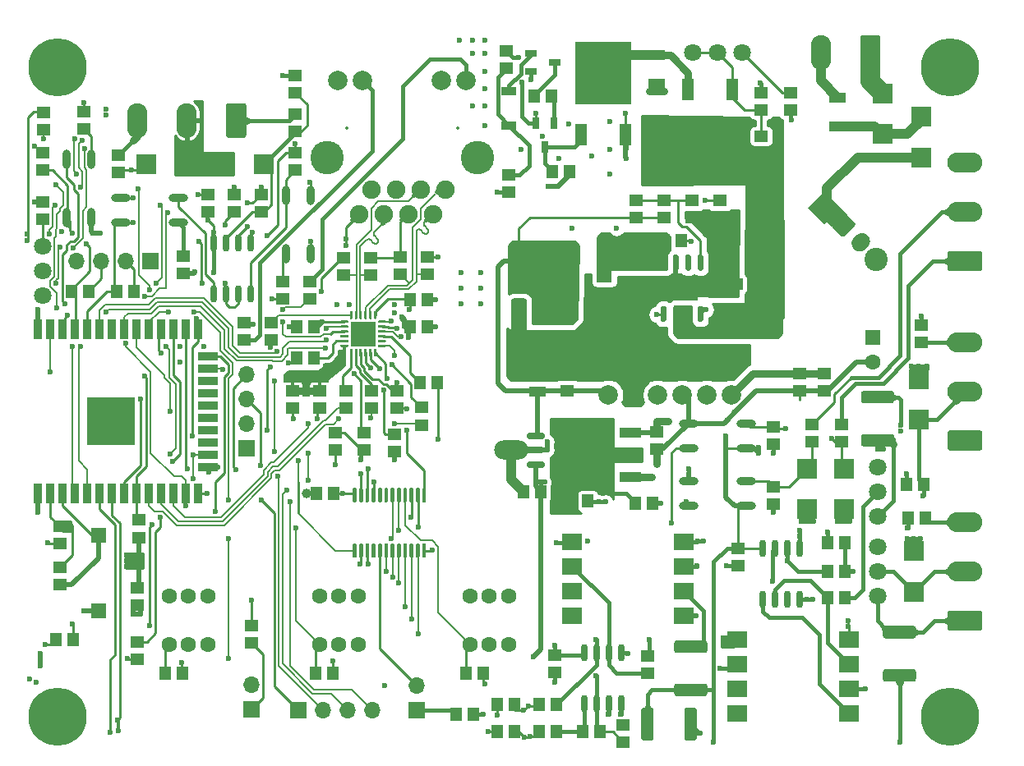
<source format=gbr>
%TF.GenerationSoftware,KiCad,Pcbnew,(5.1.10)-1*%
%TF.CreationDate,2022-12-14T20:36:11+08:00*%
%TF.ProjectId,interface,696e7465-7266-4616-9365-2e6b69636164,rev?*%
%TF.SameCoordinates,Original*%
%TF.FileFunction,Copper,L1,Top*%
%TF.FilePolarity,Positive*%
%FSLAX46Y46*%
G04 Gerber Fmt 4.6, Leading zero omitted, Abs format (unit mm)*
G04 Created by KiCad (PCBNEW (5.1.10)-1) date 2022-12-14 20:36:11*
%MOMM*%
%LPD*%
G01*
G04 APERTURE LIST*
%TA.AperFunction,ComponentPad*%
%ADD10C,0.500000*%
%TD*%
%TA.AperFunction,SMDPad,CuDef*%
%ADD11R,3.200000X2.514000*%
%TD*%
%TA.AperFunction,SMDPad,CuDef*%
%ADD12R,1.500000X4.200000*%
%TD*%
%TA.AperFunction,SMDPad,CuDef*%
%ADD13R,2.600000X2.600000*%
%TD*%
%TA.AperFunction,ComponentPad*%
%ADD14C,2.400000*%
%TD*%
%TA.AperFunction,ComponentPad*%
%ADD15C,0.350000*%
%TD*%
%TA.AperFunction,SMDPad,CuDef*%
%ADD16R,1.470000X1.160000*%
%TD*%
%TA.AperFunction,SMDPad,CuDef*%
%ADD17R,1.160000X1.470000*%
%TD*%
%TA.AperFunction,ComponentPad*%
%ADD18C,1.800000*%
%TD*%
%TA.AperFunction,SMDPad,CuDef*%
%ADD19R,2.000000X2.000000*%
%TD*%
%TA.AperFunction,SMDPad,CuDef*%
%ADD20R,1.160000X2.720000*%
%TD*%
%TA.AperFunction,SMDPad,CuDef*%
%ADD21R,2.720000X1.160000*%
%TD*%
%TA.AperFunction,ComponentPad*%
%ADD22C,2.000000*%
%TD*%
%TA.AperFunction,ComponentPad*%
%ADD23C,3.450000*%
%TD*%
%TA.AperFunction,ComponentPad*%
%ADD24C,1.900000*%
%TD*%
%TA.AperFunction,ComponentPad*%
%ADD25C,1.600000*%
%TD*%
%TA.AperFunction,ComponentPad*%
%ADD26O,1.700000X1.700000*%
%TD*%
%TA.AperFunction,ComponentPad*%
%ADD27R,1.700000X1.700000*%
%TD*%
%TA.AperFunction,SMDPad,CuDef*%
%ADD28R,1.500000X1.500000*%
%TD*%
%TA.AperFunction,ComponentPad*%
%ADD29O,3.600000X2.080000*%
%TD*%
%TA.AperFunction,ComponentPad*%
%ADD30O,2.080000X3.600000*%
%TD*%
%TA.AperFunction,SMDPad,CuDef*%
%ADD31R,5.800000X6.400000*%
%TD*%
%TA.AperFunction,SMDPad,CuDef*%
%ADD32R,1.200000X2.200000*%
%TD*%
%TA.AperFunction,SMDPad,CuDef*%
%ADD33R,1.130000X1.800000*%
%TD*%
%TA.AperFunction,SMDPad,CuDef*%
%ADD34R,1.800000X1.130000*%
%TD*%
%TA.AperFunction,SMDPad,CuDef*%
%ADD35O,0.700000X1.800000*%
%TD*%
%TA.AperFunction,SMDPad,CuDef*%
%ADD36R,1.250000X0.700000*%
%TD*%
%TA.AperFunction,SMDPad,CuDef*%
%ADD37R,0.700000X1.250000*%
%TD*%
%TA.AperFunction,SMDPad,CuDef*%
%ADD38R,1.500000X0.900000*%
%TD*%
%TA.AperFunction,SMDPad,CuDef*%
%ADD39O,1.900000X0.700000*%
%TD*%
%TA.AperFunction,SMDPad,CuDef*%
%ADD40O,3.500000X2.000000*%
%TD*%
%TA.AperFunction,SMDPad,CuDef*%
%ADD41O,2.100000X0.700000*%
%TD*%
%TA.AperFunction,ComponentPad*%
%ADD42R,1.600000X1.600000*%
%TD*%
%TA.AperFunction,ComponentPad*%
%ADD43C,0.800000*%
%TD*%
%TA.AperFunction,ComponentPad*%
%ADD44C,6.000000*%
%TD*%
%TA.AperFunction,SMDPad,CuDef*%
%ADD45R,0.900000X2.000000*%
%TD*%
%TA.AperFunction,SMDPad,CuDef*%
%ADD46R,2.000000X0.900000*%
%TD*%
%TA.AperFunction,SMDPad,CuDef*%
%ADD47R,5.000000X5.000000*%
%TD*%
%TA.AperFunction,SMDPad,CuDef*%
%ADD48O,2.000000X0.800000*%
%TD*%
%TA.AperFunction,SMDPad,CuDef*%
%ADD49O,0.800000X2.000000*%
%TD*%
%TA.AperFunction,SMDPad,CuDef*%
%ADD50R,2.000000X1.780000*%
%TD*%
%TA.AperFunction,SMDPad,CuDef*%
%ADD51R,2.200000X1.000000*%
%TD*%
%TA.AperFunction,SMDPad,CuDef*%
%ADD52R,2.200000X3.500000*%
%TD*%
%TA.AperFunction,ViaPad*%
%ADD53C,0.600000*%
%TD*%
%TA.AperFunction,ViaPad*%
%ADD54C,1.000000*%
%TD*%
%TA.AperFunction,Conductor*%
%ADD55C,2.000000*%
%TD*%
%TA.AperFunction,Conductor*%
%ADD56C,0.381000*%
%TD*%
%TA.AperFunction,Conductor*%
%ADD57C,0.254000*%
%TD*%
%TA.AperFunction,Conductor*%
%ADD58C,0.508000*%
%TD*%
%TA.AperFunction,Conductor*%
%ADD59C,0.762000*%
%TD*%
%TA.AperFunction,Conductor*%
%ADD60C,1.000000*%
%TD*%
%TA.AperFunction,Conductor*%
%ADD61C,0.228600*%
%TD*%
%TA.AperFunction,Conductor*%
%ADD62C,0.203200*%
%TD*%
%TA.AperFunction,Conductor*%
%ADD63C,0.350000*%
%TD*%
%ADD64C,0.300000*%
%ADD65C,0.350000*%
%ADD66C,0.200000*%
G04 APERTURE END LIST*
D10*
%TO.P,U11,9*%
%TO.N,GNDPWR*%
X69350000Y48900000D03*
X69350000Y47500000D03*
X68350000Y48900000D03*
X68350000Y47500000D03*
X67350000Y48900000D03*
X67350000Y47500000D03*
D11*
X68350000Y48200000D03*
%TO.P,U11,8*%
%TO.N,Net-(C13-Pad1)*%
%TA.AperFunction,SMDPad,CuDef*%
G36*
G01*
X66595000Y50025000D02*
X66295000Y50025000D01*
G75*
G02*
X66145000Y50175000I0J150000D01*
G01*
X66145000Y51500000D01*
G75*
G02*
X66295000Y51650000I150000J0D01*
G01*
X66595000Y51650000D01*
G75*
G02*
X66745000Y51500000I0J-150000D01*
G01*
X66745000Y50175000D01*
G75*
G02*
X66595000Y50025000I-150000J0D01*
G01*
G37*
%TD.AperFunction*%
%TO.P,U11,7*%
%TO.N,GNDPWR*%
%TA.AperFunction,SMDPad,CuDef*%
G36*
G01*
X67865000Y50025000D02*
X67565000Y50025000D01*
G75*
G02*
X67415000Y50175000I0J150000D01*
G01*
X67415000Y51500000D01*
G75*
G02*
X67565000Y51650000I150000J0D01*
G01*
X67865000Y51650000D01*
G75*
G02*
X68015000Y51500000I0J-150000D01*
G01*
X68015000Y50175000D01*
G75*
G02*
X67865000Y50025000I-150000J0D01*
G01*
G37*
%TD.AperFunction*%
%TO.P,U11,6*%
%TO.N,Net-(U11-Pad6)*%
%TA.AperFunction,SMDPad,CuDef*%
G36*
G01*
X69135000Y50025000D02*
X68835000Y50025000D01*
G75*
G02*
X68685000Y50175000I0J150000D01*
G01*
X68685000Y51500000D01*
G75*
G02*
X68835000Y51650000I150000J0D01*
G01*
X69135000Y51650000D01*
G75*
G02*
X69285000Y51500000I0J-150000D01*
G01*
X69285000Y50175000D01*
G75*
G02*
X69135000Y50025000I-150000J0D01*
G01*
G37*
%TD.AperFunction*%
%TO.P,U11,5*%
%TO.N,Net-(C15-Pad2)*%
%TA.AperFunction,SMDPad,CuDef*%
G36*
G01*
X70405000Y50025000D02*
X70105000Y50025000D01*
G75*
G02*
X69955000Y50175000I0J150000D01*
G01*
X69955000Y51500000D01*
G75*
G02*
X70105000Y51650000I150000J0D01*
G01*
X70405000Y51650000D01*
G75*
G02*
X70555000Y51500000I0J-150000D01*
G01*
X70555000Y50175000D01*
G75*
G02*
X70405000Y50025000I-150000J0D01*
G01*
G37*
%TD.AperFunction*%
%TO.P,U11,4*%
%TO.N,Net-(R64-Pad1)*%
%TA.AperFunction,SMDPad,CuDef*%
G36*
G01*
X70405000Y44750000D02*
X70105000Y44750000D01*
G75*
G02*
X69955000Y44900000I0J150000D01*
G01*
X69955000Y46225000D01*
G75*
G02*
X70105000Y46375000I150000J0D01*
G01*
X70405000Y46375000D01*
G75*
G02*
X70555000Y46225000I0J-150000D01*
G01*
X70555000Y44900000D01*
G75*
G02*
X70405000Y44750000I-150000J0D01*
G01*
G37*
%TD.AperFunction*%
%TO.P,U11,3*%
%TO.N,/+24V*%
%TA.AperFunction,SMDPad,CuDef*%
G36*
G01*
X69135000Y44750000D02*
X68835000Y44750000D01*
G75*
G02*
X68685000Y44900000I0J150000D01*
G01*
X68685000Y46225000D01*
G75*
G02*
X68835000Y46375000I150000J0D01*
G01*
X69135000Y46375000D01*
G75*
G02*
X69285000Y46225000I0J-150000D01*
G01*
X69285000Y44900000D01*
G75*
G02*
X69135000Y44750000I-150000J0D01*
G01*
G37*
%TD.AperFunction*%
%TO.P,U11,2*%
%TA.AperFunction,SMDPad,CuDef*%
G36*
G01*
X67865000Y44750000D02*
X67565000Y44750000D01*
G75*
G02*
X67415000Y44900000I0J150000D01*
G01*
X67415000Y46225000D01*
G75*
G02*
X67565000Y46375000I150000J0D01*
G01*
X67865000Y46375000D01*
G75*
G02*
X68015000Y46225000I0J-150000D01*
G01*
X68015000Y44900000D01*
G75*
G02*
X67865000Y44750000I-150000J0D01*
G01*
G37*
%TD.AperFunction*%
%TO.P,U11,1*%
%TO.N,Net-(C13-Pad2)*%
%TA.AperFunction,SMDPad,CuDef*%
G36*
G01*
X66595000Y44750000D02*
X66295000Y44750000D01*
G75*
G02*
X66145000Y44900000I0J150000D01*
G01*
X66145000Y46225000D01*
G75*
G02*
X66295000Y46375000I150000J0D01*
G01*
X66595000Y46375000D01*
G75*
G02*
X66745000Y46225000I0J-150000D01*
G01*
X66745000Y44900000D01*
G75*
G02*
X66595000Y44750000I-150000J0D01*
G01*
G37*
%TD.AperFunction*%
%TD*%
D12*
%TO.P,L2,2*%
%TO.N,+12V*%
X56750000Y50950000D03*
%TO.P,L2,1*%
%TO.N,Net-(C13-Pad1)*%
X60350000Y50950000D03*
%TD*%
D13*
%TO.P,U7,25*%
%TO.N,GND*%
X35500000Y43500000D03*
%TO.P,U7,24*%
%TO.N,Net-(R39-Pad1)*%
%TA.AperFunction,SMDPad,CuDef*%
G36*
G01*
X34125000Y45087500D02*
X34125000Y45787500D01*
G75*
G02*
X34187500Y45850000I62500J0D01*
G01*
X34312500Y45850000D01*
G75*
G02*
X34375000Y45787500I0J-62500D01*
G01*
X34375000Y45087500D01*
G75*
G02*
X34312500Y45025000I-62500J0D01*
G01*
X34187500Y45025000D01*
G75*
G02*
X34125000Y45087500I0J62500D01*
G01*
G37*
%TD.AperFunction*%
%TO.P,U7,23*%
%TO.N,/RXP*%
%TA.AperFunction,SMDPad,CuDef*%
G36*
G01*
X34625000Y45087500D02*
X34625000Y45787500D01*
G75*
G02*
X34687500Y45850000I62500J0D01*
G01*
X34812500Y45850000D01*
G75*
G02*
X34875000Y45787500I0J-62500D01*
G01*
X34875000Y45087500D01*
G75*
G02*
X34812500Y45025000I-62500J0D01*
G01*
X34687500Y45025000D01*
G75*
G02*
X34625000Y45087500I0J62500D01*
G01*
G37*
%TD.AperFunction*%
%TO.P,U7,22*%
%TO.N,/RXN*%
%TA.AperFunction,SMDPad,CuDef*%
G36*
G01*
X35125000Y45087500D02*
X35125000Y45787500D01*
G75*
G02*
X35187500Y45850000I62500J0D01*
G01*
X35312500Y45850000D01*
G75*
G02*
X35375000Y45787500I0J-62500D01*
G01*
X35375000Y45087500D01*
G75*
G02*
X35312500Y45025000I-62500J0D01*
G01*
X35187500Y45025000D01*
G75*
G02*
X35125000Y45087500I0J62500D01*
G01*
G37*
%TD.AperFunction*%
%TO.P,U7,21*%
%TO.N,/TXP*%
%TA.AperFunction,SMDPad,CuDef*%
G36*
G01*
X35625000Y45087500D02*
X35625000Y45787500D01*
G75*
G02*
X35687500Y45850000I62500J0D01*
G01*
X35812500Y45850000D01*
G75*
G02*
X35875000Y45787500I0J-62500D01*
G01*
X35875000Y45087500D01*
G75*
G02*
X35812500Y45025000I-62500J0D01*
G01*
X35687500Y45025000D01*
G75*
G02*
X35625000Y45087500I0J62500D01*
G01*
G37*
%TD.AperFunction*%
%TO.P,U7,20*%
%TO.N,/TXN*%
%TA.AperFunction,SMDPad,CuDef*%
G36*
G01*
X36125000Y45087500D02*
X36125000Y45787500D01*
G75*
G02*
X36187500Y45850000I62500J0D01*
G01*
X36312500Y45850000D01*
G75*
G02*
X36375000Y45787500I0J-62500D01*
G01*
X36375000Y45087500D01*
G75*
G02*
X36312500Y45025000I-62500J0D01*
G01*
X36187500Y45025000D01*
G75*
G02*
X36125000Y45087500I0J62500D01*
G01*
G37*
%TD.AperFunction*%
%TO.P,U7,19*%
%TO.N,/PHY_VDDA*%
%TA.AperFunction,SMDPad,CuDef*%
G36*
G01*
X36625000Y45087500D02*
X36625000Y45787500D01*
G75*
G02*
X36687500Y45850000I62500J0D01*
G01*
X36812500Y45850000D01*
G75*
G02*
X36875000Y45787500I0J-62500D01*
G01*
X36875000Y45087500D01*
G75*
G02*
X36812500Y45025000I-62500J0D01*
G01*
X36687500Y45025000D01*
G75*
G02*
X36625000Y45087500I0J62500D01*
G01*
G37*
%TD.AperFunction*%
%TO.P,U7,18*%
%TO.N,/EMAC_TXD1*%
%TA.AperFunction,SMDPad,CuDef*%
G36*
G01*
X37025000Y44687500D02*
X37025000Y44812500D01*
G75*
G02*
X37087500Y44875000I62500J0D01*
G01*
X37787500Y44875000D01*
G75*
G02*
X37850000Y44812500I0J-62500D01*
G01*
X37850000Y44687500D01*
G75*
G02*
X37787500Y44625000I-62500J0D01*
G01*
X37087500Y44625000D01*
G75*
G02*
X37025000Y44687500I0J62500D01*
G01*
G37*
%TD.AperFunction*%
%TO.P,U7,17*%
%TO.N,/EMAC_TXD0*%
%TA.AperFunction,SMDPad,CuDef*%
G36*
G01*
X37025000Y44187500D02*
X37025000Y44312500D01*
G75*
G02*
X37087500Y44375000I62500J0D01*
G01*
X37787500Y44375000D01*
G75*
G02*
X37850000Y44312500I0J-62500D01*
G01*
X37850000Y44187500D01*
G75*
G02*
X37787500Y44125000I-62500J0D01*
G01*
X37087500Y44125000D01*
G75*
G02*
X37025000Y44187500I0J62500D01*
G01*
G37*
%TD.AperFunction*%
%TO.P,U7,16*%
%TO.N,/EMAC_TX_EN*%
%TA.AperFunction,SMDPad,CuDef*%
G36*
G01*
X37025000Y43687500D02*
X37025000Y43812500D01*
G75*
G02*
X37087500Y43875000I62500J0D01*
G01*
X37787500Y43875000D01*
G75*
G02*
X37850000Y43812500I0J-62500D01*
G01*
X37850000Y43687500D01*
G75*
G02*
X37787500Y43625000I-62500J0D01*
G01*
X37087500Y43625000D01*
G75*
G02*
X37025000Y43687500I0J62500D01*
G01*
G37*
%TD.AperFunction*%
%TO.P,U7,15*%
%TO.N,Net-(R17-Pad1)*%
%TA.AperFunction,SMDPad,CuDef*%
G36*
G01*
X37025000Y43187500D02*
X37025000Y43312500D01*
G75*
G02*
X37087500Y43375000I62500J0D01*
G01*
X37787500Y43375000D01*
G75*
G02*
X37850000Y43312500I0J-62500D01*
G01*
X37850000Y43187500D01*
G75*
G02*
X37787500Y43125000I-62500J0D01*
G01*
X37087500Y43125000D01*
G75*
G02*
X37025000Y43187500I0J62500D01*
G01*
G37*
%TD.AperFunction*%
%TO.P,U7,14*%
%TO.N,Net-(U7-Pad14)*%
%TA.AperFunction,SMDPad,CuDef*%
G36*
G01*
X37025000Y42687500D02*
X37025000Y42812500D01*
G75*
G02*
X37087500Y42875000I62500J0D01*
G01*
X37787500Y42875000D01*
G75*
G02*
X37850000Y42812500I0J-62500D01*
G01*
X37850000Y42687500D01*
G75*
G02*
X37787500Y42625000I-62500J0D01*
G01*
X37087500Y42625000D01*
G75*
G02*
X37025000Y42687500I0J62500D01*
G01*
G37*
%TD.AperFunction*%
%TO.P,U7,13*%
%TO.N,/MDC*%
%TA.AperFunction,SMDPad,CuDef*%
G36*
G01*
X37025000Y42187500D02*
X37025000Y42312500D01*
G75*
G02*
X37087500Y42375000I62500J0D01*
G01*
X37787500Y42375000D01*
G75*
G02*
X37850000Y42312500I0J-62500D01*
G01*
X37850000Y42187500D01*
G75*
G02*
X37787500Y42125000I-62500J0D01*
G01*
X37087500Y42125000D01*
G75*
G02*
X37025000Y42187500I0J62500D01*
G01*
G37*
%TD.AperFunction*%
%TO.P,U7,12*%
%TO.N,/MDIO*%
%TA.AperFunction,SMDPad,CuDef*%
G36*
G01*
X36625000Y41212500D02*
X36625000Y41912500D01*
G75*
G02*
X36687500Y41975000I62500J0D01*
G01*
X36812500Y41975000D01*
G75*
G02*
X36875000Y41912500I0J-62500D01*
G01*
X36875000Y41212500D01*
G75*
G02*
X36812500Y41150000I-62500J0D01*
G01*
X36687500Y41150000D01*
G75*
G02*
X36625000Y41212500I0J62500D01*
G01*
G37*
%TD.AperFunction*%
%TO.P,U7,11*%
%TO.N,Net-(R22-Pad1)*%
%TA.AperFunction,SMDPad,CuDef*%
G36*
G01*
X36125000Y41212500D02*
X36125000Y41912500D01*
G75*
G02*
X36187500Y41975000I62500J0D01*
G01*
X36312500Y41975000D01*
G75*
G02*
X36375000Y41912500I0J-62500D01*
G01*
X36375000Y41212500D01*
G75*
G02*
X36312500Y41150000I-62500J0D01*
G01*
X36187500Y41150000D01*
G75*
G02*
X36125000Y41212500I0J62500D01*
G01*
G37*
%TD.AperFunction*%
%TO.P,U7,10*%
%TO.N,Net-(R32-Pad1)*%
%TA.AperFunction,SMDPad,CuDef*%
G36*
G01*
X35625000Y41212500D02*
X35625000Y41912500D01*
G75*
G02*
X35687500Y41975000I62500J0D01*
G01*
X35812500Y41975000D01*
G75*
G02*
X35875000Y41912500I0J-62500D01*
G01*
X35875000Y41212500D01*
G75*
G02*
X35812500Y41150000I-62500J0D01*
G01*
X35687500Y41150000D01*
G75*
G02*
X35625000Y41212500I0J62500D01*
G01*
G37*
%TD.AperFunction*%
%TO.P,U7,9*%
%TO.N,+3V3*%
%TA.AperFunction,SMDPad,CuDef*%
G36*
G01*
X35125000Y41212500D02*
X35125000Y41912500D01*
G75*
G02*
X35187500Y41975000I62500J0D01*
G01*
X35312500Y41975000D01*
G75*
G02*
X35375000Y41912500I0J-62500D01*
G01*
X35375000Y41212500D01*
G75*
G02*
X35312500Y41150000I-62500J0D01*
G01*
X35187500Y41150000D01*
G75*
G02*
X35125000Y41212500I0J62500D01*
G01*
G37*
%TD.AperFunction*%
%TO.P,U7,8*%
%TO.N,Net-(R20-Pad1)*%
%TA.AperFunction,SMDPad,CuDef*%
G36*
G01*
X34625000Y41212500D02*
X34625000Y41912500D01*
G75*
G02*
X34687500Y41975000I62500J0D01*
G01*
X34812500Y41975000D01*
G75*
G02*
X34875000Y41912500I0J-62500D01*
G01*
X34875000Y41212500D01*
G75*
G02*
X34812500Y41150000I-62500J0D01*
G01*
X34687500Y41150000D01*
G75*
G02*
X34625000Y41212500I0J62500D01*
G01*
G37*
%TD.AperFunction*%
%TO.P,U7,7*%
%TO.N,Net-(R21-Pad1)*%
%TA.AperFunction,SMDPad,CuDef*%
G36*
G01*
X34125000Y41212500D02*
X34125000Y41912500D01*
G75*
G02*
X34187500Y41975000I62500J0D01*
G01*
X34312500Y41975000D01*
G75*
G02*
X34375000Y41912500I0J-62500D01*
G01*
X34375000Y41212500D01*
G75*
G02*
X34312500Y41150000I-62500J0D01*
G01*
X34187500Y41150000D01*
G75*
G02*
X34125000Y41212500I0J62500D01*
G01*
G37*
%TD.AperFunction*%
%TO.P,U7,6*%
%TO.N,Net-(C19-Pad1)*%
%TA.AperFunction,SMDPad,CuDef*%
G36*
G01*
X33150000Y42187500D02*
X33150000Y42312500D01*
G75*
G02*
X33212500Y42375000I62500J0D01*
G01*
X33912500Y42375000D01*
G75*
G02*
X33975000Y42312500I0J-62500D01*
G01*
X33975000Y42187500D01*
G75*
G02*
X33912500Y42125000I-62500J0D01*
G01*
X33212500Y42125000D01*
G75*
G02*
X33150000Y42187500I0J62500D01*
G01*
G37*
%TD.AperFunction*%
%TO.P,U7,5*%
%TO.N,/RMII_TX_CLK*%
%TA.AperFunction,SMDPad,CuDef*%
G36*
G01*
X33150000Y42687500D02*
X33150000Y42812500D01*
G75*
G02*
X33212500Y42875000I62500J0D01*
G01*
X33912500Y42875000D01*
G75*
G02*
X33975000Y42812500I0J-62500D01*
G01*
X33975000Y42687500D01*
G75*
G02*
X33912500Y42625000I-62500J0D01*
G01*
X33212500Y42625000D01*
G75*
G02*
X33150000Y42687500I0J62500D01*
G01*
G37*
%TD.AperFunction*%
%TO.P,U7,4*%
%TO.N,Net-(U7-Pad4)*%
%TA.AperFunction,SMDPad,CuDef*%
G36*
G01*
X33150000Y43187500D02*
X33150000Y43312500D01*
G75*
G02*
X33212500Y43375000I62500J0D01*
G01*
X33912500Y43375000D01*
G75*
G02*
X33975000Y43312500I0J-62500D01*
G01*
X33975000Y43187500D01*
G75*
G02*
X33912500Y43125000I-62500J0D01*
G01*
X33212500Y43125000D01*
G75*
G02*
X33150000Y43187500I0J62500D01*
G01*
G37*
%TD.AperFunction*%
%TO.P,U7,3*%
%TO.N,Net-(R36-Pad2)*%
%TA.AperFunction,SMDPad,CuDef*%
G36*
G01*
X33150000Y43687500D02*
X33150000Y43812500D01*
G75*
G02*
X33212500Y43875000I62500J0D01*
G01*
X33912500Y43875000D01*
G75*
G02*
X33975000Y43812500I0J-62500D01*
G01*
X33975000Y43687500D01*
G75*
G02*
X33912500Y43625000I-62500J0D01*
G01*
X33212500Y43625000D01*
G75*
G02*
X33150000Y43687500I0J62500D01*
G01*
G37*
%TD.AperFunction*%
%TO.P,U7,2*%
%TO.N,Net-(R38-Pad2)*%
%TA.AperFunction,SMDPad,CuDef*%
G36*
G01*
X33150000Y44187500D02*
X33150000Y44312500D01*
G75*
G02*
X33212500Y44375000I62500J0D01*
G01*
X33912500Y44375000D01*
G75*
G02*
X33975000Y44312500I0J-62500D01*
G01*
X33975000Y44187500D01*
G75*
G02*
X33912500Y44125000I-62500J0D01*
G01*
X33212500Y44125000D01*
G75*
G02*
X33150000Y44187500I0J62500D01*
G01*
G37*
%TD.AperFunction*%
%TO.P,U7,1*%
%TO.N,/PHY_VDDA*%
%TA.AperFunction,SMDPad,CuDef*%
G36*
G01*
X33150000Y44687500D02*
X33150000Y44812500D01*
G75*
G02*
X33212500Y44875000I62500J0D01*
G01*
X33912500Y44875000D01*
G75*
G02*
X33975000Y44812500I0J-62500D01*
G01*
X33975000Y44687500D01*
G75*
G02*
X33912500Y44625000I-62500J0D01*
G01*
X33212500Y44625000D01*
G75*
G02*
X33150000Y44687500I0J62500D01*
G01*
G37*
%TD.AperFunction*%
%TD*%
D14*
%TO.P,C31,2*%
%TO.N,GNDPWR*%
X88303301Y51196699D03*
%TA.AperFunction,ComponentPad*%
D15*
%TO.P,C31,1*%
%TO.N,Net-(C31-Pad1)*%
G36*
X81302944Y56500000D02*
G01*
X83000000Y58197056D01*
X84697056Y56500000D01*
X83000000Y54802944D01*
X81302944Y56500000D01*
G37*
%TD.AperFunction*%
%TD*%
D16*
%TO.P,R62,2*%
%TO.N,Net-(D8-Pad2)*%
X2600000Y64510000D03*
%TO.P,R62,1*%
%TO.N,+5VD*%
X2600000Y66290000D03*
%TD*%
D17*
%TO.P,C5,2*%
%TO.N,+3V3*%
X32490000Y27000000D03*
%TO.P,C5,1*%
%TO.N,GND*%
X30710000Y27000000D03*
%TD*%
%TO.P,U8,24*%
%TO.N,+3V3*%
%TA.AperFunction,SMDPad,CuDef*%
G36*
G01*
X34725000Y26125000D02*
X34525000Y26125000D01*
G75*
G02*
X34425000Y26225000I0J100000D01*
G01*
X34425000Y27500000D01*
G75*
G02*
X34525000Y27600000I100000J0D01*
G01*
X34725000Y27600000D01*
G75*
G02*
X34825000Y27500000I0J-100000D01*
G01*
X34825000Y26225000D01*
G75*
G02*
X34725000Y26125000I-100000J0D01*
G01*
G37*
%TD.AperFunction*%
%TO.P,U8,23*%
%TO.N,/SDA*%
%TA.AperFunction,SMDPad,CuDef*%
G36*
G01*
X35375000Y26125000D02*
X35175000Y26125000D01*
G75*
G02*
X35075000Y26225000I0J100000D01*
G01*
X35075000Y27500000D01*
G75*
G02*
X35175000Y27600000I100000J0D01*
G01*
X35375000Y27600000D01*
G75*
G02*
X35475000Y27500000I0J-100000D01*
G01*
X35475000Y26225000D01*
G75*
G02*
X35375000Y26125000I-100000J0D01*
G01*
G37*
%TD.AperFunction*%
%TO.P,U8,22*%
%TO.N,/SCL*%
%TA.AperFunction,SMDPad,CuDef*%
G36*
G01*
X36025000Y26125000D02*
X35825000Y26125000D01*
G75*
G02*
X35725000Y26225000I0J100000D01*
G01*
X35725000Y27500000D01*
G75*
G02*
X35825000Y27600000I100000J0D01*
G01*
X36025000Y27600000D01*
G75*
G02*
X36125000Y27500000I0J-100000D01*
G01*
X36125000Y26225000D01*
G75*
G02*
X36025000Y26125000I-100000J0D01*
G01*
G37*
%TD.AperFunction*%
%TO.P,U8,21*%
%TO.N,GND*%
%TA.AperFunction,SMDPad,CuDef*%
G36*
G01*
X36675000Y26125000D02*
X36475000Y26125000D01*
G75*
G02*
X36375000Y26225000I0J100000D01*
G01*
X36375000Y27500000D01*
G75*
G02*
X36475000Y27600000I100000J0D01*
G01*
X36675000Y27600000D01*
G75*
G02*
X36775000Y27500000I0J-100000D01*
G01*
X36775000Y26225000D01*
G75*
G02*
X36675000Y26125000I-100000J0D01*
G01*
G37*
%TD.AperFunction*%
%TO.P,U8,20*%
%TO.N,/IO_expander/IO1_7*%
%TA.AperFunction,SMDPad,CuDef*%
G36*
G01*
X37325000Y26125000D02*
X37125000Y26125000D01*
G75*
G02*
X37025000Y26225000I0J100000D01*
G01*
X37025000Y27500000D01*
G75*
G02*
X37125000Y27600000I100000J0D01*
G01*
X37325000Y27600000D01*
G75*
G02*
X37425000Y27500000I0J-100000D01*
G01*
X37425000Y26225000D01*
G75*
G02*
X37325000Y26125000I-100000J0D01*
G01*
G37*
%TD.AperFunction*%
%TO.P,U8,19*%
%TO.N,/IO_expander/IO1_6*%
%TA.AperFunction,SMDPad,CuDef*%
G36*
G01*
X37975000Y26125000D02*
X37775000Y26125000D01*
G75*
G02*
X37675000Y26225000I0J100000D01*
G01*
X37675000Y27500000D01*
G75*
G02*
X37775000Y27600000I100000J0D01*
G01*
X37975000Y27600000D01*
G75*
G02*
X38075000Y27500000I0J-100000D01*
G01*
X38075000Y26225000D01*
G75*
G02*
X37975000Y26125000I-100000J0D01*
G01*
G37*
%TD.AperFunction*%
%TO.P,U8,18*%
%TO.N,/SW_CW*%
%TA.AperFunction,SMDPad,CuDef*%
G36*
G01*
X38625000Y26125000D02*
X38425000Y26125000D01*
G75*
G02*
X38325000Y26225000I0J100000D01*
G01*
X38325000Y27500000D01*
G75*
G02*
X38425000Y27600000I100000J0D01*
G01*
X38625000Y27600000D01*
G75*
G02*
X38725000Y27500000I0J-100000D01*
G01*
X38725000Y26225000D01*
G75*
G02*
X38625000Y26125000I-100000J0D01*
G01*
G37*
%TD.AperFunction*%
%TO.P,U8,17*%
%TO.N,/SW_CCW*%
%TA.AperFunction,SMDPad,CuDef*%
G36*
G01*
X39275000Y26125000D02*
X39075000Y26125000D01*
G75*
G02*
X38975000Y26225000I0J100000D01*
G01*
X38975000Y27500000D01*
G75*
G02*
X39075000Y27600000I100000J0D01*
G01*
X39275000Y27600000D01*
G75*
G02*
X39375000Y27500000I0J-100000D01*
G01*
X39375000Y26225000D01*
G75*
G02*
X39275000Y26125000I-100000J0D01*
G01*
G37*
%TD.AperFunction*%
%TO.P,U8,16*%
%TO.N,/SW_SET*%
%TA.AperFunction,SMDPad,CuDef*%
G36*
G01*
X39925000Y26125000D02*
X39725000Y26125000D01*
G75*
G02*
X39625000Y26225000I0J100000D01*
G01*
X39625000Y27500000D01*
G75*
G02*
X39725000Y27600000I100000J0D01*
G01*
X39925000Y27600000D01*
G75*
G02*
X40025000Y27500000I0J-100000D01*
G01*
X40025000Y26225000D01*
G75*
G02*
X39925000Y26125000I-100000J0D01*
G01*
G37*
%TD.AperFunction*%
%TO.P,U8,15*%
%TO.N,/LMTX2*%
%TA.AperFunction,SMDPad,CuDef*%
G36*
G01*
X40575000Y26125000D02*
X40375000Y26125000D01*
G75*
G02*
X40275000Y26225000I0J100000D01*
G01*
X40275000Y27500000D01*
G75*
G02*
X40375000Y27600000I100000J0D01*
G01*
X40575000Y27600000D01*
G75*
G02*
X40675000Y27500000I0J-100000D01*
G01*
X40675000Y26225000D01*
G75*
G02*
X40575000Y26125000I-100000J0D01*
G01*
G37*
%TD.AperFunction*%
%TO.P,U8,14*%
%TO.N,/LMTX1*%
%TA.AperFunction,SMDPad,CuDef*%
G36*
G01*
X41225000Y26125000D02*
X41025000Y26125000D01*
G75*
G02*
X40925000Y26225000I0J100000D01*
G01*
X40925000Y27500000D01*
G75*
G02*
X41025000Y27600000I100000J0D01*
G01*
X41225000Y27600000D01*
G75*
G02*
X41325000Y27500000I0J-100000D01*
G01*
X41325000Y26225000D01*
G75*
G02*
X41225000Y26125000I-100000J0D01*
G01*
G37*
%TD.AperFunction*%
%TO.P,U8,13*%
%TO.N,/485RW*%
%TA.AperFunction,SMDPad,CuDef*%
G36*
G01*
X41875000Y26125000D02*
X41675000Y26125000D01*
G75*
G02*
X41575000Y26225000I0J100000D01*
G01*
X41575000Y27500000D01*
G75*
G02*
X41675000Y27600000I100000J0D01*
G01*
X41875000Y27600000D01*
G75*
G02*
X41975000Y27500000I0J-100000D01*
G01*
X41975000Y26225000D01*
G75*
G02*
X41875000Y26125000I-100000J0D01*
G01*
G37*
%TD.AperFunction*%
%TO.P,U8,12*%
%TO.N,GND*%
%TA.AperFunction,SMDPad,CuDef*%
G36*
G01*
X41875000Y20400000D02*
X41675000Y20400000D01*
G75*
G02*
X41575000Y20500000I0J100000D01*
G01*
X41575000Y21775000D01*
G75*
G02*
X41675000Y21875000I100000J0D01*
G01*
X41875000Y21875000D01*
G75*
G02*
X41975000Y21775000I0J-100000D01*
G01*
X41975000Y20500000D01*
G75*
G02*
X41875000Y20400000I-100000J0D01*
G01*
G37*
%TD.AperFunction*%
%TO.P,U8,11*%
%TO.N,/RELOUT6*%
%TA.AperFunction,SMDPad,CuDef*%
G36*
G01*
X41225000Y20400000D02*
X41025000Y20400000D01*
G75*
G02*
X40925000Y20500000I0J100000D01*
G01*
X40925000Y21775000D01*
G75*
G02*
X41025000Y21875000I100000J0D01*
G01*
X41225000Y21875000D01*
G75*
G02*
X41325000Y21775000I0J-100000D01*
G01*
X41325000Y20500000D01*
G75*
G02*
X41225000Y20400000I-100000J0D01*
G01*
G37*
%TD.AperFunction*%
%TO.P,U8,10*%
%TO.N,/RELOUT5*%
%TA.AperFunction,SMDPad,CuDef*%
G36*
G01*
X40575000Y20400000D02*
X40375000Y20400000D01*
G75*
G02*
X40275000Y20500000I0J100000D01*
G01*
X40275000Y21775000D01*
G75*
G02*
X40375000Y21875000I100000J0D01*
G01*
X40575000Y21875000D01*
G75*
G02*
X40675000Y21775000I0J-100000D01*
G01*
X40675000Y20500000D01*
G75*
G02*
X40575000Y20400000I-100000J0D01*
G01*
G37*
%TD.AperFunction*%
%TO.P,U8,9*%
%TO.N,/RELOUT4*%
%TA.AperFunction,SMDPad,CuDef*%
G36*
G01*
X39925000Y20400000D02*
X39725000Y20400000D01*
G75*
G02*
X39625000Y20500000I0J100000D01*
G01*
X39625000Y21775000D01*
G75*
G02*
X39725000Y21875000I100000J0D01*
G01*
X39925000Y21875000D01*
G75*
G02*
X40025000Y21775000I0J-100000D01*
G01*
X40025000Y20500000D01*
G75*
G02*
X39925000Y20400000I-100000J0D01*
G01*
G37*
%TD.AperFunction*%
%TO.P,U8,8*%
%TO.N,/RELOUT3*%
%TA.AperFunction,SMDPad,CuDef*%
G36*
G01*
X39275000Y20400000D02*
X39075000Y20400000D01*
G75*
G02*
X38975000Y20500000I0J100000D01*
G01*
X38975000Y21775000D01*
G75*
G02*
X39075000Y21875000I100000J0D01*
G01*
X39275000Y21875000D01*
G75*
G02*
X39375000Y21775000I0J-100000D01*
G01*
X39375000Y20500000D01*
G75*
G02*
X39275000Y20400000I-100000J0D01*
G01*
G37*
%TD.AperFunction*%
%TO.P,U8,7*%
%TO.N,/RELOUT2*%
%TA.AperFunction,SMDPad,CuDef*%
G36*
G01*
X38625000Y20400000D02*
X38425000Y20400000D01*
G75*
G02*
X38325000Y20500000I0J100000D01*
G01*
X38325000Y21775000D01*
G75*
G02*
X38425000Y21875000I100000J0D01*
G01*
X38625000Y21875000D01*
G75*
G02*
X38725000Y21775000I0J-100000D01*
G01*
X38725000Y20500000D01*
G75*
G02*
X38625000Y20400000I-100000J0D01*
G01*
G37*
%TD.AperFunction*%
%TO.P,U8,6*%
%TO.N,/RELOUT1*%
%TA.AperFunction,SMDPad,CuDef*%
G36*
G01*
X37975000Y20400000D02*
X37775000Y20400000D01*
G75*
G02*
X37675000Y20500000I0J100000D01*
G01*
X37675000Y21775000D01*
G75*
G02*
X37775000Y21875000I100000J0D01*
G01*
X37975000Y21875000D01*
G75*
G02*
X38075000Y21775000I0J-100000D01*
G01*
X38075000Y20500000D01*
G75*
G02*
X37975000Y20400000I-100000J0D01*
G01*
G37*
%TD.AperFunction*%
%TO.P,U8,5*%
%TO.N,/LEDBX*%
%TA.AperFunction,SMDPad,CuDef*%
G36*
G01*
X37325000Y20400000D02*
X37125000Y20400000D01*
G75*
G02*
X37025000Y20500000I0J100000D01*
G01*
X37025000Y21775000D01*
G75*
G02*
X37125000Y21875000I100000J0D01*
G01*
X37325000Y21875000D01*
G75*
G02*
X37425000Y21775000I0J-100000D01*
G01*
X37425000Y20500000D01*
G75*
G02*
X37325000Y20400000I-100000J0D01*
G01*
G37*
%TD.AperFunction*%
%TO.P,U8,4*%
%TO.N,/IO_expander/IO0_0*%
%TA.AperFunction,SMDPad,CuDef*%
G36*
G01*
X36675000Y20400000D02*
X36475000Y20400000D01*
G75*
G02*
X36375000Y20500000I0J100000D01*
G01*
X36375000Y21775000D01*
G75*
G02*
X36475000Y21875000I100000J0D01*
G01*
X36675000Y21875000D01*
G75*
G02*
X36775000Y21775000I0J-100000D01*
G01*
X36775000Y20500000D01*
G75*
G02*
X36675000Y20400000I-100000J0D01*
G01*
G37*
%TD.AperFunction*%
%TO.P,U8,3*%
%TO.N,GND*%
%TA.AperFunction,SMDPad,CuDef*%
G36*
G01*
X36025000Y20400000D02*
X35825000Y20400000D01*
G75*
G02*
X35725000Y20500000I0J100000D01*
G01*
X35725000Y21775000D01*
G75*
G02*
X35825000Y21875000I100000J0D01*
G01*
X36025000Y21875000D01*
G75*
G02*
X36125000Y21775000I0J-100000D01*
G01*
X36125000Y20500000D01*
G75*
G02*
X36025000Y20400000I-100000J0D01*
G01*
G37*
%TD.AperFunction*%
%TO.P,U8,2*%
%TA.AperFunction,SMDPad,CuDef*%
G36*
G01*
X35375000Y20400000D02*
X35175000Y20400000D01*
G75*
G02*
X35075000Y20500000I0J100000D01*
G01*
X35075000Y21775000D01*
G75*
G02*
X35175000Y21875000I100000J0D01*
G01*
X35375000Y21875000D01*
G75*
G02*
X35475000Y21775000I0J-100000D01*
G01*
X35475000Y20500000D01*
G75*
G02*
X35375000Y20400000I-100000J0D01*
G01*
G37*
%TD.AperFunction*%
%TO.P,U8,1*%
%TO.N,/INTX*%
%TA.AperFunction,SMDPad,CuDef*%
G36*
G01*
X34725000Y20400000D02*
X34525000Y20400000D01*
G75*
G02*
X34425000Y20500000I0J100000D01*
G01*
X34425000Y21775000D01*
G75*
G02*
X34525000Y21875000I100000J0D01*
G01*
X34725000Y21875000D01*
G75*
G02*
X34825000Y21775000I0J-100000D01*
G01*
X34825000Y20500000D01*
G75*
G02*
X34725000Y20400000I-100000J0D01*
G01*
G37*
%TD.AperFunction*%
%TD*%
D16*
%TO.P,R66,2*%
%TO.N,GNDPWR*%
X69366666Y55510000D03*
%TO.P,R66,1*%
%TO.N,Net-(C15-Pad2)*%
X69366666Y57290000D03*
%TD*%
%TO.P,R65,2*%
%TO.N,Net-(C15-Pad2)*%
X66483333Y57290000D03*
%TO.P,R65,1*%
%TO.N,+12V*%
X66483333Y55510000D03*
%TD*%
%TO.P,R64,2*%
%TO.N,GNDPWR*%
X72250000Y55510000D03*
%TO.P,R64,1*%
%TO.N,Net-(R64-Pad1)*%
X72250000Y57290000D03*
%TD*%
%TO.P,R16,2*%
%TO.N,+3V3*%
X32600000Y33290000D03*
%TO.P,R16,1*%
%TO.N,/SCL*%
X32600000Y31510000D03*
%TD*%
%TO.P,R6,2*%
%TO.N,+3V3*%
X12400000Y22510000D03*
%TO.P,R6,1*%
%TO.N,/SDA*%
X12400000Y24290000D03*
%TD*%
%TO.P,R4,2*%
%TO.N,GNDPWR*%
X79500000Y66610000D03*
%TO.P,R4,1*%
%TO.N,Net-(JP4-Pad3)*%
X79500000Y68390000D03*
%TD*%
D18*
%TO.P,JP4,3*%
%TO.N,Net-(JP4-Pad3)*%
X74540000Y72500000D03*
%TO.P,JP4,2*%
%TO.N,Net-(JP4-Pad1)*%
X72000000Y72500000D03*
%TO.P,JP4,1*%
X69460000Y72500000D03*
%TD*%
D19*
%TO.P,D9,2*%
%TO.N,Net-(C13-Pad1)*%
X63550000Y52550000D03*
%TO.P,D9,1*%
%TO.N,GNDPWR*%
X63550000Y48350000D03*
%TD*%
%TO.P,C29,2*%
%TO.N,GNDPWR*%
%TA.AperFunction,SMDPad,CuDef*%
G36*
G01*
X51000000Y47150000D02*
X52100000Y47150000D01*
G75*
G02*
X52350000Y46900000I0J-250000D01*
G01*
X52350000Y43900000D01*
G75*
G02*
X52100000Y43650000I-250000J0D01*
G01*
X51000000Y43650000D01*
G75*
G02*
X50750000Y43900000I0J250000D01*
G01*
X50750000Y46900000D01*
G75*
G02*
X51000000Y47150000I250000J0D01*
G01*
G37*
%TD.AperFunction*%
%TO.P,C29,1*%
%TO.N,+12V*%
%TA.AperFunction,SMDPad,CuDef*%
G36*
G01*
X51000000Y52750000D02*
X52100000Y52750000D01*
G75*
G02*
X52350000Y52500000I0J-250000D01*
G01*
X52350000Y49500000D01*
G75*
G02*
X52100000Y49250000I-250000J0D01*
G01*
X51000000Y49250000D01*
G75*
G02*
X50750000Y49500000I0J250000D01*
G01*
X50750000Y52500000D01*
G75*
G02*
X51000000Y52750000I250000J0D01*
G01*
G37*
%TD.AperFunction*%
%TD*%
D20*
%TO.P,C23,2*%
%TO.N,GNDPWR*%
X59825000Y46150000D03*
%TO.P,C23,1*%
%TO.N,+12V*%
X56875000Y46150000D03*
%TD*%
D16*
%TO.P,C15,2*%
%TO.N,Net-(C15-Pad2)*%
X63600000Y57290000D03*
%TO.P,C15,1*%
%TO.N,+12V*%
X63600000Y55510000D03*
%TD*%
D17*
%TO.P,C13,2*%
%TO.N,Net-(C13-Pad2)*%
X68290000Y53150000D03*
%TO.P,C13,1*%
%TO.N,Net-(C13-Pad1)*%
X66510000Y53150000D03*
%TD*%
D21*
%TO.P,C6,2*%
%TO.N,GNDPWR*%
X73250000Y48625000D03*
%TO.P,C6,1*%
%TO.N,/+24V*%
X73250000Y45675000D03*
%TD*%
D22*
%TO.P,U1,1*%
%TO.N,+12V*%
X60750000Y37200000D03*
%TO.P,U1,2*%
%TO.N,GNDPWR*%
X63290000Y37200000D03*
%TO.P,U1,3*%
%TO.N,GND*%
X68370000Y37200000D03*
%TO.P,U1,4*%
%TO.N,+5VISO*%
X73450000Y37200000D03*
%TO.P,U1,1*%
%TO.N,+12V*%
X65830000Y37200000D03*
%TO.P,U1,4*%
%TO.N,+5VISO*%
X70910000Y37200000D03*
%TD*%
%TO.P,J6,12*%
%TO.N,+3V3*%
X32875000Y69650000D03*
%TO.P,J6,11*%
%TO.N,Net-(J6-Pad11)*%
X35415000Y69650000D03*
%TO.P,J6,10*%
%TO.N,GND*%
X43585000Y69650000D03*
%TO.P,J6,9*%
%TO.N,Net-(J6-Pad9)*%
X46125000Y69650000D03*
D23*
%TO.P,J6,0*%
%TO.N,N/C*%
X31755000Y61700000D03*
X47245000Y61700000D03*
D24*
%TO.P,J6,7*%
X36330000Y58400000D03*
%TO.P,J6,5*%
%TO.N,+3V3*%
X38870000Y58400000D03*
%TO.P,J6,3*%
%TO.N,/RXP*%
X41410000Y58400000D03*
%TO.P,J6,1*%
%TO.N,/TXP*%
X43950000Y58400000D03*
%TO.P,J6,8*%
%TO.N,GNDPWR*%
X35060000Y55860000D03*
%TO.P,J6,6*%
%TO.N,/RXN*%
X37600000Y55860000D03*
%TO.P,J6,2*%
%TO.N,/TXN*%
X42680000Y55860000D03*
%TO.P,J6,4*%
%TO.N,+3V3*%
X40140000Y55860000D03*
%TD*%
D16*
%TO.P,C41,2*%
%TO.N,Net-(C41-Pad2)*%
X62300000Y1410000D03*
%TO.P,C41,1*%
%TO.N,GND*%
X62300000Y3190000D03*
%TD*%
D25*
%TO.P,SW2,4*%
%TO.N,N/C*%
X15500000Y16500000D03*
%TO.P,SW2,5*%
X17500000Y16500000D03*
%TO.P,SW2,6*%
X19500000Y16500000D03*
%TO.P,SW2,1*%
%TO.N,/SW_CW*%
X15500000Y11500000D03*
%TO.P,SW2,2*%
%TO.N,GND*%
X17500000Y11500000D03*
%TO.P,SW2,3*%
%TO.N,N/C*%
X19500000Y11500000D03*
%TD*%
D17*
%TO.P,C40,2*%
%TO.N,GND*%
X49310000Y2500000D03*
%TO.P,C40,1*%
%TO.N,/POT1*%
X51090000Y2500000D03*
%TD*%
%TO.P,C39,2*%
%TO.N,GND*%
X49300000Y5300000D03*
%TO.P,C39,1*%
%TO.N,/POT2*%
X51080000Y5300000D03*
%TD*%
D26*
%TO.P,J3,4*%
%TO.N,/SPWM6_TMS*%
X36420000Y4700000D03*
%TO.P,J3,3*%
%TO.N,/SPWM5_TCK*%
X33880000Y4700000D03*
%TO.P,J3,2*%
%TO.N,/TDO*%
X31340000Y4700000D03*
D27*
%TO.P,J3,1*%
%TO.N,/SPWM4_TDI*%
X28800000Y4700000D03*
%TD*%
%TO.P,C4,2*%
%TO.N,GNDPWR*%
%TA.AperFunction,ComponentPad*%
G36*
G01*
X86060660Y53427208D02*
X86272792Y53639340D01*
G75*
G02*
X87474874Y53639340I601041J-601041D01*
G01*
X87474874Y53639340D01*
G75*
G02*
X87474874Y52437258I-601041J-601041D01*
G01*
X87262742Y52225126D01*
G75*
G02*
X86060660Y52225126I-601041J601041D01*
G01*
X86060660Y52225126D01*
G75*
G02*
X86060660Y53427208I601041J601041D01*
G01*
G37*
%TD.AperFunction*%
%TO.P,C4,1*%
%TO.N,Net-(C31-Pad1)*%
%TA.AperFunction,ComponentPad*%
G36*
G01*
X83868629Y54770711D02*
X84929289Y55831371D01*
G75*
G02*
X85282843Y55831371I176777J-176777D01*
G01*
X86131371Y54982843D01*
G75*
G02*
X86131371Y54629289I-176777J-176777D01*
G01*
X85070711Y53568629D01*
G75*
G02*
X84717157Y53568629I-176777J176777D01*
G01*
X83868629Y54417157D01*
G75*
G02*
X83868629Y54770711I176777J176777D01*
G01*
G37*
%TD.AperFunction*%
%TD*%
D17*
%TO.P,R70,2*%
%TO.N,+3V3*%
X46890000Y4250000D03*
%TO.P,R70,1*%
%TO.N,Net-(D12-Pad1)*%
X45110000Y4250000D03*
%TD*%
D16*
%TO.P,R69,2*%
%TO.N,+3V3*%
X24000000Y13400000D03*
%TO.P,R69,1*%
%TO.N,Net-(D11-Pad1)*%
X24000000Y11620000D03*
%TD*%
D26*
%TO.P,D12,2*%
%TO.N,/LEDBX*%
X41000000Y7250000D03*
D27*
%TO.P,D12,1*%
%TO.N,Net-(D12-Pad1)*%
X41000000Y4710000D03*
%TD*%
D26*
%TO.P,D11,2*%
%TO.N,/LEDAX*%
X24000000Y7290000D03*
D27*
%TO.P,D11,1*%
%TO.N,Net-(D11-Pad1)*%
X24000000Y4750000D03*
%TD*%
D16*
%TO.P,C24,2*%
%TO.N,GND*%
X39000000Y35860000D03*
%TO.P,C24,1*%
%TO.N,+3V3*%
X39000000Y37640000D03*
%TD*%
%TO.P,F3,2*%
%TO.N,Net-(D8-Pad2)*%
X10250000Y60110000D03*
%TO.P,F3,1*%
%TO.N,/RS485/A485*%
X10250000Y61890000D03*
%TD*%
%TO.P,F2,2*%
%TO.N,Net-(D7-Pad1)*%
X28500000Y64360000D03*
%TO.P,F2,1*%
%TO.N,/RS485/B485*%
X28500000Y66140000D03*
%TD*%
D26*
%TO.P,J8,4*%
%TO.N,GND*%
X5980000Y51000000D03*
%TO.P,J8,3*%
%TO.N,/PROG_TXD*%
X8520000Y51000000D03*
%TO.P,J8,2*%
%TO.N,/PROG_RXD*%
X11060000Y51000000D03*
D27*
%TO.P,J8,1*%
%TO.N,+3V3*%
X13600000Y51000000D03*
%TD*%
D19*
%TO.P,D10,1*%
%TO.N,Net-(C28-Pad1)*%
X92750000Y34650000D03*
%TO.P,D10,2*%
%TO.N,GNDPWR*%
X92750000Y38850000D03*
%TD*%
%TO.P,D3,1*%
%TO.N,Net-(C27-Pad1)*%
X92250000Y16900000D03*
%TO.P,D3,2*%
%TO.N,GNDPWR*%
X92250000Y21100000D03*
%TD*%
D25*
%TO.P,SW4,4*%
%TO.N,N/C*%
X46500000Y16500000D03*
%TO.P,SW4,5*%
X48500000Y16500000D03*
%TO.P,SW4,6*%
X50500000Y16500000D03*
%TO.P,SW4,1*%
%TO.N,/SW_SET*%
X46500000Y11500000D03*
%TO.P,SW4,2*%
%TO.N,GND*%
X48500000Y11500000D03*
%TO.P,SW4,3*%
%TO.N,N/C*%
X50500000Y11500000D03*
%TD*%
%TO.P,SW3,4*%
%TO.N,N/C*%
X31000000Y16500000D03*
%TO.P,SW3,5*%
X33000000Y16500000D03*
%TO.P,SW3,6*%
X35000000Y16500000D03*
%TO.P,SW3,1*%
%TO.N,/SW_CCW*%
X31000000Y11500000D03*
%TO.P,SW3,2*%
%TO.N,GND*%
X33000000Y11500000D03*
%TO.P,SW3,3*%
%TO.N,N/C*%
X35000000Y11500000D03*
%TD*%
D28*
%TO.P,SW1,1*%
%TO.N,GND*%
X8250000Y14950000D03*
%TO.P,SW1,2*%
%TO.N,Net-(R2-Pad2)*%
X8250000Y22750000D03*
%TD*%
D17*
%TO.P,R15,2*%
%TO.N,+3V3*%
X32390000Y8500000D03*
%TO.P,R15,1*%
%TO.N,/SW_CCW*%
X30610000Y8500000D03*
%TD*%
%TO.P,R53,2*%
%TO.N,+12V*%
%TA.AperFunction,SMDPad,CuDef*%
G36*
G01*
X89299999Y8925000D02*
X92200001Y8925000D01*
G75*
G02*
X92450000Y8675001I0J-249999D01*
G01*
X92450000Y7874999D01*
G75*
G02*
X92200001Y7625000I-249999J0D01*
G01*
X89299999Y7625000D01*
G75*
G02*
X89050000Y7874999I0J249999D01*
G01*
X89050000Y8675001D01*
G75*
G02*
X89299999Y8925000I249999J0D01*
G01*
G37*
%TD.AperFunction*%
%TO.P,R53,1*%
%TO.N,Net-(J11-Pad1)*%
%TA.AperFunction,SMDPad,CuDef*%
G36*
G01*
X89299999Y13375000D02*
X92200001Y13375000D01*
G75*
G02*
X92450000Y13125001I0J-249999D01*
G01*
X92450000Y12324999D01*
G75*
G02*
X92200001Y12075000I-249999J0D01*
G01*
X89299999Y12075000D01*
G75*
G02*
X89050000Y12324999I0J249999D01*
G01*
X89050000Y13125001D01*
G75*
G02*
X89299999Y13375000I249999J0D01*
G01*
G37*
%TD.AperFunction*%
%TD*%
%TO.P,R30,2*%
%TO.N,+12V*%
%TA.AperFunction,SMDPad,CuDef*%
G36*
G01*
X89950001Y36325000D02*
X87049999Y36325000D01*
G75*
G02*
X86800000Y36574999I0J249999D01*
G01*
X86800000Y37375001D01*
G75*
G02*
X87049999Y37625000I249999J0D01*
G01*
X89950001Y37625000D01*
G75*
G02*
X90200000Y37375001I0J-249999D01*
G01*
X90200000Y36574999D01*
G75*
G02*
X89950001Y36325000I-249999J0D01*
G01*
G37*
%TD.AperFunction*%
%TO.P,R30,1*%
%TO.N,Net-(J9-Pad1)*%
%TA.AperFunction,SMDPad,CuDef*%
G36*
G01*
X89950001Y31875000D02*
X87049999Y31875000D01*
G75*
G02*
X86800000Y32124999I0J249999D01*
G01*
X86800000Y32925001D01*
G75*
G02*
X87049999Y33175000I249999J0D01*
G01*
X89950001Y33175000D01*
G75*
G02*
X90200000Y32925001I0J-249999D01*
G01*
X90200000Y32124999D01*
G75*
G02*
X89950001Y31875000I-249999J0D01*
G01*
G37*
%TD.AperFunction*%
%TD*%
D29*
%TO.P,J9,3*%
%TO.N,Net-(J9-Pad3)*%
X97500000Y42660000D03*
%TO.P,J9,2*%
%TO.N,Net-(C28-Pad1)*%
X97500000Y37580000D03*
%TO.P,J9,1*%
%TO.N,Net-(J9-Pad1)*%
%TA.AperFunction,ComponentPad*%
G36*
G01*
X99050003Y31460000D02*
X95949997Y31460000D01*
G75*
G02*
X95700000Y31709997I0J249997D01*
G01*
X95700000Y33290003D01*
G75*
G02*
X95949997Y33540000I249997J0D01*
G01*
X99050003Y33540000D01*
G75*
G02*
X99300000Y33290003I0J-249997D01*
G01*
X99300000Y31709997D01*
G75*
G02*
X99050003Y31460000I-249997J0D01*
G01*
G37*
%TD.AperFunction*%
%TD*%
D30*
%TO.P,J12,3*%
%TO.N,/RS485/A485*%
X12250000Y65500000D03*
%TO.P,J12,2*%
%TO.N,GNDPWR*%
X17330000Y65500000D03*
%TO.P,J12,1*%
%TO.N,/RS485/B485*%
%TA.AperFunction,ComponentPad*%
G36*
G01*
X23450000Y67050003D02*
X23450000Y63949997D01*
G75*
G02*
X23200003Y63700000I-249997J0D01*
G01*
X21619997Y63700000D01*
G75*
G02*
X21370000Y63949997I0J249997D01*
G01*
X21370000Y67050003D01*
G75*
G02*
X21619997Y67300000I249997J0D01*
G01*
X23200003Y67300000D01*
G75*
G02*
X23450000Y67050003I0J-249997D01*
G01*
G37*
%TD.AperFunction*%
%TD*%
D29*
%TO.P,J11,3*%
%TO.N,Net-(J11-Pad3)*%
X97500000Y24080000D03*
%TO.P,J11,2*%
%TO.N,Net-(C27-Pad1)*%
X97500000Y19000000D03*
%TO.P,J11,1*%
%TO.N,Net-(J11-Pad1)*%
%TA.AperFunction,ComponentPad*%
G36*
G01*
X99050003Y12880000D02*
X95949997Y12880000D01*
G75*
G02*
X95700000Y13129997I0J249997D01*
G01*
X95700000Y14710003D01*
G75*
G02*
X95949997Y14960000I249997J0D01*
G01*
X99050003Y14960000D01*
G75*
G02*
X99300000Y14710003I0J-249997D01*
G01*
X99300000Y13129997D01*
G75*
G02*
X99050003Y12880000I-249997J0D01*
G01*
G37*
%TD.AperFunction*%
%TD*%
%TO.P,J10,3*%
%TO.N,GNDPWR*%
X97500000Y61160000D03*
%TO.P,J10,2*%
%TO.N,Net-(J10-Pad2)*%
X97500000Y56080000D03*
%TO.P,J10,1*%
%TO.N,Net-(J10-Pad1)*%
%TA.AperFunction,ComponentPad*%
G36*
G01*
X99050003Y49960000D02*
X95949997Y49960000D01*
G75*
G02*
X95700000Y50209997I0J249997D01*
G01*
X95700000Y51790003D01*
G75*
G02*
X95949997Y52040000I249997J0D01*
G01*
X99050003Y52040000D01*
G75*
G02*
X99300000Y51790003I0J-249997D01*
G01*
X99300000Y50209997D01*
G75*
G02*
X99050003Y49960000I-249997J0D01*
G01*
G37*
%TD.AperFunction*%
%TD*%
D30*
%TO.P,J1,2*%
%TO.N,VAC*%
X82670000Y72500000D03*
%TO.P,J1,1*%
%TO.N,GNDPWR*%
%TA.AperFunction,ComponentPad*%
G36*
G01*
X88790000Y74050003D02*
X88790000Y70949997D01*
G75*
G02*
X88540003Y70700000I-249997J0D01*
G01*
X86959997Y70700000D01*
G75*
G02*
X86710000Y70949997I0J249997D01*
G01*
X86710000Y74050003D01*
G75*
G02*
X86959997Y74300000I249997J0D01*
G01*
X88540003Y74300000D01*
G75*
G02*
X88790000Y74050003I0J-249997D01*
G01*
G37*
%TD.AperFunction*%
%TD*%
D31*
%TO.P,U3,2*%
%TO.N,/+24V*%
X71250000Y62400000D03*
D32*
%TO.P,U3,3*%
%TO.N,Net-(C20-Pad1)*%
X68970000Y68700000D03*
%TO.P,U3,1*%
%TO.N,Net-(JP4-Pad1)*%
X73530000Y68700000D03*
%TD*%
D31*
%TO.P,Q2,2*%
%TO.N,Net-(C20-Pad1)*%
X60250000Y70350000D03*
D32*
%TO.P,Q2,3*%
%TO.N,Net-(C31-Pad1)*%
X62530000Y64050000D03*
%TO.P,Q2,1*%
%TO.N,Net-(Q1-Pad3)*%
X57970000Y64050000D03*
%TD*%
D33*
%TO.P,C38,2*%
%TO.N,GNDPWR*%
X72360000Y51600000D03*
%TO.P,C38,1*%
%TO.N,/+24V*%
X75340000Y51600000D03*
%TD*%
D34*
%TO.P,C20,2*%
%TO.N,GNDPWR*%
X65750000Y69260000D03*
%TO.P,C20,1*%
%TO.N,Net-(C20-Pad1)*%
X65750000Y72240000D03*
%TD*%
D35*
%TO.P,U17,8*%
%TO.N,+3V3*%
X58245000Y10600000D03*
%TO.P,U17,7*%
%TO.N,Net-(R45-Pad1)*%
X59515000Y10600000D03*
%TO.P,U17,6*%
%TO.N,Net-(R46-Pad2)*%
X60785000Y10600000D03*
%TO.P,U17,5*%
%TO.N,GND*%
X62055000Y10600000D03*
%TO.P,U17,4*%
X62055000Y5400000D03*
%TO.P,U17,3*%
X60785000Y5400000D03*
%TO.P,U17,2*%
%TO.N,Net-(C41-Pad2)*%
X59515000Y5400000D03*
%TO.P,U17,1*%
%TO.N,Net-(R34-Pad1)*%
X58245000Y5400000D03*
%TD*%
%TO.P,U14,8*%
%TO.N,+12V*%
X76695000Y21350000D03*
%TO.P,U14,7*%
%TO.N,Net-(U14-Pad7)*%
X77965000Y21350000D03*
%TO.P,U14,6*%
%TO.N,Net-(R50-Pad1)*%
X79235000Y21350000D03*
%TO.P,U14,5*%
%TO.N,GNDPWR*%
X80505000Y21350000D03*
%TO.P,U14,4*%
X80505000Y16150000D03*
%TO.P,U14,3*%
X79235000Y16150000D03*
%TO.P,U14,2*%
%TO.N,Net-(R29-Pad1)*%
X77965000Y16150000D03*
%TO.P,U14,1*%
%TO.N,Net-(U14-Pad1)*%
X76695000Y16150000D03*
%TD*%
%TO.P,R48,2*%
%TO.N,+12V*%
%TA.AperFunction,SMDPad,CuDef*%
G36*
G01*
X67799999Y7425000D02*
X70700001Y7425000D01*
G75*
G02*
X70950000Y7175001I0J-249999D01*
G01*
X70950000Y6374999D01*
G75*
G02*
X70700001Y6125000I-249999J0D01*
G01*
X67799999Y6125000D01*
G75*
G02*
X67550000Y6374999I0J249999D01*
G01*
X67550000Y7175001D01*
G75*
G02*
X67799999Y7425000I249999J0D01*
G01*
G37*
%TD.AperFunction*%
%TO.P,R48,1*%
%TO.N,Net-(R48-Pad1)*%
%TA.AperFunction,SMDPad,CuDef*%
G36*
G01*
X67799999Y11875000D02*
X70700001Y11875000D01*
G75*
G02*
X70950000Y11625001I0J-249999D01*
G01*
X70950000Y10824999D01*
G75*
G02*
X70700001Y10575000I-249999J0D01*
G01*
X67799999Y10575000D01*
G75*
G02*
X67550000Y10824999I0J249999D01*
G01*
X67550000Y11625001D01*
G75*
G02*
X67799999Y11875000I249999J0D01*
G01*
G37*
%TD.AperFunction*%
%TD*%
D36*
%TO.P,Q3,3*%
%TO.N,Net-(Q3-Pad3)*%
X55250000Y71500000D03*
%TO.P,Q3,2*%
%TO.N,GNDPWR*%
X52750000Y70550000D03*
%TO.P,Q3,1*%
%TO.N,Net-(D4-Pad1)*%
X52750000Y72450000D03*
%TD*%
D37*
%TO.P,Q1,3*%
%TO.N,Net-(Q1-Pad3)*%
X54200000Y62750000D03*
%TO.P,Q1,2*%
%TO.N,Net-(C31-Pad1)*%
X53250000Y65250000D03*
%TO.P,Q1,1*%
%TO.N,Net-(Q1-Pad1)*%
X55150000Y65250000D03*
%TD*%
D38*
%TO.P,D4,1*%
%TO.N,Net-(D4-Pad1)*%
X50500000Y68500000D03*
%TO.P,D4,2*%
%TO.N,Net-(D4-Pad2)*%
X50500000Y65000000D03*
%TD*%
D16*
%TO.P,C10,2*%
%TO.N,GNDPWR*%
X56500000Y39390000D03*
%TO.P,C10,1*%
%TO.N,+12V*%
X56500000Y37610000D03*
%TD*%
D39*
%TO.P,U4,3*%
%TO.N,+12V*%
X53250000Y33000000D03*
D40*
%TO.P,U4,2*%
%TO.N,GNDPWR*%
X50750000Y31500000D03*
D41*
X53150000Y31500000D03*
D39*
%TO.P,U4,1*%
%TO.N,+5VD*%
X53250000Y30000000D03*
%TD*%
D25*
%TO.P,C2,2*%
%TO.N,GND*%
X88000000Y40600000D03*
D42*
%TO.P,C2,1*%
%TO.N,+5VISO*%
X88000000Y43100000D03*
%TD*%
D35*
%TO.P,U21,8*%
%TO.N,+5VD*%
X20095000Y52850000D03*
%TO.P,U21,7*%
%TO.N,Net-(D7-Pad1)*%
X21365000Y52850000D03*
%TO.P,U21,6*%
%TO.N,Net-(D8-Pad2)*%
X22635000Y52850000D03*
%TO.P,U21,5*%
%TO.N,GNDPWR*%
X23905000Y52850000D03*
%TO.P,U21,4*%
%TO.N,Net-(R58-Pad2)*%
X23905000Y47650000D03*
%TO.P,U21,3*%
%TO.N,Net-(R59-Pad1)*%
X22635000Y47650000D03*
%TO.P,U21,2*%
X21365000Y47650000D03*
%TO.P,U21,1*%
%TO.N,Net-(U20-Pad2)*%
X20095000Y47650000D03*
%TD*%
D43*
%TO.P,SC4,1*%
%TO.N,Net-(SC4-Pad1)*%
X98056810Y5187500D03*
X98056810Y2812500D03*
X96000000Y1625000D03*
X93943190Y2812500D03*
X93943190Y5187500D03*
X96000000Y6375000D03*
D44*
X96000000Y4000000D03*
%TD*%
D43*
%TO.P,SC3,1*%
%TO.N,Net-(SC3-Pad1)*%
X6056810Y5187500D03*
X6056810Y2812500D03*
X4000000Y1625000D03*
X1943190Y2812500D03*
X1943190Y5187500D03*
X4000000Y6375000D03*
D44*
X4000000Y4000000D03*
%TD*%
D43*
%TO.P,SC2,1*%
%TO.N,Net-(SC2-Pad1)*%
X98056810Y72187500D03*
X98056810Y69812500D03*
X96000000Y68625000D03*
X93943190Y69812500D03*
X93943190Y72187500D03*
X96000000Y73375000D03*
D44*
X96000000Y71000000D03*
%TD*%
D43*
%TO.P,SC1,1*%
%TO.N,Net-(SC1-Pad1)*%
X6056810Y72187500D03*
X6056810Y69812500D03*
X4000000Y68625000D03*
X1943190Y69812500D03*
X1943190Y72187500D03*
X4000000Y73375000D03*
D44*
X4000000Y71000000D03*
%TD*%
D45*
%TO.P,U2,38*%
%TO.N,GND*%
X1995000Y44000000D03*
%TO.P,U2,37*%
%TO.N,/MDC*%
X3265000Y44000000D03*
%TO.P,U2,36*%
%TO.N,/EMAC_TXD1*%
X4535000Y44000000D03*
%TO.P,U2,35*%
%TO.N,/485TXD*%
X5805000Y44000000D03*
%TO.P,U2,34*%
%TO.N,/485RXD*%
X7075000Y44000000D03*
%TO.P,U2,33*%
%TO.N,/EMAC_TX_EN*%
X8345000Y44000000D03*
%TO.P,U2,32*%
%TO.N,Net-(U2-Pad32)*%
X9615000Y44000000D03*
%TO.P,U2,31*%
%TO.N,/EMAC_TXD0*%
X10885000Y44000000D03*
%TO.P,U2,30*%
%TO.N,/MDIO*%
X12155000Y44000000D03*
%TO.P,U2,29*%
%TO.N,/SPWM3*%
X13425000Y44000000D03*
%TO.P,U2,28*%
%TO.N,/EMAC_CLK_OUT_180*%
X14695000Y44000000D03*
%TO.P,U2,27*%
%TO.N,/INTX*%
X15965000Y44000000D03*
%TO.P,U2,26*%
%TO.N,/SPWM2*%
X17235000Y44000000D03*
%TO.P,U2,25*%
%TO.N,/BOOT_PHYRST*%
X18505000Y44000000D03*
D46*
%TO.P,U2,24*%
%TO.N,/SPWM1*%
X19505000Y41215000D03*
%TO.P,U2,23*%
%TO.N,/TDO*%
X19505000Y39945000D03*
%TO.P,U2,22*%
%TO.N,Net-(U2-Pad22)*%
X19505000Y38675000D03*
%TO.P,U2,21*%
%TO.N,Net-(U2-Pad21)*%
X19505000Y37405000D03*
%TO.P,U2,20*%
%TO.N,Net-(U2-Pad20)*%
X19505000Y36135000D03*
%TO.P,U2,19*%
%TO.N,Net-(U2-Pad19)*%
X19505000Y34865000D03*
%TO.P,U2,18*%
%TO.N,Net-(U2-Pad18)*%
X19505000Y33595000D03*
%TO.P,U2,17*%
%TO.N,Net-(U2-Pad17)*%
X19505000Y32325000D03*
%TO.P,U2,16*%
%TO.N,/SPWM5_TCK*%
X19505000Y31055000D03*
%TO.P,U2,15*%
%TO.N,GND*%
X19505000Y29785000D03*
D45*
%TO.P,U2,14*%
%TO.N,/SPWM4_TDI*%
X18505000Y27000000D03*
%TO.P,U2,13*%
%TO.N,/SPWM6_TMS*%
X17235000Y27000000D03*
%TO.P,U2,12*%
%TO.N,/EMAC_RX_DRV*%
X15965000Y27000000D03*
%TO.P,U2,11*%
%TO.N,/EMAC_RXD1*%
X14695000Y27000000D03*
%TO.P,U2,10*%
%TO.N,/EMAC_RXD0*%
X13425000Y27000000D03*
%TO.P,U2,9*%
%TO.N,/SDA*%
X12155000Y27000000D03*
%TO.P,U2,8*%
%TO.N,/SCL*%
X10885000Y27000000D03*
%TO.P,U2,7*%
%TO.N,/POT2*%
X9615000Y27000000D03*
%TO.P,U2,6*%
%TO.N,/POT1*%
X8345000Y27000000D03*
%TO.P,U2,5*%
%TO.N,/ISense2*%
X7075000Y27000000D03*
%TO.P,U2,4*%
%TO.N,/ISense1*%
X5805000Y27000000D03*
%TO.P,U2,3*%
%TO.N,Net-(R2-Pad2)*%
X4535000Y27000000D03*
%TO.P,U2,2*%
%TO.N,+3V3*%
X3265000Y27000000D03*
%TO.P,U2,1*%
%TO.N,GND*%
X1995000Y27000000D03*
D47*
%TO.P,U2,39*%
X9495000Y34500000D03*
%TD*%
D48*
%TO.P,U20,4*%
%TO.N,/485RXD*%
X10500000Y54980000D03*
%TO.P,U20,3*%
%TO.N,GND*%
X10500000Y57520000D03*
%TO.P,U20,2*%
%TO.N,Net-(U20-Pad2)*%
X16500000Y57520000D03*
%TO.P,U20,1*%
%TO.N,Net-(R57-Pad1)*%
X16500000Y54980000D03*
%TD*%
D49*
%TO.P,U19,4*%
%TO.N,+5VD*%
X7520000Y55500000D03*
%TO.P,U19,3*%
%TO.N,Net-(R59-Pad1)*%
X4980000Y55500000D03*
%TO.P,U19,2*%
%TO.N,/485RW*%
X4980000Y61500000D03*
%TO.P,U19,1*%
%TO.N,Net-(R55-Pad2)*%
X7520000Y61500000D03*
%TD*%
%TO.P,U18,4*%
%TO.N,Net-(R58-Pad2)*%
X27530000Y57750000D03*
%TO.P,U18,3*%
%TO.N,GNDPWR*%
X30070000Y57750000D03*
%TO.P,U18,2*%
%TO.N,/485TXD*%
X30070000Y51750000D03*
%TO.P,U18,1*%
%TO.N,Net-(R54-Pad2)*%
X27530000Y51750000D03*
%TD*%
D50*
%TO.P,U15,8*%
%TO.N,Net-(U15-Pad8)*%
X74060000Y4390000D03*
%TO.P,U15,4*%
%TO.N,GNDPWR*%
X85540000Y12010000D03*
%TO.P,U15,7*%
%TO.N,Net-(U15-Pad7)*%
X74060000Y6930000D03*
%TO.P,U15,3*%
%TO.N,Net-(R29-Pad1)*%
X85540000Y9470000D03*
%TO.P,U15,6*%
%TO.N,Net-(C41-Pad2)*%
X74060000Y9470000D03*
%TO.P,U15,2*%
%TO.N,Net-(R28-Pad1)*%
X85540000Y6930000D03*
%TO.P,U15,5*%
%TO.N,GND*%
X74060000Y12010000D03*
%TO.P,U15,1*%
%TO.N,Net-(U14-Pad1)*%
X85540000Y4390000D03*
%TD*%
D48*
%TO.P,U12,4*%
%TO.N,/LMTX2*%
X69000000Y25730000D03*
%TO.P,U12,3*%
%TO.N,GND*%
X69000000Y28270000D03*
%TO.P,U12,2*%
%TO.N,Net-(C26-Pad1)*%
X75000000Y28270000D03*
%TO.P,U12,1*%
%TO.N,+12V*%
X75000000Y25730000D03*
%TD*%
%TO.P,U10,4*%
%TO.N,/LMTX1*%
X69000000Y31730000D03*
%TO.P,U10,3*%
%TO.N,GND*%
X69000000Y34270000D03*
%TO.P,U10,2*%
%TO.N,Net-(C25-Pad1)*%
X75000000Y34270000D03*
%TO.P,U10,1*%
%TO.N,+12V*%
X75000000Y31730000D03*
%TD*%
D50*
%TO.P,U9,8*%
%TO.N,Net-(U9-Pad8)*%
X57010000Y14440000D03*
%TO.P,U9,4*%
%TO.N,GNDPWR*%
X68490000Y22060000D03*
%TO.P,U9,7*%
%TO.N,Net-(U9-Pad7)*%
X57010000Y16980000D03*
%TO.P,U9,3*%
%TO.N,Net-(R50-Pad1)*%
X68490000Y19520000D03*
%TO.P,U9,6*%
%TO.N,Net-(R46-Pad2)*%
X57010000Y19520000D03*
%TO.P,U9,2*%
%TO.N,Net-(R48-Pad1)*%
X68490000Y16980000D03*
%TO.P,U9,5*%
%TO.N,GND*%
X57010000Y22060000D03*
%TO.P,U9,1*%
%TO.N,Net-(U14-Pad7)*%
X68490000Y14440000D03*
%TD*%
D26*
%TO.P,U6,4*%
%TO.N,/SDA*%
X23500000Y39310000D03*
%TO.P,U6,3*%
%TO.N,/SCL*%
X23500000Y36770000D03*
%TO.P,U6,2*%
%TO.N,+3V3*%
X23500000Y34230000D03*
D27*
%TO.P,U6,1*%
%TO.N,GND*%
X23500000Y31690000D03*
%TD*%
D51*
%TO.P,U5,3*%
%TO.N,+5VISO*%
X63000000Y33300000D03*
D52*
%TO.P,U5,2*%
%TO.N,+3V3*%
X57000000Y31000000D03*
D51*
X63000000Y31000000D03*
%TO.P,U5,1*%
%TO.N,GND*%
X63000000Y28700000D03*
%TD*%
D16*
%TO.P,R61,1*%
%TO.N,Net-(D8-Pad2)*%
X25000000Y57890000D03*
%TO.P,R61,2*%
%TO.N,Net-(D7-Pad1)*%
X25000000Y56110000D03*
%TD*%
%TO.P,R60,1*%
%TO.N,Net-(D7-Pad1)*%
X28500000Y68360000D03*
%TO.P,R60,2*%
%TO.N,GNDPWR*%
X28500000Y70140000D03*
%TD*%
%TO.P,R59,1*%
%TO.N,Net-(R59-Pad1)*%
X2500000Y60360000D03*
%TO.P,R59,2*%
%TO.N,GNDPWR*%
X2500000Y62140000D03*
%TD*%
%TO.P,R58,1*%
%TO.N,+5VD*%
X28500000Y62140000D03*
%TO.P,R58,2*%
%TO.N,Net-(R58-Pad2)*%
X28500000Y60360000D03*
%TD*%
%TO.P,R57,1*%
%TO.N,Net-(R57-Pad1)*%
X17000000Y51530000D03*
%TO.P,R57,2*%
%TO.N,+5VD*%
X17000000Y49750000D03*
%TD*%
%TO.P,R56,1*%
%TO.N,+3V3*%
X22250000Y57890000D03*
%TO.P,R56,2*%
%TO.N,/485RXD*%
X22250000Y56110000D03*
%TD*%
%TO.P,R55,1*%
%TO.N,+3V3*%
X6750000Y66390000D03*
%TO.P,R55,2*%
%TO.N,Net-(R55-Pad2)*%
X6750000Y64610000D03*
%TD*%
%TO.P,R54,1*%
%TO.N,+3V3*%
X27250000Y47110000D03*
%TO.P,R54,2*%
%TO.N,Net-(R54-Pad2)*%
X27250000Y48890000D03*
%TD*%
%TO.P,R52,2*%
%TO.N,GNDPWR*%
X93000000Y44390000D03*
%TO.P,R52,1*%
%TO.N,Net-(J9-Pad3)*%
X93000000Y42610000D03*
%TD*%
D17*
%TO.P,R51,2*%
%TO.N,GNDPWR*%
X91610000Y24500000D03*
%TO.P,R51,1*%
%TO.N,Net-(J11-Pad3)*%
X93390000Y24500000D03*
%TD*%
%TO.P,R50,2*%
%TO.N,Net-(C27-Pad1)*%
X85140000Y19000000D03*
%TO.P,R50,1*%
%TO.N,Net-(R50-Pad1)*%
X83360000Y19000000D03*
%TD*%
D16*
%TO.P,R49,2*%
%TO.N,Net-(J10-Pad2)*%
X81750000Y34140000D03*
%TO.P,R49,1*%
%TO.N,Net-(C26-Pad1)*%
X81750000Y32360000D03*
%TD*%
D17*
%TO.P,R47,1*%
%TO.N,+3V3*%
X63510000Y26000000D03*
%TO.P,R47,2*%
%TO.N,/LMTX2*%
X65290000Y26000000D03*
%TD*%
D16*
%TO.P,R46,2*%
%TO.N,Net-(R46-Pad2)*%
X64800000Y8510000D03*
%TO.P,R46,1*%
%TO.N,Net-(R45-Pad1)*%
X64800000Y10290000D03*
%TD*%
D17*
%TO.P,R45,2*%
%TO.N,/POT2*%
X53610000Y5250000D03*
%TO.P,R45,1*%
%TO.N,Net-(R45-Pad1)*%
X55390000Y5250000D03*
%TD*%
D16*
%TO.P,R43,1*%
%TO.N,/RXN*%
X36250000Y49560000D03*
%TO.P,R43,2*%
%TO.N,+3V3*%
X36250000Y51340000D03*
%TD*%
D17*
%TO.P,R42,1*%
%TO.N,Net-(J5-Pad7)*%
X3860000Y12000000D03*
%TO.P,R42,2*%
%TO.N,/SPWM1*%
X5640000Y12000000D03*
%TD*%
D16*
%TO.P,R41,1*%
%TO.N,/RXP*%
X33450000Y49560000D03*
%TO.P,R41,2*%
%TO.N,+3V3*%
X33450000Y51340000D03*
%TD*%
%TO.P,R40,1*%
%TO.N,/TXN*%
X42100000Y49610000D03*
%TO.P,R40,2*%
%TO.N,+3V3*%
X42100000Y51390000D03*
%TD*%
%TO.P,R39,1*%
%TO.N,Net-(R39-Pad1)*%
X26000000Y44640000D03*
%TO.P,R39,2*%
%TO.N,GND*%
X26000000Y42860000D03*
%TD*%
%TO.P,R38,1*%
%TO.N,Net-(J6-Pad11)*%
X23250000Y42860000D03*
%TO.P,R38,2*%
%TO.N,Net-(R38-Pad2)*%
X23250000Y44640000D03*
%TD*%
D17*
%TO.P,R37,2*%
%TO.N,Net-(C41-Pad2)*%
X59890000Y2500000D03*
%TO.P,R37,1*%
%TO.N,Net-(R34-Pad1)*%
X58110000Y2500000D03*
%TD*%
D16*
%TO.P,R36,1*%
%TO.N,Net-(J6-Pad9)*%
X30000000Y48890000D03*
%TO.P,R36,2*%
%TO.N,Net-(R36-Pad2)*%
X30000000Y47110000D03*
%TD*%
%TO.P,R35,1*%
%TO.N,/TXP*%
X39300000Y49610000D03*
%TO.P,R35,2*%
%TO.N,+3V3*%
X39300000Y51390000D03*
%TD*%
D17*
%TO.P,R34,2*%
%TO.N,/POT1*%
X53610000Y2500000D03*
%TO.P,R34,1*%
%TO.N,Net-(R34-Pad1)*%
X55390000Y2500000D03*
%TD*%
D16*
%TO.P,R33,1*%
%TO.N,/SPWM2*%
X12250000Y11750000D03*
%TO.P,R33,2*%
%TO.N,Net-(J5-Pad10)*%
X12250000Y9970000D03*
%TD*%
%TO.P,R32,1*%
%TO.N,Net-(R32-Pad1)*%
X35600000Y33290000D03*
%TO.P,R32,2*%
%TO.N,+3V3*%
X35600000Y31510000D03*
%TD*%
%TO.P,R31,1*%
%TO.N,+3V3*%
X38750000Y31360000D03*
%TO.P,R31,2*%
%TO.N,/MDIO*%
X38750000Y33140000D03*
%TD*%
D17*
%TO.P,R29,2*%
%TO.N,Net-(C28-Pad1)*%
X85140000Y16250000D03*
%TO.P,R29,1*%
%TO.N,Net-(R29-Pad1)*%
X83360000Y16250000D03*
%TD*%
%TO.P,R28,2*%
%TO.N,+12V*%
%TA.AperFunction,SMDPad,CuDef*%
G36*
G01*
X65425000Y4700001D02*
X65425000Y1799999D01*
G75*
G02*
X65175001Y1550000I-249999J0D01*
G01*
X64374999Y1550000D01*
G75*
G02*
X64125000Y1799999I0J249999D01*
G01*
X64125000Y4700001D01*
G75*
G02*
X64374999Y4950000I249999J0D01*
G01*
X65175001Y4950000D01*
G75*
G02*
X65425000Y4700001I0J-249999D01*
G01*
G37*
%TD.AperFunction*%
%TO.P,R28,1*%
%TO.N,Net-(R28-Pad1)*%
%TA.AperFunction,SMDPad,CuDef*%
G36*
G01*
X69875000Y4700001D02*
X69875000Y1799999D01*
G75*
G02*
X69625001Y1550000I-249999J0D01*
G01*
X68824999Y1550000D01*
G75*
G02*
X68575000Y1799999I0J249999D01*
G01*
X68575000Y4700001D01*
G75*
G02*
X68824999Y4950000I249999J0D01*
G01*
X69625001Y4950000D01*
G75*
G02*
X69875000Y4700001I0J-249999D01*
G01*
G37*
%TD.AperFunction*%
%TD*%
%TO.P,R27,1*%
%TO.N,/SW_SET*%
X46110000Y8500000D03*
%TO.P,R27,2*%
%TO.N,+3V3*%
X47890000Y8500000D03*
%TD*%
%TO.P,R26,1*%
%TO.N,/SW_CW*%
X15110000Y8500000D03*
%TO.P,R26,2*%
%TO.N,+3V3*%
X16890000Y8500000D03*
%TD*%
D16*
%TO.P,R22,1*%
%TO.N,Net-(R22-Pad1)*%
X41500000Y35890000D03*
%TO.P,R22,2*%
%TO.N,/EMAC_RX_DRV*%
X41500000Y34110000D03*
%TD*%
%TO.P,R21,1*%
%TO.N,Net-(R21-Pad1)*%
X33700000Y37640000D03*
%TO.P,R21,2*%
%TO.N,/EMAC_RXD1*%
X33700000Y35860000D03*
%TD*%
%TO.P,R20,1*%
%TO.N,Net-(R20-Pad1)*%
X36350000Y37640000D03*
%TO.P,R20,2*%
%TO.N,/EMAC_RXD0*%
X36350000Y35860000D03*
%TD*%
D17*
%TO.P,R19,2*%
%TO.N,/PROG_TXD*%
X7200000Y47900000D03*
%TO.P,R19,1*%
%TO.N,/485TXD*%
X5420000Y47900000D03*
%TD*%
%TO.P,R18,2*%
%TO.N,/PROG_RXD*%
X11890000Y47900000D03*
%TO.P,R18,1*%
%TO.N,/485RXD*%
X10110000Y47900000D03*
%TD*%
%TO.P,R17,1*%
%TO.N,Net-(R17-Pad1)*%
X41360000Y38500000D03*
%TO.P,R17,2*%
%TO.N,/BOOT_PHYRST*%
X43140000Y38500000D03*
%TD*%
%TO.P,R14,2*%
%TO.N,/EMAC_CLK_OUT_180*%
X28610000Y41000000D03*
%TO.P,R14,1*%
%TO.N,/RMII_TX_CLK*%
X30390000Y41000000D03*
%TD*%
D16*
%TO.P,R13,2*%
%TO.N,/+24V*%
X76500000Y62110000D03*
%TO.P,R13,1*%
%TO.N,Net-(JP4-Pad1)*%
X76500000Y63890000D03*
%TD*%
%TO.P,R12,2*%
%TO.N,GNDPWR*%
X76500000Y68390000D03*
%TO.P,R12,1*%
%TO.N,Net-(JP4-Pad1)*%
X76500000Y66610000D03*
%TD*%
D17*
%TO.P,R11,2*%
%TO.N,GNDPWR*%
X56780000Y60250000D03*
%TO.P,R11,1*%
%TO.N,Net-(Q1-Pad3)*%
X55000000Y60250000D03*
%TD*%
D16*
%TO.P,R10,2*%
%TO.N,+3V3*%
X2500000Y57140000D03*
%TO.P,R10,1*%
%TO.N,Net-(JP1-Pad1)*%
X2500000Y55360000D03*
%TD*%
D17*
%TO.P,R9,2*%
%TO.N,Net-(Q3-Pad3)*%
X53110000Y68000000D03*
%TO.P,R9,1*%
%TO.N,Net-(Q1-Pad1)*%
X54890000Y68000000D03*
%TD*%
D16*
%TO.P,R8,2*%
%TO.N,GNDPWR*%
X50500000Y58110000D03*
%TO.P,R8,1*%
%TO.N,Net-(D4-Pad2)*%
X50500000Y59890000D03*
%TD*%
%TO.P,R7,2*%
%TO.N,Net-(D4-Pad2)*%
X50250000Y70860000D03*
%TO.P,R7,1*%
%TO.N,Net-(C31-Pad1)*%
X50250000Y72640000D03*
%TD*%
%TO.P,R5,2*%
%TO.N,Net-(C25-Pad1)*%
X84750000Y32360000D03*
%TO.P,R5,1*%
%TO.N,Net-(J10-Pad1)*%
X84750000Y34140000D03*
%TD*%
%TO.P,R2,2*%
%TO.N,Net-(R2-Pad2)*%
X4250000Y17610000D03*
%TO.P,R2,1*%
%TO.N,+3V3*%
X4250000Y19390000D03*
%TD*%
%TO.P,R1,2*%
%TO.N,GND*%
X80500000Y37610000D03*
%TO.P,R1,1*%
%TO.N,+5VISO*%
X80500000Y39390000D03*
%TD*%
D17*
%TO.P,L1,1*%
%TO.N,+3V3*%
X42140000Y44250000D03*
%TO.P,L1,2*%
%TO.N,/PHY_VDDA*%
X40360000Y44250000D03*
%TD*%
D18*
%TO.P,JP3,3*%
%TO.N,Net-(J11-Pad1)*%
X88500000Y16500000D03*
%TO.P,JP3,2*%
%TO.N,Net-(C27-Pad1)*%
X88500000Y19040000D03*
%TO.P,JP3,1*%
%TO.N,Net-(JP3-Pad1)*%
X88500000Y21580000D03*
%TD*%
%TO.P,JP2,3*%
%TO.N,Net-(J9-Pad1)*%
X88500000Y24670000D03*
%TO.P,JP2,2*%
%TO.N,Net-(C28-Pad1)*%
X88500000Y27210000D03*
%TO.P,JP2,1*%
%TO.N,Net-(JP2-Pad1)*%
X88500000Y29750000D03*
%TD*%
%TO.P,JP1,3*%
%TO.N,GND*%
X2500000Y47460000D03*
%TO.P,JP1,2*%
%TO.N,/BOOT_PHYRST*%
X2500000Y50000000D03*
%TO.P,JP1,1*%
%TO.N,Net-(JP1-Pad1)*%
X2500000Y52540000D03*
%TD*%
D34*
%TO.P,F1,2*%
%TO.N,VAC*%
X84400000Y67890000D03*
%TO.P,F1,1*%
%TO.N,Net-(D1-Pad1)*%
X84400000Y64910000D03*
%TD*%
D19*
%TO.P,D8,1*%
%TO.N,GNDPWR*%
X17350000Y61000000D03*
%TO.P,D8,2*%
%TO.N,Net-(D8-Pad2)*%
X13150000Y61000000D03*
%TD*%
%TO.P,D7,1*%
%TO.N,Net-(D7-Pad1)*%
X25250000Y61000000D03*
%TO.P,D7,2*%
%TO.N,GNDPWR*%
X21050000Y61000000D03*
%TD*%
%TO.P,D6,1*%
%TO.N,Net-(C26-Pad1)*%
X81250000Y29600000D03*
%TO.P,D6,2*%
%TO.N,GNDPWR*%
X81250000Y25400000D03*
%TD*%
%TO.P,D5,1*%
%TO.N,Net-(C25-Pad1)*%
X85000000Y29600000D03*
%TO.P,D5,2*%
%TO.N,GNDPWR*%
X85000000Y25400000D03*
%TD*%
%TO.P,D2,1*%
%TO.N,Net-(D1-Pad1)*%
X89000000Y64100000D03*
%TO.P,D2,2*%
%TO.N,GNDPWR*%
X89000000Y68300000D03*
%TD*%
%TO.P,D1,1*%
%TO.N,Net-(D1-Pad1)*%
X93000000Y65900000D03*
%TO.P,D1,2*%
%TO.N,Net-(C31-Pad1)*%
X93000000Y61700000D03*
%TD*%
D16*
%TO.P,C30,1*%
%TO.N,+5VD*%
X19500000Y56110000D03*
%TO.P,C30,2*%
%TO.N,GNDPWR*%
X19500000Y57890000D03*
%TD*%
D17*
%TO.P,C28,2*%
%TO.N,GNDPWR*%
X91470000Y28000000D03*
%TO.P,C28,1*%
%TO.N,Net-(C28-Pad1)*%
X93250000Y28000000D03*
%TD*%
%TO.P,C27,2*%
%TO.N,GNDPWR*%
X83360000Y22000000D03*
%TO.P,C27,1*%
%TO.N,Net-(C27-Pad1)*%
X85140000Y22000000D03*
%TD*%
D16*
%TO.P,C26,1*%
%TO.N,Net-(C26-Pad1)*%
X77750000Y27750000D03*
%TO.P,C26,2*%
%TO.N,GNDPWR*%
X77750000Y25970000D03*
%TD*%
%TO.P,C25,1*%
%TO.N,Net-(C25-Pad1)*%
X77750000Y33890000D03*
%TO.P,C25,2*%
%TO.N,GNDPWR*%
X77750000Y32110000D03*
%TD*%
%TO.P,C22,1*%
%TO.N,Net-(C19-Pad1)*%
X28250000Y37640000D03*
%TO.P,C22,2*%
%TO.N,GND*%
X28250000Y35860000D03*
%TD*%
D17*
%TO.P,C21,1*%
%TO.N,/PHY_VDDA*%
X40360000Y47000000D03*
%TO.P,C21,2*%
%TO.N,GND*%
X42140000Y47000000D03*
%TD*%
D16*
%TO.P,C19,1*%
%TO.N,Net-(C19-Pad1)*%
X31050000Y37640000D03*
%TO.P,C19,2*%
%TO.N,GND*%
X31050000Y35860000D03*
%TD*%
D17*
%TO.P,C18,1*%
%TO.N,/PHY_VDDA*%
X30390000Y44250000D03*
%TO.P,C18,2*%
%TO.N,GND*%
X28610000Y44250000D03*
%TD*%
D16*
%TO.P,C17,2*%
%TO.N,GND*%
X55200000Y8600000D03*
%TO.P,C17,1*%
%TO.N,+3V3*%
X55200000Y10380000D03*
%TD*%
%TO.P,C16,2*%
%TO.N,GNDPWR*%
X74100000Y19610000D03*
%TO.P,C16,1*%
%TO.N,+12V*%
X74100000Y21390000D03*
%TD*%
%TO.P,C14,1*%
%TO.N,+3V3*%
X12250000Y17280000D03*
%TO.P,C14,2*%
%TO.N,GND*%
X12250000Y15500000D03*
%TD*%
D17*
%TO.P,C12,2*%
%TO.N,GNDPWR*%
X52000000Y27250000D03*
%TO.P,C12,1*%
%TO.N,+5VD*%
X53780000Y27250000D03*
%TD*%
%TO.P,C9,2*%
%TO.N,GND*%
X58640000Y26250000D03*
%TO.P,C9,1*%
%TO.N,+3V3*%
X56860000Y26250000D03*
%TD*%
D16*
%TO.P,C8,2*%
%TO.N,GND*%
X65750000Y31610000D03*
%TO.P,C8,1*%
%TO.N,+5VISO*%
X65750000Y33390000D03*
%TD*%
%TO.P,C7,2*%
%TO.N,GND*%
X4250000Y21860000D03*
%TO.P,C7,1*%
%TO.N,+3V3*%
X4250000Y23640000D03*
%TD*%
%TO.P,C3,2*%
%TO.N,GND*%
X83000000Y37610000D03*
%TO.P,C3,1*%
%TO.N,+5VISO*%
X83000000Y39390000D03*
%TD*%
D34*
%TO.P,C1,2*%
%TO.N,GNDPWR*%
X53500000Y40490000D03*
%TO.P,C1,1*%
%TO.N,+12V*%
X53500000Y37510000D03*
%TD*%
D53*
%TO.N,GNDPWR*%
X52750000Y69750000D03*
X30000000Y59100000D03*
X80500000Y22600000D03*
X80500000Y23200000D03*
X81200000Y16150000D03*
X81800000Y16150000D03*
X81250000Y24150000D03*
X81900000Y24150000D03*
X80650000Y24150000D03*
X85000000Y24150000D03*
X84350000Y24150000D03*
X85650000Y24150000D03*
X83350000Y23100000D03*
X91600000Y23450000D03*
X92250010Y22350000D03*
X92950000Y22350000D03*
X91550000Y22350000D03*
X77750000Y25100000D03*
X77750000Y31200000D03*
X72950000Y19600000D03*
X69950000Y22100000D03*
X70550000Y22100000D03*
X91450000Y29050000D03*
X92750000Y40200000D03*
X93550000Y40200000D03*
X92000000Y40200000D03*
X93000000Y45300000D03*
X18500000Y57900000D03*
X19150000Y60250000D03*
X19150000Y61100000D03*
X19150000Y61950000D03*
X16350000Y62950000D03*
X17500000Y62950000D03*
X18700000Y62950000D03*
X54500000Y31500000D03*
X27200000Y70100000D03*
X65750000Y68500000D03*
X65000000Y68500000D03*
X66500000Y68500000D03*
X1630210Y62896394D03*
X51175000Y28075000D03*
X50750000Y28750000D03*
X85500000Y13300000D03*
X85500000Y13900000D03*
X49300000Y58100002D03*
X54000000Y63900000D03*
X51800000Y62500000D03*
X55587962Y58700000D03*
X55650000Y61550000D03*
X24044044Y53930691D03*
X76400000Y69400000D03*
X79600000Y65600000D03*
X54600000Y58700000D03*
X33700000Y52600000D03*
X33700000Y53300000D03*
X54500000Y32399996D03*
%TO.N,+5VD*%
X19499994Y55250000D03*
X28500000Y63100000D03*
X53600000Y28200000D03*
X54200000Y28200000D03*
X20095000Y49805000D03*
X20095000Y53995000D03*
X25600000Y53600000D03*
X53000000Y10200000D03*
X1100000Y7900000D03*
X900000Y53800000D03*
X900000Y53100000D03*
X1800000Y7600000D03*
X18177671Y49877661D03*
X7684224Y53916788D03*
X8400000Y53916708D03*
%TO.N,+3V3*%
X43000000Y44250000D03*
X35250000Y30500000D03*
X38750000Y30500000D03*
X26100000Y47100000D03*
X43200000Y51400000D03*
X6750000Y67350000D03*
X22250000Y58656290D03*
X31205520Y47868420D03*
X5250000Y23250016D03*
X5250000Y23999996D03*
X47850000Y4250000D03*
X55200000Y11350000D03*
X55950000Y26250000D03*
X55950000Y26850000D03*
X55950000Y25650000D03*
X55300000Y25650000D03*
X55300000Y26250000D03*
X55300000Y26850000D03*
X1630210Y57080863D03*
X11130210Y20100000D03*
X11130210Y19500000D03*
X11100000Y20700002D03*
X39000000Y38500000D03*
X33400000Y27000000D03*
X24000000Y16000009D03*
X32400000Y9800000D03*
X16800000Y9600000D03*
X48000000Y7400000D03*
%TO.N,VAC*%
X60900000Y62500000D03*
X60900000Y60000000D03*
X60900000Y65400000D03*
X56688998Y65100000D03*
X59050000Y61831002D03*
%TO.N,Net-(J9-Pad1)*%
X88500000Y31650000D03*
X89100000Y31650000D03*
%TO.N,/SCL*%
X36000000Y29600000D03*
X32600000Y30000000D03*
X12537979Y36797182D03*
X24899165Y29940619D03*
%TO.N,Net-(R22-Pad1)*%
X37188128Y39897218D03*
X38478920Y40301304D03*
%TO.N,/SDA*%
X35244130Y29079883D03*
X22390380Y29467135D03*
X12995190Y39151476D03*
%TO.N,Net-(R28-Pad1)*%
X87200000Y6900000D03*
X70200000Y2300000D03*
%TO.N,+12V*%
X76250000Y31750000D03*
X76250000Y31150000D03*
X90900000Y33499998D03*
X90900000Y34100000D03*
X71600000Y1400000D03*
X90800000Y1400000D03*
X72850000Y32976680D03*
X72850000Y31850000D03*
X53000000Y51000000D03*
X61600000Y54400000D03*
X57000000Y54400000D03*
X53000000Y50200000D03*
%TO.N,GND*%
X36400000Y44400000D03*
X35500000Y44400000D03*
X34600000Y44400000D03*
X34600000Y43500000D03*
X36400000Y43500000D03*
X35500000Y42600000D03*
X36400000Y42600000D03*
X34600000Y42600000D03*
X35500000Y43482368D03*
X11600000Y36600000D03*
X11600000Y32400000D03*
X7400000Y32400000D03*
X7400000Y36600000D03*
X9500000Y34500000D03*
X65750000Y30750000D03*
X65750000Y30100000D03*
X64600000Y28750000D03*
X65250000Y28750000D03*
X3000000Y22000000D03*
X27869925Y44239273D03*
X2000000Y25750000D03*
X2000000Y25100000D03*
X2000000Y45350000D03*
X2000000Y46000000D03*
X60750000Y4250000D03*
X62000000Y4250000D03*
X62750000Y10500000D03*
X69000000Y29000000D03*
X69000000Y29600000D03*
X28300000Y34750000D03*
X40000000Y35800000D03*
X2200000Y9900000D03*
X2200000Y10500000D03*
X2200000Y9300000D03*
X32800000Y46500000D03*
X34100000Y46500000D03*
X38700000Y46500000D03*
X38700000Y45700000D03*
X11799992Y57500000D03*
X72600000Y12100000D03*
X72600000Y11400000D03*
X55200000Y7600000D03*
X19100000Y42200000D03*
X6700000Y14900000D03*
X16600000Y42200000D03*
X16630210Y40600000D03*
X37700000Y7200000D03*
X58600000Y22100000D03*
X55400000Y22000000D03*
X48400000Y2500000D03*
X49300000Y4200000D03*
D54*
X29630210Y27000000D03*
D53*
X30784914Y34768639D03*
X19564456Y29230210D03*
X11800000Y14604810D03*
X12600000Y14604810D03*
X20537979Y29738843D03*
X4456064Y54070384D03*
X35200000Y19800000D03*
X36000000Y19800000D03*
X42600000Y21200000D03*
X36600000Y28200000D03*
X25916031Y42136092D03*
X43000000Y47000000D03*
X45600000Y49800000D03*
X45600000Y48200000D03*
X45600000Y46600000D03*
X47600000Y46600000D03*
X47600000Y48200000D03*
X47600000Y49800000D03*
X45400000Y73800000D03*
X46800000Y73800000D03*
X48000000Y73800000D03*
X48000000Y72400000D03*
X46800000Y72400000D03*
X48000000Y70600000D03*
X48000000Y68800000D03*
X48000000Y67000000D03*
X46800000Y67000000D03*
X48000000Y65000000D03*
X73003329Y34596671D03*
X73803329Y35396671D03*
X59800000Y26200000D03*
X60500000Y26200000D03*
%TO.N,Net-(C25-Pad1)*%
X79000000Y33750000D03*
X83750000Y32731009D03*
%TO.N,Net-(C27-Pad1)*%
X86000000Y19000000D03*
%TO.N,Net-(C28-Pad1)*%
X93200000Y26800000D03*
%TO.N,/+24V*%
X70700000Y65250000D03*
X71800000Y65250000D03*
X72900000Y65250000D03*
X74000000Y65250000D03*
X68500000Y64050000D03*
X69600000Y64050000D03*
X70700000Y64050000D03*
X71800000Y64050000D03*
X72900000Y64050000D03*
X74000000Y64050000D03*
X68500000Y62850000D03*
X69600000Y62850000D03*
X70700000Y62850000D03*
X71800000Y62850000D03*
X72900000Y62850000D03*
X74000000Y62850000D03*
X68500000Y61650000D03*
X69600000Y61650000D03*
X70700000Y61650000D03*
X71800000Y61650000D03*
X72900000Y61650000D03*
X74000000Y61650000D03*
X68500000Y60450000D03*
X69600000Y60450000D03*
X70700000Y60450000D03*
X71800000Y60450000D03*
X72900000Y60450000D03*
X74000000Y60450000D03*
X68500000Y59250000D03*
X69600000Y59250000D03*
X70700000Y59250000D03*
X71800000Y59250000D03*
X72900000Y59250000D03*
X74000000Y59250000D03*
%TO.N,Net-(D8-Pad2)*%
X25000000Y58600000D03*
X11600000Y60400000D03*
X23600000Y54600000D03*
X23600000Y57000000D03*
X2600000Y63600000D03*
X5771372Y63582384D03*
X5983204Y60004810D03*
%TO.N,Net-(J5-Pad10)*%
X11200000Y10000000D03*
%TO.N,/RELOUT6*%
X41195199Y12604801D03*
%TO.N,Net-(J5-Pad7)*%
X2750000Y11500000D03*
%TO.N,/RELOUT4*%
X39795199Y15395199D03*
%TO.N,/RELOUT5*%
X40475002Y14115464D03*
%TO.N,/RELOUT2*%
X38525000Y18400000D03*
%TO.N,/RELOUT3*%
X39190389Y17800006D03*
%TO.N,/RELOUT1*%
X37855210Y18999996D03*
%TO.N,/ISense1*%
X6567626Y63476892D03*
X5570728Y42173941D03*
X3939414Y46191991D03*
X6368459Y58641265D03*
X3837341Y58877990D03*
%TO.N,/EMAC_CLK_OUT_180*%
X14695000Y41505000D03*
X27835647Y40504810D03*
%TO.N,/485TXD*%
X30050000Y53000000D03*
X7004810Y52781525D03*
%TO.N,/485RXD*%
X11800000Y55000000D03*
X21250000Y54700000D03*
%TO.N,/EMAC_RXD0*%
X33000000Y34750000D03*
X36238881Y34836619D03*
%TO.N,/EMAC_RX_DRV*%
X38750000Y34250000D03*
X29862991Y34230210D03*
%TO.N,/MDIO*%
X15604810Y35525469D03*
X37624585Y37684210D03*
X37932610Y38919112D03*
%TO.N,Net-(R32-Pad1)*%
X34578055Y39394466D03*
X36235583Y39976471D03*
%TO.N,/POT1*%
X9400000Y2400000D03*
X52100000Y1900000D03*
X52700000Y2000000D03*
%TO.N,Net-(R36-Pad2)*%
X27250000Y46000000D03*
X27250000Y44750000D03*
%TO.N,Net-(R38-Pad2)*%
X31715368Y44095814D03*
X24177581Y44450000D03*
%TO.N,/POT2*%
X10300000Y2600000D03*
X52500000Y5100000D03*
X52050000Y4650000D03*
X10157211Y3657227D03*
%TO.N,Net-(R45-Pad1)*%
X59500000Y12000000D03*
X65000000Y12000000D03*
%TO.N,Net-(R50-Pad1)*%
X69900000Y19550000D03*
X79235000Y20069000D03*
%TO.N,Net-(R59-Pad1)*%
X5511388Y53917778D03*
X21300000Y48700000D03*
X18900000Y48700002D03*
X18569790Y53000000D03*
%TO.N,/MDC*%
X38750000Y41250000D03*
X3250000Y39600000D03*
%TO.N,/EMAC_TXD1*%
X31702360Y42886203D03*
X38400000Y44799998D03*
X9002666Y45747334D03*
X5043489Y45395200D03*
%TO.N,/EMAC_TX_EN*%
X39397668Y43178113D03*
X26620776Y41720468D03*
%TO.N,/EMAC_TXD0*%
X31619358Y42064243D03*
X38968601Y44089443D03*
%TO.N,Net-(U14-Pad7)*%
X69800000Y14450000D03*
X77700000Y18000000D03*
%TO.N,/PHY_VDDA*%
X40250000Y46000000D03*
X39499986Y45250000D03*
X31249776Y44750316D03*
X40200713Y43161759D03*
X39739045Y44316526D03*
%TO.N,Net-(C41-Pad2)*%
X59500000Y8250000D03*
X72293710Y9007598D03*
%TO.N,+5VISO*%
X65800000Y34500000D03*
X9000000Y66100000D03*
X9000000Y66700000D03*
X66900000Y34500000D03*
%TO.N,Net-(C13-Pad2)*%
X69250000Y53000000D03*
X65750000Y45500000D03*
%TO.N,/SPWM6_TMS*%
X15400000Y56000000D03*
X11000000Y42496798D03*
X13000000Y47398399D03*
X28000000Y26200000D03*
X17200000Y25800000D03*
%TO.N,/SPWM5_TCK*%
X14600000Y56800000D03*
X15200000Y42200000D03*
X18000000Y31000000D03*
X15604810Y31084206D03*
X14193934Y48716962D03*
X27600000Y27400000D03*
X18000000Y28600000D03*
%TO.N,/TDO*%
X21000000Y39800000D03*
X26400000Y38600000D03*
X26400000Y31400000D03*
X29800000Y31200000D03*
X29800000Y28400000D03*
X26663296Y28804810D03*
%TO.N,/SPWM4_TDI*%
X19400000Y27000000D03*
X3200000Y53800000D03*
X3738212Y56800003D03*
X18051866Y45782368D03*
X21600000Y26404810D03*
X25000000Y26404810D03*
%TO.N,/ISense2*%
X6778138Y62615182D03*
X4309611Y52400000D03*
X6400000Y42200000D03*
X3879589Y48693658D03*
X5590430Y52354238D03*
%TO.N,/BOOT_PHYRST*%
X43200000Y32600000D03*
X17890621Y32986496D03*
X18352904Y45037704D03*
%TO.N,/LMTX2*%
X66200000Y26000000D03*
X68800000Y26200000D03*
X40429810Y24598729D03*
%TO.N,/SW_CCW*%
X39175000Y23225000D03*
X28604810Y23459987D03*
%TO.N,/SW_CW*%
X21600000Y22400000D03*
X21600000Y10000000D03*
X38399998Y22400000D03*
%TO.N,/SPWM2*%
X14600000Y24600000D03*
X17395190Y29599996D03*
%TO.N,/SPWM1*%
X13769790Y23801999D03*
X13465039Y13395190D03*
X5572334Y13572334D03*
X20246799Y25195190D03*
%TO.N,Net-(R64-Pad1)*%
X70750000Y57250000D03*
X70800000Y46000000D03*
%TO.N,/SPWM3*%
X13496691Y48031668D03*
X15403490Y45782368D03*
X12313244Y58481589D03*
%TO.N,/INTX*%
X28800000Y30400000D03*
X15856912Y30321583D03*
%TO.N,/LMTX1*%
X67250000Y24000000D03*
X41200000Y23600000D03*
%TO.N,/485RW*%
X40000000Y33600000D03*
X25630210Y33600004D03*
X4800000Y46604810D03*
X25916422Y40113659D03*
%TO.N,Net-(C31-Pad1)*%
X51500000Y72000000D03*
X51827770Y69433044D03*
X62500000Y66250000D03*
X53250000Y66250000D03*
X62600000Y62600000D03*
X62600000Y61600000D03*
%TD*%
D55*
%TO.N,GNDPWR*%
X87750000Y69550000D02*
X89000000Y68300000D01*
X87750000Y72500000D02*
X87750000Y69550000D01*
D56*
X52750000Y70550000D02*
X52750000Y69750000D01*
D57*
X30070000Y59030000D02*
X30000000Y59100000D01*
X30070000Y57750000D02*
X30070000Y59030000D01*
D55*
X17350000Y65480000D02*
X17330000Y65500000D01*
D56*
X80505000Y22595000D02*
X80500000Y22600000D01*
X80505000Y21350000D02*
X80505000Y22595000D01*
X80500000Y23200000D02*
X80500000Y22600000D01*
X80505000Y16150000D02*
X81200000Y16150000D01*
X81800000Y16150000D02*
X81200000Y16150000D01*
X81250000Y25400000D02*
X81250000Y24150000D01*
X81900000Y24150000D02*
X80650000Y24150000D01*
X81250000Y24150000D02*
X81400000Y24150000D01*
X81200000Y24350000D02*
X80750000Y24350000D01*
X81400000Y24150000D02*
X81200000Y24350000D01*
X81900000Y24150000D02*
X81900000Y24250000D01*
X81800000Y24350000D02*
X81200000Y24350000D01*
X81900000Y24250000D02*
X81800000Y24350000D01*
X85000000Y25400000D02*
X85000000Y24150000D01*
X84350000Y24150000D02*
X85650000Y24150000D01*
X85650000Y24350000D02*
X85550000Y24450000D01*
X85650000Y24150000D02*
X85650000Y24350000D01*
X84400000Y24150000D02*
X84600000Y24350000D01*
X84350000Y24150000D02*
X84400000Y24150000D01*
X85000000Y25400000D02*
X85000000Y24700000D01*
X85300000Y24400000D02*
X85300000Y24200000D01*
X85000000Y24700000D02*
X85300000Y24400000D01*
X83360000Y23090000D02*
X83350000Y23100000D01*
X83360000Y22000000D02*
X83360000Y23090000D01*
X91610000Y23460000D02*
X91600000Y23450000D01*
X91610000Y24500000D02*
X91610000Y23460000D01*
X92250000Y21100000D02*
X92250000Y22349990D01*
X92250000Y22349990D02*
X92250010Y22350000D01*
X91550000Y22350000D02*
X91550000Y22300000D01*
X91700000Y22150000D02*
X92850000Y22150000D01*
X91550000Y22300000D02*
X91700000Y22150000D01*
X77750000Y25970000D02*
X77750000Y25100000D01*
X77750000Y32110000D02*
X77750000Y31200000D01*
X72960000Y19610000D02*
X72950000Y19600000D01*
X74100000Y19610000D02*
X72960000Y19610000D01*
X69910000Y22060000D02*
X69950000Y22100000D01*
X68490000Y22060000D02*
X69910000Y22060000D01*
X70550000Y22100000D02*
X69950000Y22100000D01*
X91470000Y28000000D02*
X91470000Y29030000D01*
X91470000Y29030000D02*
X91450000Y29050000D01*
X92750000Y38850000D02*
X92750000Y40200000D01*
X92000000Y40200000D02*
X93550000Y40200000D01*
X93550000Y40200000D02*
X93550000Y39900000D01*
X93550000Y39900000D02*
X91950000Y39900000D01*
X93000000Y44390000D02*
X93000000Y45300000D01*
X91550000Y22350000D02*
X92950000Y22350000D01*
D57*
X18510000Y57890000D02*
X18500000Y57900000D01*
X19500000Y57890000D02*
X18510000Y57890000D01*
D58*
X53150000Y31500000D02*
X54500000Y31500000D01*
D56*
X27240000Y70140000D02*
X27200000Y70100000D01*
X28500000Y70140000D02*
X27240000Y70140000D01*
X65750000Y69260000D02*
X65750000Y68500000D01*
D59*
X65000000Y68500000D02*
X66500000Y68500000D01*
D57*
X2500000Y62140000D02*
X2386604Y62140000D01*
X2386604Y62140000D02*
X1630210Y62896394D01*
D60*
X50750000Y28500000D02*
X50750000Y28750000D01*
X52000000Y27250000D02*
X51175000Y28075000D01*
X51175000Y28075000D02*
X50750000Y28500000D01*
X50750000Y28750000D02*
X50750000Y31500000D01*
X50750000Y31500000D02*
X50750000Y31500000D01*
D57*
X85540000Y13260000D02*
X85500000Y13300000D01*
X85540000Y12010000D02*
X85540000Y13260000D01*
X85500000Y13900000D02*
X85500000Y13300000D01*
D56*
X50490002Y58100002D02*
X50500000Y58110000D01*
X49300000Y58100002D02*
X50490002Y58100002D01*
D58*
X56780000Y59892038D02*
X55587962Y58700000D01*
X56780000Y60250000D02*
X56780000Y59892038D01*
X67715000Y48835000D02*
X68350000Y48200000D01*
X67715000Y50800000D02*
X67715000Y48835000D01*
X51550000Y42440000D02*
X53500000Y40490000D01*
X51550000Y45400000D02*
X51550000Y42440000D01*
D57*
X23905000Y53791647D02*
X24044044Y53930691D01*
X23905000Y52850000D02*
X23905000Y53791647D01*
D56*
X76500000Y69300000D02*
X76400000Y69400000D01*
X76500000Y68390000D02*
X76500000Y69300000D01*
X79500000Y65700000D02*
X79600000Y65600000D01*
X79500000Y66610000D02*
X79500000Y65700000D01*
D58*
X55587962Y58700000D02*
X54600000Y58700000D01*
X35060000Y55860000D02*
X34400000Y55200000D01*
D57*
X33700000Y54500000D02*
X33700000Y53300000D01*
X35060000Y55860000D02*
X33700000Y54500000D01*
X33700000Y52600000D02*
X33700000Y53300000D01*
X33700000Y54000000D02*
X33700000Y53300000D01*
D58*
X54500000Y31500000D02*
X54500000Y32399996D01*
D56*
X50750000Y31500000D02*
X53150000Y31500000D01*
D58*
%TO.N,+5VD*%
X53250000Y27780000D02*
X53780000Y27250000D01*
X53250000Y30000000D02*
X53250000Y27780000D01*
D57*
X19500000Y56110000D02*
X19500000Y55250006D01*
X19500000Y55250006D02*
X19499994Y55250000D01*
X20095000Y54654994D02*
X19499994Y55250000D01*
X28500000Y62140000D02*
X28500000Y63100000D01*
D56*
X53780000Y28020000D02*
X53600000Y28200000D01*
X53780000Y27250000D02*
X53780000Y28020000D01*
D58*
X53600000Y28200000D02*
X54200000Y28200000D01*
D56*
X20095000Y52850000D02*
X20095000Y49805000D01*
D57*
X20095000Y53995000D02*
X20095000Y54654994D01*
X20095000Y52850000D02*
X20095000Y53995000D01*
X27511000Y62140000D02*
X26700000Y61329000D01*
X28500000Y62140000D02*
X27511000Y62140000D01*
X26700000Y54700000D02*
X25600000Y53600000D01*
X26700000Y61329000D02*
X26700000Y54700000D01*
D58*
X53780000Y10980000D02*
X53000000Y10200000D01*
X53780000Y27250000D02*
X53780000Y10980000D01*
D57*
X1000000Y53200000D02*
X900000Y53100000D01*
X1000000Y65800000D02*
X1000000Y53200000D01*
X1590000Y66390000D02*
X1000000Y65800000D01*
X2650000Y66390000D02*
X1590000Y66390000D01*
D58*
X17000000Y49750000D02*
X18050010Y49750000D01*
X18050010Y49750000D02*
X18177671Y49877661D01*
X7520000Y54081012D02*
X7684224Y53916788D01*
X7520000Y55500000D02*
X7520000Y54081012D01*
X7684224Y53916788D02*
X8399920Y53916788D01*
X8399920Y53916788D02*
X8400000Y53916708D01*
%TO.N,+3V3*%
X56860000Y30860000D02*
X57000000Y31000000D01*
X56860000Y26250000D02*
X56860000Y30860000D01*
D57*
X42140000Y44250000D02*
X43000000Y44250000D01*
D61*
X39000000Y37640000D02*
X38722584Y37640000D01*
D57*
X26110000Y47110000D02*
X26100000Y47100000D01*
X27250000Y47110000D02*
X26110000Y47110000D01*
X39250000Y51340000D02*
X39300000Y51390000D01*
X36250000Y51340000D02*
X39250000Y51340000D01*
X39300000Y51390000D02*
X39300000Y55020000D01*
X6750000Y66390000D02*
X6750000Y67350000D01*
X22250000Y57890000D02*
X22250000Y58656290D01*
X3265000Y24625000D02*
X4250000Y23640000D01*
X3265000Y27000000D02*
X3265000Y24625000D01*
X33295000Y51340000D02*
X31205520Y49250520D01*
X33450000Y51340000D02*
X33295000Y51340000D01*
X31205520Y49250520D02*
X31205520Y47868420D01*
X5549999Y23699997D02*
X5250000Y23999996D01*
D58*
X4250000Y23640000D02*
X4609996Y23999996D01*
D57*
X5549999Y20689999D02*
X5549999Y23699997D01*
D58*
X5250000Y23250016D02*
X5250000Y23999996D01*
D57*
X4250000Y19390000D02*
X5549999Y20689999D01*
D58*
X4609996Y23999996D02*
X5250000Y23999996D01*
X4750004Y23500000D02*
X4750000Y23500000D01*
X5250000Y23999996D02*
X4750004Y23500000D01*
X4639984Y23250016D02*
X4250000Y23640000D01*
X5250000Y23250016D02*
X4639984Y23250016D01*
D56*
X58025000Y10380000D02*
X58245000Y10600000D01*
X55200000Y10380000D02*
X58025000Y10380000D01*
X46890000Y4250000D02*
X47850000Y4250000D01*
X55200000Y10380000D02*
X55200000Y11350000D01*
X56860000Y26250000D02*
X55950000Y26250000D01*
X55950000Y26850000D02*
X55950000Y25650000D01*
X55300000Y25650000D02*
X55300000Y26250000D01*
D57*
X43190000Y51390000D02*
X43200000Y51400000D01*
X42100000Y51390000D02*
X43190000Y51390000D01*
X1689347Y57140000D02*
X1630210Y57080863D01*
X2500000Y57140000D02*
X1689347Y57140000D01*
D58*
X40140000Y55840000D02*
X39500000Y55200000D01*
X40140000Y55860000D02*
X40140000Y55840000D01*
D57*
X39300000Y55020000D02*
X39500000Y55200000D01*
D56*
X38750000Y30500000D02*
X38750000Y31360000D01*
X35250000Y30500000D02*
X35250000Y31410000D01*
D57*
X11130210Y20100000D02*
X11130210Y20669792D01*
X11130210Y20669792D02*
X11100000Y20700002D01*
D61*
X39000000Y37640000D02*
X39000000Y38500000D01*
D57*
X34487500Y27000000D02*
X34625000Y26862500D01*
D56*
X63510000Y26000000D02*
X63510000Y26090000D01*
X63510000Y26090000D02*
X62600000Y27000000D01*
X62600000Y27000000D02*
X61200000Y27000000D01*
D57*
X32490000Y27000000D02*
X33400000Y27000000D01*
X33400000Y27000000D02*
X34487500Y27000000D01*
X33589000Y33290000D02*
X35369000Y31510000D01*
X35369000Y31510000D02*
X35600000Y31510000D01*
X32600000Y33290000D02*
X33589000Y33290000D01*
X12400000Y22510000D02*
X12400000Y22000002D01*
D58*
X12400000Y17430000D02*
X12250000Y17280000D01*
X11100000Y20700002D02*
X12299998Y20700002D01*
X12400000Y20600000D02*
X12400000Y17430000D01*
X12299998Y20700002D02*
X12400000Y20600000D01*
X12400000Y22510000D02*
X12400000Y20600000D01*
D57*
X24000000Y13400000D02*
X24000000Y16000009D01*
X32390000Y9790000D02*
X32400000Y9800000D01*
X32390000Y8500000D02*
X32390000Y9790000D01*
X16800000Y8590000D02*
X16890000Y8500000D01*
X16800000Y9600000D02*
X16800000Y8590000D01*
D61*
X38582697Y37640000D02*
X39000000Y37640000D01*
X35618081Y39680069D02*
X36448150Y38850000D01*
X35250000Y41562500D02*
X35250000Y40351382D01*
X36448150Y38850000D02*
X37060672Y38850000D01*
X37608961Y38301711D02*
X37920986Y38301711D01*
X37060672Y38850000D02*
X37608961Y38301711D01*
X35618081Y39983301D02*
X35618081Y39680069D01*
X35250000Y40351382D02*
X35618081Y39983301D01*
X37920986Y38301711D02*
X38582697Y37640000D01*
D57*
X47890000Y7510000D02*
X48000000Y7400000D01*
X47890000Y8500000D02*
X47890000Y7510000D01*
D60*
%TO.N,VAC*%
X82670000Y69620000D02*
X84400000Y67890000D01*
X82670000Y72500000D02*
X82670000Y69620000D01*
D56*
%TO.N,Net-(D4-Pad1)*%
X52750000Y72223322D02*
X52750000Y72450000D01*
X51820379Y71293701D02*
X52750000Y72223322D01*
X51810039Y71293701D02*
X51820379Y71293701D01*
X51731299Y71214961D02*
X51810039Y71293701D01*
X51731299Y70317637D02*
X51731299Y71214961D01*
X50500000Y69086338D02*
X51731299Y70317637D01*
X50500000Y68500000D02*
X50500000Y69086338D01*
%TO.N,Net-(J9-Pad1)*%
X88500000Y32525000D02*
X88500000Y31650000D01*
X88800000Y31650000D02*
X88600000Y31850000D01*
X89100000Y31650000D02*
X88800000Y31650000D01*
X88500000Y32400000D02*
X89050000Y31850000D01*
X88500000Y32525000D02*
X88500000Y32400000D01*
X88500000Y24670000D02*
X90100000Y26270000D01*
D59*
X88500000Y32525000D02*
X89475000Y32525000D01*
X89675000Y32525000D02*
X90100000Y32100000D01*
X88500000Y32525000D02*
X89675000Y32525000D01*
D56*
X90100000Y32100000D02*
X90100000Y32600000D01*
X90100000Y26270000D02*
X90100000Y32100000D01*
D57*
%TO.N,/SCL*%
X35925000Y26862500D02*
X35925000Y29525000D01*
X35925000Y29525000D02*
X36000000Y29600000D01*
X32600000Y31510000D02*
X32600000Y30000000D01*
X10885000Y28254000D02*
X12537979Y29906979D01*
X12537979Y29906979D02*
X12537979Y36797182D01*
X10885000Y27000000D02*
X10885000Y28254000D01*
X23500000Y36770000D02*
X24899165Y35370835D01*
X24899165Y35370835D02*
X24899165Y29940619D01*
%TO.N,Net-(JP1-Pad1)*%
X2500000Y55360000D02*
X2500000Y52540000D01*
%TO.N,Net-(R21-Pad1)*%
X34250000Y41562500D02*
X34250000Y40033108D01*
X33363152Y37976848D02*
X33700000Y37640000D01*
X34250000Y40033108D02*
X33363152Y39146260D01*
X33363152Y39146260D02*
X33363152Y37976848D01*
D61*
%TO.N,Net-(R22-Pad1)*%
X40462499Y36927501D02*
X40462499Y38317725D01*
X40462499Y38317725D02*
X38478920Y40301304D01*
X41500000Y35890000D02*
X40462499Y36927501D01*
X36250000Y40835346D02*
X37188128Y39897218D01*
X36250000Y41562500D02*
X36250000Y40835346D01*
D57*
%TO.N,/SDA*%
X35275000Y29049013D02*
X35244130Y29079883D01*
X35275000Y26862500D02*
X35275000Y29049013D01*
X12155000Y24535000D02*
X12400000Y24290000D01*
X12155000Y27000000D02*
X12155000Y24535000D01*
X23500000Y39310000D02*
X22090381Y37900381D01*
X22090381Y29767134D02*
X22390380Y29467135D01*
X22090381Y37900381D02*
X22090381Y29767134D01*
X13168189Y29821139D02*
X13168189Y38978477D01*
X12155000Y27000000D02*
X12155000Y28807950D01*
X12155000Y28807950D02*
X13168189Y29821139D01*
X13168189Y38978477D02*
X12995190Y39151476D01*
%TO.N,Net-(R28-Pad1)*%
X69225000Y3250000D02*
X69225000Y2975000D01*
D56*
X87170000Y6930000D02*
X87200000Y6900000D01*
X85540000Y6930000D02*
X87170000Y6930000D01*
X70175000Y2300000D02*
X70200000Y2300000D01*
X69225000Y3250000D02*
X70175000Y2300000D01*
X70200000Y2300000D02*
X69500000Y2300000D01*
%TO.N,Net-(R34-Pad1)*%
X58245000Y2635000D02*
X58110000Y2500000D01*
X58245000Y5400000D02*
X58245000Y2635000D01*
X55390000Y2500000D02*
X58110000Y2500000D01*
%TO.N,Net-(R46-Pad2)*%
X61594000Y8510000D02*
X64800000Y8510000D01*
X60785000Y9319000D02*
X61594000Y8510000D01*
X60785000Y10600000D02*
X60785000Y9319000D01*
X60785000Y15745000D02*
X57010000Y19520000D01*
X60785000Y10600000D02*
X60785000Y15745000D01*
%TO.N,Net-(U14-Pad1)*%
X76695000Y14869000D02*
X77314000Y14250000D01*
X76695000Y16150000D02*
X76695000Y14869000D01*
X77314000Y14250000D02*
X80750000Y14250000D01*
X80750000Y14250000D02*
X82500000Y12500000D01*
X82500000Y7430000D02*
X85540000Y4390000D01*
X82500000Y12500000D02*
X82500000Y7430000D01*
%TO.N,Net-(R29-Pad1)*%
X83360000Y11650000D02*
X85540000Y9470000D01*
X83360000Y16250000D02*
X83360000Y11650000D01*
X77965000Y16150000D02*
X77965000Y17163138D01*
X77965000Y17163138D02*
X78836873Y18035011D01*
X78836873Y18035011D02*
X81574989Y18035011D01*
X81574989Y18035011D02*
X83360000Y16250000D01*
D57*
%TO.N,+12V*%
X75020000Y31750000D02*
X75000000Y31730000D01*
X76250000Y31750000D02*
X75020000Y31750000D01*
X76655000Y21390000D02*
X76695000Y21350000D01*
X74100000Y21390000D02*
X76655000Y21390000D01*
X74100000Y25600000D02*
X74250000Y25750000D01*
X74100000Y21390000D02*
X74100000Y25600000D01*
D58*
X76250000Y31250000D02*
X76250000Y31750000D01*
X75770000Y31730000D02*
X76250000Y31250000D01*
X75000000Y31730000D02*
X75770000Y31730000D01*
D56*
X90625000Y36975000D02*
X90900000Y36700000D01*
X65225000Y6775000D02*
X69250000Y6775000D01*
X64775000Y6325000D02*
X65225000Y6775000D01*
X90900000Y36700000D02*
X90900000Y34100000D01*
X72984000Y21390000D02*
X74100000Y21390000D01*
X71600000Y20006000D02*
X72984000Y21390000D01*
X71375000Y6775000D02*
X71600000Y7000000D01*
X69250000Y6775000D02*
X71375000Y6775000D01*
X71600000Y7000000D02*
X71600000Y20006000D01*
X71600000Y1400000D02*
X71600000Y7000000D01*
D59*
X90750000Y7650000D02*
X90800000Y7600000D01*
X90750000Y8275000D02*
X90750000Y7650000D01*
D56*
X90800000Y1400000D02*
X90800000Y7600000D01*
D59*
X88500000Y36975000D02*
X90075000Y36975000D01*
D56*
X90075000Y36975000D02*
X90625000Y36975000D01*
D59*
X64775000Y3250000D02*
X64775000Y4875000D01*
D56*
X64775000Y4875000D02*
X64775000Y6325000D01*
D58*
X75000000Y25730000D02*
X73746000Y25730000D01*
D57*
X72880000Y31730000D02*
X72850000Y31700000D01*
X75000000Y31730000D02*
X72880000Y31730000D01*
D58*
X72850000Y31700000D02*
X72850000Y26626000D01*
D57*
X63600000Y55510000D02*
X52710000Y55510000D01*
X51550000Y54350000D02*
X51550000Y51000000D01*
X52710000Y55510000D02*
X51550000Y54350000D01*
X63600000Y55510000D02*
X66483333Y55510000D01*
D58*
X60340000Y37610000D02*
X60750000Y37200000D01*
X56500000Y37610000D02*
X60340000Y37610000D01*
X53500000Y33250000D02*
X53250000Y33000000D01*
X53500000Y37510000D02*
X53500000Y33250000D01*
X56500000Y37610000D02*
X50190000Y37610000D01*
X50190000Y37610000D02*
X49400000Y38400000D01*
X49400000Y38400000D02*
X49400000Y50400000D01*
X50000000Y51000000D02*
X51550000Y51000000D01*
X49400000Y50400000D02*
X50000000Y51000000D01*
D56*
X72850000Y32976680D02*
X72850000Y31700000D01*
D58*
X72850000Y26626000D02*
X73746000Y25730000D01*
X72850000Y32976680D02*
X72850000Y26626000D01*
D56*
X51550000Y51000000D02*
X53000000Y51000000D01*
%TO.N,GND*%
X65750000Y31610000D02*
X65750000Y30750000D01*
D59*
X65750000Y30250000D02*
X65750000Y31610000D01*
D57*
X3140000Y21860000D02*
X3000000Y22000000D01*
X4250000Y21860000D02*
X3140000Y21860000D01*
D62*
X28610000Y44250000D02*
X27880652Y44250000D01*
X27880652Y44250000D02*
X27869925Y44239273D01*
D58*
X1995000Y25755000D02*
X2000000Y25750000D01*
X1995000Y27000000D02*
X1995000Y25755000D01*
X2000000Y26995000D02*
X1995000Y27000000D01*
X2000000Y25100000D02*
X2000000Y26995000D01*
X1995000Y45345000D02*
X2000000Y45350000D01*
X1995000Y44000000D02*
X1995000Y45345000D01*
X2000000Y44005000D02*
X1995000Y44000000D01*
X2000000Y46000000D02*
X2000000Y44005000D01*
D56*
X60785000Y4285000D02*
X60750000Y4250000D01*
X60785000Y5400000D02*
X60785000Y4285000D01*
X62055000Y4305000D02*
X62000000Y4250000D01*
X62055000Y5400000D02*
X62055000Y4305000D01*
X62650000Y10600000D02*
X62750000Y10500000D01*
X62055000Y10600000D02*
X62650000Y10600000D01*
X69000000Y28270000D02*
X69000000Y29000000D01*
X69000000Y29600000D02*
X69000000Y29000000D01*
X19505000Y29785000D02*
X19565000Y29785000D01*
D57*
X28250000Y34800000D02*
X28300000Y34750000D01*
X28250000Y35860000D02*
X28250000Y34800000D01*
X39940000Y35860000D02*
X40000000Y35800000D01*
X39000000Y35860000D02*
X39940000Y35860000D01*
D58*
X2200000Y9300000D02*
X2200000Y9900000D01*
X2200000Y9900000D02*
X2200000Y10500000D01*
D59*
X63000000Y28700000D02*
X65200000Y28700000D01*
X65750000Y31610000D02*
X65750000Y30100000D01*
D57*
X11779992Y57520000D02*
X11799992Y57500000D01*
X10500000Y57520000D02*
X11779992Y57520000D01*
D58*
X66340000Y31610000D02*
X65750000Y31610000D01*
X69000000Y34270000D02*
X66340000Y31610000D01*
D56*
X72610000Y12010000D02*
X72600000Y12000000D01*
X74060000Y12010000D02*
X72610000Y12010000D01*
X73350000Y11300000D02*
X74060000Y12010000D01*
X72600000Y11300000D02*
X73350000Y11300000D01*
X72600000Y12000000D02*
X72600000Y11300000D01*
X55200000Y8600000D02*
X55200000Y7600000D01*
D58*
X11800000Y14699992D02*
X11800000Y14699992D01*
X6750000Y14950000D02*
X6700000Y14900000D01*
X8250000Y14950000D02*
X6750000Y14950000D01*
D57*
X49310000Y2500000D02*
X48400000Y2500000D01*
X49300000Y5300000D02*
X49300000Y4200000D01*
D56*
X69000000Y34270000D02*
X70530000Y34270000D01*
X56950000Y22000000D02*
X57010000Y22060000D01*
X55400000Y22000000D02*
X56950000Y22000000D01*
D57*
X30710000Y27000000D02*
X29630210Y27000000D01*
X30784914Y35594914D02*
X30784914Y34768639D01*
X31050000Y35860000D02*
X30784914Y35594914D01*
X19505000Y29785000D02*
X19505000Y29289666D01*
X19505000Y29289666D02*
X19564456Y29230210D01*
D58*
X11800000Y14604810D02*
X12600000Y14604810D01*
X11800000Y15050000D02*
X11800000Y14604810D01*
X12600000Y15150000D02*
X12600000Y14604810D01*
X12250000Y15500000D02*
X12600000Y15150000D01*
X12250000Y15500000D02*
X11800000Y15050000D01*
X20491822Y29785000D02*
X20537979Y29738843D01*
X19505000Y29785000D02*
X20491822Y29785000D01*
D57*
X35275000Y19875000D02*
X35200000Y19800000D01*
X35275000Y21137500D02*
X35275000Y19875000D01*
X35925000Y19875000D02*
X36000000Y19800000D01*
X35925000Y21137500D02*
X35925000Y19875000D01*
X42537500Y21137500D02*
X42600000Y21200000D01*
X41775000Y21137500D02*
X42537500Y21137500D01*
X36575000Y28175000D02*
X36600000Y28200000D01*
X36575000Y26862500D02*
X36575000Y28175000D01*
D62*
X26000000Y42220061D02*
X25916031Y42136092D01*
X26000000Y42860000D02*
X26000000Y42220061D01*
X42140000Y47000000D02*
X43000000Y47000000D01*
D58*
X69000000Y36570000D02*
X68370000Y37200000D01*
X69000000Y34270000D02*
X69000000Y36570000D01*
D57*
X80500000Y37610000D02*
X80500000Y36700000D01*
D58*
X76016658Y37610000D02*
X83000000Y37610000D01*
X72676658Y34270000D02*
X73003329Y34596671D01*
X69000000Y34270000D02*
X72676658Y34270000D01*
X83357962Y37610000D02*
X83000000Y37610000D01*
X86347962Y40600000D02*
X83357962Y37610000D01*
X88000000Y40600000D02*
X86347962Y40600000D01*
X73003329Y34596671D02*
X73803329Y35396671D01*
X73803329Y35396671D02*
X76016658Y37610000D01*
D57*
X58640000Y26250000D02*
X58650000Y26250000D01*
X58650000Y26250000D02*
X58700000Y26200000D01*
X58700000Y26200000D02*
X59800000Y26200000D01*
D56*
X58690000Y26200000D02*
X58640000Y26250000D01*
X60500000Y26200000D02*
X58690000Y26200000D01*
D59*
%TO.N,Net-(C19-Pad1)*%
X28250000Y37640000D02*
X31050000Y37640000D01*
D61*
X33562500Y42250000D02*
X33562500Y41062500D01*
D57*
%TO.N,Net-(C25-Pad1)*%
X84750000Y29850000D02*
X85000000Y29600000D01*
X84750000Y32360000D02*
X84750000Y29850000D01*
X75380000Y33890000D02*
X75000000Y34270000D01*
X77750000Y33890000D02*
X75380000Y33890000D01*
X77890000Y33750000D02*
X77750000Y33890000D01*
X79000000Y33750000D02*
X77890000Y33750000D01*
X84750000Y32360000D02*
X84121009Y32360000D01*
X84121009Y32360000D02*
X83750000Y32731009D01*
%TO.N,Net-(C26-Pad1)*%
X81750000Y30100000D02*
X81250000Y29600000D01*
X81750000Y32360000D02*
X81750000Y30100000D01*
X77230000Y28270000D02*
X77750000Y27750000D01*
X75000000Y28270000D02*
X77230000Y28270000D01*
X79400000Y27750000D02*
X81250000Y29600000D01*
X77750000Y27750000D02*
X79400000Y27750000D01*
%TO.N,Net-(C27-Pad1)*%
X85140000Y19000000D02*
X86000000Y19000000D01*
D56*
X85140000Y19000000D02*
X85140000Y22000000D01*
X94350000Y19000000D02*
X92250000Y16900000D01*
X90110000Y19040000D02*
X92250000Y16900000D01*
X88500000Y19040000D02*
X90110000Y19040000D01*
D59*
X97500000Y19000000D02*
X95800000Y19000000D01*
D56*
X95800000Y19000000D02*
X94350000Y19000000D01*
%TO.N,Net-(C28-Pad1)*%
X86101000Y16250000D02*
X87000000Y17149000D01*
X85140000Y16250000D02*
X86101000Y16250000D01*
X87000000Y25710000D02*
X88500000Y27210000D01*
X87000000Y17149000D02*
X87000000Y25710000D01*
X92750000Y28500000D02*
X93250000Y28000000D01*
X92750000Y34650000D02*
X92750000Y28500000D01*
X92750000Y34650000D02*
X94570000Y34650000D01*
X93250000Y26850000D02*
X93200000Y26800000D01*
X93250000Y28000000D02*
X93250000Y26850000D01*
D59*
X97500000Y37580000D02*
X96560000Y36640000D01*
D56*
X94570000Y34650000D02*
X96560000Y36640000D01*
%TO.N,Net-(D4-Pad2)*%
X49356299Y66143701D02*
X50500000Y65000000D01*
X50250000Y70860000D02*
X49356299Y69966299D01*
X49356299Y69966299D02*
X49356299Y66143701D01*
X50500000Y59890000D02*
X51616000Y59890000D01*
X51616000Y59890000D02*
X52571510Y60845510D01*
X52571510Y60845510D02*
X52571510Y62943827D01*
X52571510Y62943827D02*
X50515337Y65000000D01*
X50515337Y65000000D02*
X50500000Y65000000D01*
%TO.N,Net-(D7-Pad1)*%
X28500000Y64250000D02*
X25250000Y61000000D01*
X28500000Y64360000D02*
X28500000Y64250000D01*
D57*
X25310000Y56110000D02*
X26065201Y56865201D01*
X26065201Y60184799D02*
X25250000Y61000000D01*
X26065201Y56865201D02*
X26065201Y60184799D01*
X25000000Y56110000D02*
X25310000Y56110000D01*
X29710000Y67150000D02*
X28500000Y68360000D01*
X29080000Y64360000D02*
X29710000Y64990000D01*
X28500000Y64360000D02*
X29080000Y64360000D01*
X29710000Y64990000D02*
X29710000Y67150000D01*
X25000000Y56110000D02*
X24075000Y56110000D01*
X24075000Y56110000D02*
X21365000Y53400000D01*
X21365000Y53400000D02*
X21365000Y52850000D01*
%TO.N,Net-(D8-Pad2)*%
X25000000Y57890000D02*
X25000000Y58600000D01*
X10540000Y60400000D02*
X10250000Y60110000D01*
X11600000Y60400000D02*
X10540000Y60400000D01*
X12550000Y60400000D02*
X13150000Y61000000D01*
X11600000Y60400000D02*
X12550000Y60400000D01*
X22635000Y52850000D02*
X22635000Y53635000D01*
X22635000Y53635000D02*
X23600000Y54600000D01*
X24110000Y57000000D02*
X25000000Y57890000D01*
X23600000Y57000000D02*
X24110000Y57000000D01*
D62*
X2600000Y64510000D02*
X2600000Y63600000D01*
X5771372Y63582384D02*
X5700001Y63511013D01*
X5700001Y60288013D02*
X5983204Y60004810D01*
X5700001Y63511013D02*
X5700001Y60288013D01*
D56*
%TO.N,/RS485/B485*%
X27860000Y65500000D02*
X28500000Y66140000D01*
D59*
X22410000Y65500000D02*
X23500000Y65500000D01*
D56*
X23500000Y65500000D02*
X27860000Y65500000D01*
D59*
%TO.N,/RS485/A485*%
X12250000Y63890000D02*
X11830000Y63470000D01*
X12250000Y65500000D02*
X12250000Y63890000D01*
D56*
X11830000Y63470000D02*
X10250000Y61890000D01*
D57*
%TO.N,Net-(J5-Pad10)*%
X11230000Y9970000D02*
X11200000Y10000000D01*
X12250000Y9970000D02*
X11230000Y9970000D01*
D62*
%TO.N,/RELOUT6*%
X41195199Y21067301D02*
X41125000Y21137500D01*
X41195199Y12604801D02*
X41195199Y21067301D01*
D57*
%TO.N,Net-(J5-Pad7)*%
X3360000Y11500000D02*
X3860000Y12000000D01*
X2750000Y11500000D02*
X3360000Y11500000D01*
D62*
%TO.N,/RELOUT4*%
X39795199Y15395199D02*
X39795199Y21107699D01*
X39795199Y21107699D02*
X39825000Y21137500D01*
%TO.N,/RELOUT5*%
X40475000Y21137500D02*
X40475000Y14115466D01*
X40475000Y14115466D02*
X40475002Y14115464D01*
%TO.N,/RELOUT2*%
X38525000Y21137500D02*
X38525000Y18400000D01*
%TO.N,/RELOUT3*%
X39175000Y21137500D02*
X39175000Y17815395D01*
X39175000Y17815395D02*
X39190389Y17800006D01*
%TO.N,/RELOUT1*%
X37875000Y21137500D02*
X37875000Y19019786D01*
X37875000Y19019786D02*
X37855210Y18999996D01*
D58*
%TO.N,Net-(J6-Pad11)*%
X35450000Y69650000D02*
X36100000Y69000000D01*
X35415000Y69650000D02*
X35450000Y69650000D01*
D57*
X36414999Y68650001D02*
X36100000Y69000000D01*
D56*
X35415000Y69650000D02*
X36414999Y68650001D01*
X36414999Y62357474D02*
X24871299Y50813774D01*
X24871299Y50813774D02*
X24871299Y43365299D01*
X24871299Y43365299D02*
X24366000Y42860000D01*
X36414999Y68650001D02*
X36414999Y62357474D01*
X24366000Y42860000D02*
X23250000Y42860000D01*
D62*
%TO.N,/ISense1*%
X5805000Y27000000D02*
X5570728Y27234272D01*
X5570728Y27234272D02*
X5570728Y42173941D01*
X6567626Y63476892D02*
X6173337Y63082603D01*
X6173337Y63082603D02*
X6173337Y60675161D01*
X6588005Y60260493D02*
X6588005Y58860811D01*
X6173337Y60675161D02*
X6588005Y60260493D01*
X6588005Y58860811D02*
X6368459Y58641265D01*
X3704801Y53409695D02*
X3804801Y53509695D01*
X3804801Y53509695D02*
X3804801Y54254314D01*
X3946212Y55840717D02*
X4275190Y56169695D01*
X3804801Y54254314D02*
X3946212Y54395725D01*
X3946212Y54395725D02*
X3946212Y55840717D01*
X4275190Y56391941D02*
X4604801Y56721552D01*
X4604801Y58110530D02*
X3837341Y58877990D01*
X4275190Y56169695D02*
X4275190Y56391941D01*
X3274788Y48991682D02*
X3704801Y49421695D01*
X3704801Y49421695D02*
X3704801Y53409695D01*
X3939414Y46191991D02*
X3939414Y47738727D01*
X3274788Y48403353D02*
X3274788Y48991682D01*
X3939414Y47738727D02*
X3274788Y48403353D01*
X4604801Y56721552D02*
X4604801Y58110530D01*
D57*
%TO.N,/PROG_RXD*%
X11890000Y50170000D02*
X11060000Y51000000D01*
X11890000Y47900000D02*
X11890000Y50170000D01*
%TO.N,/PROG_TXD*%
X8520000Y49220000D02*
X8520000Y51000000D01*
X7200000Y47900000D02*
X8520000Y49220000D01*
D56*
%TO.N,Net-(J9-Pad3)*%
X93050000Y42660000D02*
X93000000Y42610000D01*
D59*
X97500000Y42660000D02*
X95840000Y42660000D01*
D56*
X95840000Y42660000D02*
X93050000Y42660000D01*
%TO.N,Net-(J10-Pad2)*%
X90830000Y51780000D02*
X90830000Y41270000D01*
X95130000Y56080000D02*
X90830000Y51780000D01*
X90830000Y41270000D02*
X88560000Y39000000D01*
D59*
X97500000Y56080000D02*
X95680000Y56080000D01*
D56*
X95680000Y56080000D02*
X95130000Y56080000D01*
D57*
X84065201Y37265201D02*
X85800000Y39000000D01*
X84065201Y36455201D02*
X84065201Y37265201D01*
X81750000Y34140000D02*
X84065201Y36455201D01*
D56*
X88560000Y39000000D02*
X85800000Y39000000D01*
%TO.N,Net-(J10-Pad1)*%
X84750000Y36907882D02*
X84750000Y34140000D01*
X89075789Y38415789D02*
X86257907Y38415789D01*
X91650000Y40990000D02*
X89075789Y38415789D01*
X91650000Y48440000D02*
X91650000Y40990000D01*
X94210000Y51000000D02*
X91650000Y48440000D01*
X86257907Y38415789D02*
X84750000Y36907882D01*
D59*
X97500000Y51000000D02*
X95700000Y51000000D01*
D56*
X95700000Y51000000D02*
X94210000Y51000000D01*
%TO.N,Net-(J11-Pad3)*%
X93810000Y24080000D02*
X93390000Y24500000D01*
D59*
X97500000Y24080000D02*
X95880000Y24080000D01*
D56*
X95880000Y24080000D02*
X93810000Y24080000D01*
%TO.N,Net-(J11-Pad1)*%
X88500000Y16500000D02*
X88500000Y13900000D01*
X93185000Y12725000D02*
X94380000Y13920000D01*
D59*
X97500000Y13920000D02*
X95920000Y13920000D01*
X97500000Y13920000D02*
X95720000Y13920000D01*
D56*
X95720000Y13920000D02*
X94380000Y13920000D01*
X95920000Y13920000D02*
X95720000Y13920000D01*
D59*
X90750000Y12725000D02*
X92325000Y12725000D01*
D56*
X92325000Y12725000D02*
X93185000Y12725000D01*
D59*
X90750000Y12725000D02*
X89675000Y12725000D01*
D56*
X89300000Y13100000D02*
X89600000Y12800000D01*
D59*
X89675000Y12725000D02*
X89300000Y13100000D01*
D56*
X88500000Y13900000D02*
X89300000Y13100000D01*
%TO.N,Net-(Q1-Pad1)*%
X55150000Y67740000D02*
X54890000Y68000000D01*
X55150000Y65250000D02*
X55150000Y67740000D01*
%TO.N,Net-(Q1-Pad3)*%
X54200000Y61050000D02*
X55000000Y60250000D01*
X54200000Y62750000D02*
X54200000Y61050000D01*
X57970000Y63470000D02*
X57970000Y64050000D01*
X57250000Y62750000D02*
X57970000Y63470000D01*
X54200000Y62750000D02*
X57250000Y62750000D01*
%TO.N,Net-(Q3-Pad3)*%
X55250000Y71500000D02*
X55250000Y70250000D01*
X53110000Y68110000D02*
X53110000Y68000000D01*
X55250000Y70250000D02*
X53110000Y68110000D01*
D57*
%TO.N,Net-(R2-Pad2)*%
X4535000Y25746000D02*
X4535000Y27000000D01*
X8250000Y22750000D02*
X7531000Y22750000D01*
X7531000Y22750000D02*
X4535000Y25746000D01*
D58*
X5493000Y17610000D02*
X4250000Y17610000D01*
X8250000Y20367000D02*
X5493000Y17610000D01*
X8250000Y22750000D02*
X8250000Y20367000D01*
D57*
%TO.N,/EMAC_CLK_OUT_180*%
X28114810Y40504810D02*
X27835647Y40504810D01*
X28610000Y41000000D02*
X28114810Y40504810D01*
X14395001Y41804999D02*
X14695000Y41505000D01*
X14395001Y43700001D02*
X14395001Y41804999D01*
X14695000Y44000000D02*
X14395001Y43700001D01*
D61*
%TO.N,/RMII_TX_CLK*%
X33500000Y42750000D02*
X32750000Y42750000D01*
X32750000Y42750000D02*
X32400000Y42400000D01*
X32400000Y42400000D02*
X32400000Y41500000D01*
X31900000Y41000000D02*
X30390000Y41000000D01*
X32400000Y41500000D02*
X31900000Y41000000D01*
D57*
%TO.N,/485TXD*%
X30070000Y51750000D02*
X30050000Y51770000D01*
X30050000Y51770000D02*
X30050000Y53000000D01*
X5805000Y44000000D02*
X5835012Y44030012D01*
X5835012Y44030012D02*
X5835012Y47484988D01*
X5835012Y47484988D02*
X5420000Y47900000D01*
X7322843Y52463492D02*
X7004810Y52781525D01*
X5420000Y48055000D02*
X7322843Y49957843D01*
X7322843Y49957843D02*
X7322843Y52463492D01*
X5420000Y47900000D02*
X5420000Y48055000D01*
%TO.N,/485RXD*%
X9109362Y47900000D02*
X10110000Y47900000D01*
X7075000Y45865638D02*
X9109362Y47900000D01*
X7075000Y44000000D02*
X7075000Y45865638D01*
X10110000Y47900000D02*
X9879799Y48130201D01*
X11780000Y54980000D02*
X11800000Y55000000D01*
X10500000Y54980000D02*
X11780000Y54980000D01*
X21250000Y55110000D02*
X22250000Y56110000D01*
X21250000Y54700000D02*
X21250000Y55110000D01*
X9879799Y54049799D02*
X9879799Y54909799D01*
X9879799Y54909799D02*
X9920000Y54950000D01*
X9879799Y48130201D02*
X9879799Y54049799D01*
X9879799Y54049799D02*
X9879799Y54359799D01*
D62*
%TO.N,/EMAC_RXD0*%
X36350000Y34947738D02*
X36238881Y34836619D01*
X36350000Y35860000D02*
X36350000Y34947738D01*
X26058495Y29095115D02*
X26058495Y28612136D01*
X14016998Y25204802D02*
X13425000Y25796800D01*
X26372991Y29409611D02*
X26058495Y29095115D01*
X21223925Y23777566D02*
X16317542Y23777566D01*
X33000000Y34750000D02*
X32424801Y34174801D01*
X26855969Y29409611D02*
X26372991Y29409611D01*
X31621159Y34174801D02*
X26855969Y29409611D01*
X16317542Y23777566D02*
X14890306Y25204802D01*
X14890306Y25204802D02*
X14016998Y25204802D01*
X32424801Y34174801D02*
X31621159Y34174801D01*
X13425000Y25796800D02*
X13425000Y27000000D01*
X26058495Y28612136D02*
X21223925Y23777566D01*
D61*
%TO.N,Net-(R20-Pad1)*%
X35186270Y39501208D02*
X36350000Y38337478D01*
X35186270Y39792120D02*
X35186270Y39501208D01*
X34750000Y40228390D02*
X35186270Y39792120D01*
X34750000Y41562500D02*
X34750000Y40228390D01*
X36350000Y38337478D02*
X36350000Y37640000D01*
D62*
%TO.N,/EMAC_RXD1*%
X14695000Y27000000D02*
X14695000Y25974859D01*
X25652084Y29263455D02*
X26204651Y29816022D01*
X25652084Y28780476D02*
X25652084Y29263455D01*
X26204651Y29816022D02*
X26687629Y29816022D01*
X26687629Y29816022D02*
X31452819Y34581212D01*
X31581212Y34581212D02*
X32860000Y35860000D01*
X21055585Y24183977D02*
X25652084Y28780476D01*
X16485882Y24183977D02*
X21055585Y24183977D01*
X32860000Y35860000D02*
X33700000Y35860000D01*
X14695000Y25974859D02*
X16485882Y24183977D01*
X31452819Y34581212D02*
X31581212Y34581212D01*
%TO.N,/EMAC_RX_DRV*%
X41360000Y34250000D02*
X38750000Y34250000D01*
X41500000Y34110000D02*
X41360000Y34250000D01*
X15965000Y27000000D02*
X15965000Y25796800D01*
X29862991Y33805946D02*
X29862991Y34230210D01*
X20885494Y24590388D02*
X25245673Y28950567D01*
X25245673Y28950567D02*
X25245673Y29431795D01*
X17171412Y24590388D02*
X20885494Y24590388D01*
X25245673Y29431795D02*
X26036311Y30222433D01*
X26279478Y30222433D02*
X29862991Y33805946D01*
X26036311Y30222433D02*
X26279478Y30222433D01*
X15965000Y25796800D02*
X17171412Y24590388D01*
%TO.N,/MDIO*%
X12155000Y44000000D02*
X12155000Y42087736D01*
X12155000Y42087736D02*
X15010978Y39231758D01*
X15010978Y39231758D02*
X15010978Y38963773D01*
X15010978Y38963773D02*
X15604810Y38369941D01*
X15604810Y38369941D02*
X15604810Y35525469D01*
D61*
X38750000Y33140000D02*
X37786400Y33140000D01*
X37786400Y33140000D02*
X37624585Y33301815D01*
X37805629Y39046093D02*
X37932610Y38919112D01*
X37805629Y40444371D02*
X37805629Y39046093D01*
X36750000Y41500000D02*
X37805629Y40444371D01*
X37624585Y33301815D02*
X37624585Y37684210D01*
%TO.N,Net-(R32-Pad1)*%
X35294511Y33234511D02*
X35294511Y38678010D01*
X35250000Y33190000D02*
X35294511Y33234511D01*
X35750000Y41562500D02*
X35750000Y40462054D01*
X35294511Y38678010D02*
X34578055Y39394466D01*
X35750000Y40462054D02*
X36235583Y39976471D01*
D57*
%TO.N,/POT1*%
X8345000Y27000000D02*
X8345000Y26048186D01*
X9400000Y2400000D02*
X9400000Y9867300D01*
X9400000Y9867300D02*
X9957211Y10424511D01*
X9957211Y10424511D02*
X9957211Y23783744D01*
X9957211Y23783744D02*
X8345000Y25395955D01*
X8345000Y25395955D02*
X8345000Y27000000D01*
X51500000Y2500000D02*
X52100000Y1900000D01*
X51090000Y2500000D02*
X51500000Y2500000D01*
X52600000Y1900000D02*
X52700000Y2000000D01*
X52100000Y1900000D02*
X52600000Y1900000D01*
X53110000Y2000000D02*
X53610000Y2500000D01*
X52700000Y2000000D02*
X53110000Y2000000D01*
D62*
%TO.N,Net-(R36-Pad2)*%
X29115199Y46225199D02*
X27475199Y46225199D01*
X30000000Y47110000D02*
X29115199Y46225199D01*
X27475199Y46225199D02*
X27250000Y46000000D01*
X27573492Y43176508D02*
X31097559Y43176508D01*
X31097559Y43176508D02*
X31412055Y43491004D01*
X27250000Y44750000D02*
X27250000Y43500000D01*
X27250000Y43500000D02*
X27573492Y43176508D01*
D61*
X33562500Y43750000D02*
X32350000Y43750000D01*
X32350000Y43750000D02*
X32091004Y43491004D01*
D62*
X31412055Y43491004D02*
X32091004Y43491004D01*
%TO.N,Net-(R38-Pad2)*%
X31869554Y44250000D02*
X31715368Y44095814D01*
X33562500Y44250000D02*
X31869554Y44250000D01*
X23250000Y44640000D02*
X23440000Y44450000D01*
X23440000Y44450000D02*
X24177581Y44450000D01*
%TO.N,Net-(R39-Pad1)*%
X34207698Y45395198D02*
X26755198Y45395198D01*
X34250000Y45437500D02*
X34207698Y45395198D01*
X26755198Y45395198D02*
X26000000Y44640000D01*
D57*
%TO.N,/POT2*%
X53460000Y5100000D02*
X53610000Y5250000D01*
X52500000Y5100000D02*
X53460000Y5100000D01*
X52500000Y5100000D02*
X52050000Y4650000D01*
X10157211Y2742789D02*
X10300000Y2600000D01*
X10157211Y3657211D02*
X10157211Y2742789D01*
X10157211Y3657211D02*
X10157211Y3657227D01*
X10300000Y2600000D02*
X10300000Y3514438D01*
X10300000Y3514438D02*
X10157211Y3657227D01*
X9615000Y27000000D02*
X9615000Y24772547D01*
X9615000Y24772547D02*
X10414422Y23973126D01*
X10414422Y23973126D02*
X10414422Y3914422D01*
X10414422Y3914422D02*
X10157211Y3657211D01*
X51150000Y4650000D02*
X51100000Y4700000D01*
X52050000Y4650000D02*
X51150000Y4650000D01*
D56*
%TO.N,Net-(R45-Pad1)*%
X59515000Y9375000D02*
X59515000Y10600000D01*
X55390000Y5250000D02*
X59515000Y9375000D01*
X59515000Y11985000D02*
X59500000Y12000000D01*
X59515000Y10600000D02*
X59515000Y11985000D01*
X65000000Y10490000D02*
X64800000Y10290000D01*
X65000000Y12000000D02*
X65000000Y10490000D01*
%TO.N,Net-(R50-Pad1)*%
X79235000Y20069000D02*
X79235000Y21350000D01*
X80304000Y19000000D02*
X79235000Y20069000D01*
X83360000Y19000000D02*
X80304000Y19000000D01*
X69870000Y19520000D02*
X69900000Y19550000D01*
X68490000Y19520000D02*
X69870000Y19520000D01*
D57*
%TO.N,Net-(R54-Pad2)*%
X27250000Y51470000D02*
X27530000Y51750000D01*
X27250000Y48890000D02*
X27250000Y51470000D01*
%TO.N,Net-(R55-Pad2)*%
X7520000Y63840000D02*
X6750000Y64610000D01*
X7520000Y61500000D02*
X7520000Y63840000D01*
D56*
%TO.N,Net-(R57-Pad1)*%
X17000000Y54480000D02*
X16500000Y54980000D01*
X17000000Y51530000D02*
X17000000Y54480000D01*
D57*
%TO.N,Net-(R58-Pad2)*%
X23905000Y47650000D02*
X23905000Y50855000D01*
X27530000Y54480000D02*
X27530000Y57750000D01*
X23905000Y50855000D02*
X27530000Y54480000D01*
X27530000Y59390000D02*
X28500000Y60360000D01*
X27530000Y57750000D02*
X27530000Y59390000D01*
%TO.N,Net-(R59-Pad1)*%
X21365000Y47650000D02*
X21365000Y46635000D01*
X21365000Y46635000D02*
X21750000Y46250000D01*
X21750000Y46250000D02*
X22250000Y46250000D01*
X22635000Y46635000D02*
X22635000Y47650000D01*
X22250000Y46250000D02*
X22635000Y46635000D01*
X21300000Y47715000D02*
X21365000Y47650000D01*
X21300000Y48700000D02*
X21300000Y47715000D01*
X5300000Y54129166D02*
X5511388Y53917778D01*
X4980000Y55500000D02*
X5300000Y55180000D01*
D61*
X5300000Y54475000D02*
X4950000Y54825000D01*
D57*
X5300000Y55180000D02*
X5300000Y54475000D01*
X5300000Y54475000D02*
X5300000Y54129166D01*
X18807872Y48792130D02*
X18807872Y52761918D01*
X18900000Y48700002D02*
X18807872Y48792130D01*
X18807872Y52761918D02*
X18569790Y53000000D01*
X3489000Y60360000D02*
X2500000Y60360000D01*
X5036612Y58812388D02*
X3489000Y60360000D01*
X4980000Y55500000D02*
X5036612Y55556612D01*
X5036612Y55556612D02*
X5036612Y58812388D01*
D62*
%TO.N,/MDC*%
X37437500Y42250000D02*
X38250000Y42250000D01*
X38250000Y42250000D02*
X38750000Y41750000D01*
X38750000Y41750000D02*
X38750000Y41250000D01*
X3265000Y44000000D02*
X3265000Y39615000D01*
X3265000Y39615000D02*
X3250000Y39600000D01*
%TO.N,/EMAC_TXD1*%
X37437500Y44750000D02*
X38350002Y44750000D01*
X38350002Y44750000D02*
X38400000Y44799998D01*
D57*
X4800000Y44300000D02*
X4800000Y45151711D01*
X4800000Y45151711D02*
X5043489Y45395200D01*
D62*
X27225586Y41395443D02*
X26941356Y41111213D01*
X27225586Y42053979D02*
X27225586Y41395443D01*
X31551402Y42735245D02*
X27906852Y42735245D01*
X27906852Y42735245D02*
X27225586Y42053979D01*
X18900620Y46793589D02*
X14263446Y46793589D01*
X26388725Y41111213D02*
X26375067Y41124871D01*
X31702360Y42886203D02*
X31551402Y42735245D01*
X22624631Y41124871D02*
X21622623Y42126879D01*
X26375067Y41124871D02*
X22624631Y41124871D01*
X14263446Y46793589D02*
X13517190Y46047333D01*
X9302665Y46047333D02*
X9002666Y45747334D01*
X21622623Y44071586D02*
X18900620Y46793589D01*
X13517190Y46047333D02*
X9302665Y46047333D01*
X26941356Y41111213D02*
X26388725Y41111213D01*
X21622623Y42126879D02*
X21622623Y44071586D01*
%TO.N,/EMAC_TX_EN*%
X9975967Y46524033D02*
X9524033Y46524033D01*
X8924033Y46524033D02*
X9975967Y46524033D01*
X8345000Y45945000D02*
X8924033Y46524033D01*
X8345000Y44000000D02*
X8345000Y45945000D01*
X37974819Y43681811D02*
X38520901Y43681811D01*
X37906630Y43750000D02*
X37974819Y43681811D01*
X37437500Y43750000D02*
X37906630Y43750000D01*
X39024599Y43178113D02*
X39397668Y43178113D01*
X38520901Y43681811D02*
X39024599Y43178113D01*
X22792970Y41531282D02*
X26431590Y41531282D01*
X26431590Y41531282D02*
X26620776Y41720468D01*
X14095106Y47200000D02*
X19068960Y47200000D01*
X13419139Y46524033D02*
X14095106Y47200000D01*
X22029034Y42295218D02*
X22792970Y41531282D01*
X22029034Y44239926D02*
X22029034Y42295218D01*
X19068960Y47200000D02*
X22029034Y44239926D01*
X9975967Y46524033D02*
X13419139Y46524033D01*
D57*
%TO.N,/EMAC_TXD0*%
X38944422Y44113622D02*
X38968601Y44089443D01*
X38153680Y44113622D02*
X38944422Y44113622D01*
X37437500Y44250000D02*
X38017302Y44250000D01*
X38017302Y44250000D02*
X38153680Y44113622D01*
D62*
X27109696Y40704802D02*
X27725199Y41320305D01*
X27725199Y41978841D02*
X27810601Y42064243D01*
X22456290Y40718460D02*
X26206727Y40718460D01*
X27725199Y41320305D02*
X27725199Y41978841D01*
X14431786Y46387178D02*
X18732280Y46387178D01*
X27810601Y42064243D02*
X31619358Y42064243D01*
X26206727Y40718460D02*
X26220385Y40704802D01*
X21216212Y41958538D02*
X22456290Y40718460D01*
X21216212Y43903246D02*
X21216212Y41958538D01*
X18732280Y46387178D02*
X21216212Y43903246D01*
X26220385Y40704802D02*
X27109696Y40704802D01*
X13626985Y45582377D02*
X14431786Y46387178D01*
X11264177Y45582377D02*
X13626985Y45582377D01*
X10885000Y45203200D02*
X11264177Y45582377D01*
X10885000Y44000000D02*
X10885000Y45203200D01*
D56*
%TO.N,Net-(R48-Pad1)*%
X70544502Y14925498D02*
X68490000Y16980000D01*
X70544502Y11844502D02*
X70544502Y14925498D01*
X69925000Y11225000D02*
X70544502Y11844502D01*
X69250000Y11225000D02*
X69925000Y11225000D01*
%TO.N,Net-(U14-Pad7)*%
X69790000Y14440000D02*
X69800000Y14450000D01*
X68490000Y14440000D02*
X69790000Y14440000D01*
X77700000Y21085000D02*
X77965000Y21350000D01*
X77700000Y18000000D02*
X77700000Y21085000D01*
D57*
%TO.N,Net-(U20-Pad2)*%
X19265083Y49633917D02*
X20095000Y48804000D01*
X19265083Y53847589D02*
X19265083Y49633917D01*
X16500000Y56612672D02*
X19265083Y53847589D01*
X16500000Y57520000D02*
X16500000Y56612672D01*
X20095000Y48804000D02*
X20095000Y47650000D01*
D60*
%TO.N,Net-(C20-Pad1)*%
X61010000Y72240000D02*
X61000000Y72250000D01*
X65750000Y72240000D02*
X61010000Y72240000D01*
D59*
X65750000Y72240000D02*
X67160000Y72240000D01*
X68970000Y70430000D02*
X68970000Y68700000D01*
X67160000Y72240000D02*
X68970000Y70430000D01*
D62*
%TO.N,/RXP*%
X34750000Y45437500D02*
X34796800Y45484300D01*
X34770000Y49560000D02*
X34796800Y49586800D01*
X33450000Y49560000D02*
X34770000Y49560000D01*
X34796800Y45484300D02*
X34796800Y49586800D01*
X34796800Y51277325D02*
X34796800Y49586800D01*
X34796800Y52694170D02*
X34796800Y51277325D01*
X36314801Y54212171D02*
X34796800Y52694170D01*
X36314801Y56431907D02*
X36314801Y54212171D01*
X37028093Y57145199D02*
X36314801Y56431907D01*
X40155199Y57145199D02*
X37028093Y57145199D01*
D58*
X41410000Y58400000D02*
X40755000Y57745000D01*
D62*
X40755000Y57745000D02*
X40155199Y57145199D01*
%TO.N,/TXP*%
X38045830Y48503200D02*
X40035830Y48503200D01*
X35796800Y45484300D02*
X35796800Y46254170D01*
X35796800Y46254170D02*
X38045830Y48503200D01*
X35750000Y45437500D02*
X35796800Y45484300D01*
X39350000Y49610000D02*
X40246315Y48713685D01*
X39300000Y49610000D02*
X39350000Y49610000D01*
X40035830Y48503200D02*
X40246315Y48713685D01*
X40596800Y49064170D02*
X40246315Y48713685D01*
X40596800Y54459694D02*
X40596800Y49064170D01*
X41425199Y55288093D02*
X40596800Y54459694D01*
X41425199Y56462305D02*
X41425199Y55288093D01*
X42931447Y57968553D02*
X41425199Y56462305D01*
D58*
X43400000Y58400000D02*
X43100000Y58100000D01*
X43950000Y58400000D02*
X43400000Y58400000D01*
D62*
%TO.N,/RXN*%
X35226400Y49560000D02*
X35203200Y49583200D01*
X36250000Y49560000D02*
X35226400Y49560000D01*
X35203200Y48395678D02*
X35203200Y49583200D01*
X35203200Y45484300D02*
X35203200Y48395678D01*
X35250000Y45437500D02*
X35203200Y45484300D01*
X36687213Y54009844D02*
X37400000Y54722631D01*
X36645327Y53957323D02*
X36687213Y54009844D01*
X36616179Y53896797D02*
X36645327Y53957323D01*
X36601230Y53831303D02*
X36616179Y53896797D01*
X36545791Y52878473D02*
X36598314Y52836588D01*
X37056036Y53124195D02*
X37041087Y53189689D01*
X36210426Y53203201D02*
X36262949Y53161315D01*
X37056036Y53057016D02*
X37056036Y53124195D01*
X36601230Y53764124D02*
X36601230Y53831303D01*
X36262949Y53161315D02*
X36545791Y52878473D01*
X36084406Y53247297D02*
X36149900Y53232348D01*
X36017227Y53247297D02*
X36084406Y53247297D01*
X35951733Y53232348D02*
X36017227Y53247297D01*
X36149900Y53232348D02*
X36210426Y53203201D01*
X36598314Y52836588D02*
X36658840Y52807440D01*
X37011940Y52930996D02*
X37041087Y52991522D01*
X35891207Y53203201D02*
X35951733Y53232348D01*
X36616179Y53698630D02*
X36601230Y53764124D01*
X35203200Y52525830D02*
X35838685Y53161315D01*
X36658840Y52807440D02*
X36724334Y52792491D01*
X35838685Y53161315D02*
X35891207Y53203201D01*
X35203200Y49583200D02*
X35203200Y52525830D01*
X36687212Y53585581D02*
X36645327Y53638104D01*
X36724334Y52792491D02*
X36791513Y52792491D01*
X36791513Y52792491D02*
X36857007Y52807440D01*
X36970055Y52878473D02*
X37011940Y52930996D01*
X36857007Y52807440D02*
X36917533Y52836588D01*
X36917533Y52836588D02*
X36970055Y52878473D01*
X37041087Y52991522D02*
X37056036Y53057016D01*
X37041087Y53189689D02*
X37011940Y53250215D01*
X37011940Y53250215D02*
X36970055Y53302738D01*
X36970055Y53302738D02*
X36687212Y53585581D01*
X36645327Y53638104D02*
X36616179Y53698630D01*
D58*
X37600000Y55860000D02*
X37600000Y55000000D01*
X37600000Y55000000D02*
X37500000Y54900000D01*
D62*
X37400000Y54722631D02*
X37500000Y54900000D01*
%TO.N,/TXN*%
X40204170Y48096800D02*
X41003200Y48895830D01*
X38214170Y48096800D02*
X40204170Y48096800D01*
X36203200Y46085830D02*
X38214170Y48096800D01*
X36203200Y45484300D02*
X36203200Y46085830D01*
X36250000Y45437500D02*
X36203200Y45484300D01*
X41016400Y49610000D02*
X41003200Y49623200D01*
X42100000Y49610000D02*
X41016400Y49610000D01*
X41003200Y48895830D02*
X41003200Y49623200D01*
X41851728Y55031729D02*
X41957793Y55137793D01*
X41780694Y54918682D02*
X41809842Y54979208D01*
X41809842Y54979208D02*
X41851728Y55031729D01*
X41823355Y53829325D02*
X41888849Y53814376D01*
X41762829Y53858473D02*
X41823355Y53829325D01*
X42176455Y54272100D02*
X42134570Y54324623D01*
X41003200Y49623200D02*
X41003200Y54183200D01*
X41710306Y53900358D02*
X41762829Y53858473D01*
X41427464Y54183200D02*
X41710306Y53900358D01*
X42021522Y53829325D02*
X42082048Y53858473D01*
X41314415Y54254233D02*
X41374941Y54225086D01*
X41248921Y54269182D02*
X41314415Y54254233D01*
X41765745Y54853188D02*
X41780694Y54918682D01*
X41888849Y53814376D02*
X41956028Y53814376D01*
X41181742Y54269182D02*
X41248921Y54269182D01*
X42134570Y54324623D02*
X41851727Y54607466D01*
X41055722Y54225086D02*
X41116248Y54254233D01*
X41003200Y54183200D02*
X41055722Y54225086D01*
X41374941Y54225086D02*
X41427464Y54183200D01*
X42220551Y54146080D02*
X42205602Y54211574D01*
X41851727Y54607466D02*
X41809842Y54659989D01*
X41956028Y53814376D02*
X42021522Y53829325D01*
X41809842Y54659989D02*
X41780694Y54720515D01*
X42176455Y53952881D02*
X42205602Y54013407D01*
X42082048Y53858473D02*
X42134570Y53900358D01*
X42134570Y53900358D02*
X42176455Y53952881D01*
X42205602Y54013407D02*
X42220551Y54078901D01*
X42220551Y54078901D02*
X42220551Y54146080D01*
X42205602Y54211574D02*
X42176455Y54272100D01*
X41780694Y54720515D02*
X41765745Y54786009D01*
X41116248Y54254233D02*
X41181742Y54269182D01*
X41765745Y54786009D02*
X41765745Y54853188D01*
D58*
X42680000Y55860000D02*
X42060000Y55240000D01*
D62*
X41957793Y55137793D02*
X42060000Y55240000D01*
D61*
%TO.N,/PHY_VDDA*%
X40360000Y46110000D02*
X40250000Y46000000D01*
X40360000Y47000000D02*
X40360000Y46110000D01*
D58*
X40250000Y46890000D02*
X40360000Y47000000D01*
X40360000Y44250000D02*
X39499986Y45110014D01*
X39499986Y45110014D02*
X39499986Y45250000D01*
D56*
X30390000Y44250000D02*
X30749460Y44250000D01*
D61*
X31250092Y44750000D02*
X31249776Y44750316D01*
X33562500Y44750000D02*
X31250092Y44750000D01*
D56*
X30749460Y44250000D02*
X31249776Y44750316D01*
D58*
X40360000Y44250000D02*
X40200713Y44090713D01*
X40200713Y44090713D02*
X40200713Y43161759D01*
D61*
X36750000Y45850000D02*
X36750000Y45437500D01*
X38017501Y47117501D02*
X36750000Y45850000D01*
X40242499Y47117501D02*
X38017501Y47117501D01*
X40360000Y47000000D02*
X40242499Y47117501D01*
D58*
X39499986Y45250000D02*
X39739045Y45010941D01*
X40360000Y44250000D02*
X39805571Y44250000D01*
X40200713Y43854858D02*
X39739045Y44316526D01*
X40200713Y43161759D02*
X40200713Y43854858D01*
X39739045Y45010941D02*
X39739045Y44316526D01*
X39805571Y44250000D02*
X39739045Y44316526D01*
D57*
%TO.N,Net-(D11-Pad1)*%
X25180201Y10439799D02*
X24000000Y11620000D01*
X25180201Y5930201D02*
X25180201Y10439799D01*
X24000000Y4750000D02*
X25180201Y5930201D01*
%TO.N,/LEDBX*%
X37225000Y11025000D02*
X41000000Y7250000D01*
X37225000Y21137500D02*
X37225000Y11025000D01*
D56*
%TO.N,Net-(D12-Pad1)*%
X44650000Y4710000D02*
X45110000Y4250000D01*
X41000000Y4710000D02*
X44650000Y4710000D01*
D60*
%TO.N,Net-(D1-Pad1)*%
X91600000Y64100000D02*
X93400000Y65900000D01*
X89000000Y64100000D02*
X91600000Y64100000D01*
X88190000Y64910000D02*
X89000000Y64100000D01*
X84400000Y64910000D02*
X88190000Y64910000D01*
D56*
%TO.N,Net-(C41-Pad2)*%
X59515000Y2875000D02*
X59890000Y2500000D01*
X59515000Y5400000D02*
X59515000Y2875000D01*
X59515000Y8235000D02*
X59500000Y8250000D01*
X59515000Y5400000D02*
X59515000Y8235000D01*
X74060000Y9470000D02*
X73597598Y9007598D01*
X73597598Y9007598D02*
X72293710Y9007598D01*
D61*
X61210000Y2500000D02*
X62300000Y1410000D01*
X59890000Y2500000D02*
X61210000Y2500000D01*
D56*
%TO.N,Net-(J6-Pad9)*%
X45500000Y71850000D02*
X46125000Y71225000D01*
X42350000Y71850000D02*
X45500000Y71850000D01*
X46125000Y71225000D02*
X46125000Y69650000D01*
X39545661Y69045661D02*
X42350000Y71850000D01*
X39545661Y63604339D02*
X39545661Y69045661D01*
X31250000Y55308678D02*
X39545661Y63604339D01*
X31250000Y50140000D02*
X31250000Y55308678D01*
X30000000Y48890000D02*
X31250000Y50140000D01*
D58*
%TO.N,+5VISO*%
X65660000Y33300000D02*
X65750000Y33390000D01*
X63000000Y33300000D02*
X65660000Y33300000D01*
D59*
X65750000Y34450000D02*
X65800000Y34500000D01*
X65750000Y33390000D02*
X65750000Y34450000D01*
X75640000Y39390000D02*
X83000000Y39390000D01*
X73450000Y37200000D02*
X75640000Y39390000D01*
X65800000Y34500000D02*
X66900000Y34500000D01*
D61*
%TO.N,Net-(R17-Pad1)*%
X40360000Y39500000D02*
X41360000Y38500000D01*
X40360000Y41250000D02*
X40360000Y39500000D01*
X38360000Y43250000D02*
X38664300Y42945700D01*
X37550000Y43250000D02*
X38360000Y43250000D01*
X38664300Y42945700D02*
X40360000Y41250000D01*
D57*
%TO.N,Net-(C13-Pad2)*%
X68290000Y53150000D02*
X69100000Y53150000D01*
X69100000Y53150000D02*
X69250000Y53000000D01*
X66345000Y45500000D02*
X66445000Y45600000D01*
X65750000Y45500000D02*
X66345000Y45500000D01*
%TO.N,Net-(C15-Pad2)*%
X67960000Y55007304D02*
X67960000Y57290000D01*
X68367505Y54599799D02*
X67960000Y55007304D01*
X70255000Y53094362D02*
X68749563Y54599799D01*
X70255000Y50800000D02*
X70255000Y53094362D01*
X68749563Y54599799D02*
X68367505Y54599799D01*
X67960000Y57290000D02*
X69366666Y57290000D01*
X63600000Y57290000D02*
X67960000Y57290000D01*
D62*
%TO.N,/SPWM6_TMS*%
X17235000Y27000000D02*
X17235000Y28365000D01*
X17235000Y28365000D02*
X16800000Y28800000D01*
X16800000Y28800000D02*
X16000000Y28800000D01*
X16000000Y28800000D02*
X13600000Y31200000D01*
X13600000Y31200000D02*
X13600000Y39600000D01*
X13600000Y39600000D02*
X11000000Y42200000D01*
X11000000Y42200000D02*
X11000000Y42496798D01*
X13718754Y47398399D02*
X13000000Y47398399D01*
X14544390Y48224035D02*
X13718754Y47398399D01*
X15195190Y48224035D02*
X14544390Y48224035D01*
X15400000Y56000000D02*
X15195190Y55795190D01*
X15195190Y55795190D02*
X15195190Y48224035D01*
X36420000Y4700000D02*
X34320000Y6800000D01*
X30446358Y6800000D02*
X28000000Y9246358D01*
X34320000Y6800000D02*
X30446358Y6800000D01*
X28000000Y9246358D02*
X28000000Y26200000D01*
%TO.N,/SPWM5_TCK*%
X19450000Y31000000D02*
X19505000Y31055000D01*
X18000000Y31000000D02*
X19450000Y31000000D01*
X15200000Y42200000D02*
X15536378Y41863622D01*
X15536378Y41863622D02*
X15536378Y39013124D01*
X16209612Y31689008D02*
X15604810Y31084206D01*
X16209612Y38339890D02*
X16209612Y31689008D01*
X15536378Y39013124D02*
X16209612Y38339890D01*
X14788779Y56611221D02*
X14788779Y49311807D01*
X14788779Y49311807D02*
X14193934Y48716962D01*
X14600000Y56800000D02*
X14788779Y56611221D01*
X18000000Y28600000D02*
X18000000Y31000000D01*
X33880000Y4700000D02*
X32186411Y6393589D01*
X27193591Y9478016D02*
X27193591Y26993591D01*
X27193591Y26993591D02*
X27600000Y27400000D01*
X32186411Y6393589D02*
X30278018Y6393589D01*
X30278018Y6393589D02*
X27193591Y9478016D01*
%TO.N,/TDO*%
X19505000Y39945000D02*
X20945000Y39945000D01*
X21000000Y39890000D02*
X21000000Y39800000D01*
X20945000Y39945000D02*
X21000000Y39890000D01*
X26400000Y38600000D02*
X26400000Y31400000D01*
X29800000Y31200000D02*
X29800000Y28400000D01*
X31340000Y4700000D02*
X26787180Y9252820D01*
X26787180Y9252820D02*
X26787180Y27987180D01*
X26787180Y28680926D02*
X26663296Y28804810D01*
X26787180Y27987180D02*
X26787180Y28680926D01*
D57*
%TO.N,/SPWM4_TDI*%
X18505000Y27000000D02*
X19400000Y27000000D01*
D62*
X3539801Y56601592D02*
X3738212Y56800003D01*
X3539801Y54564065D02*
X3539801Y56601592D01*
X3200000Y54224264D02*
X3539801Y54564065D01*
X3200000Y53800000D02*
X3200000Y54224264D01*
X18051866Y45782368D02*
X18676130Y45782368D01*
X21600000Y38856628D02*
X21600000Y26404810D01*
X22062013Y40537987D02*
X22062013Y39318641D01*
X20809801Y41790199D02*
X22062013Y40537987D01*
X20809801Y43648697D02*
X20809801Y41790199D01*
X18676130Y45782368D02*
X20809801Y43648697D01*
D57*
X26355369Y25049441D02*
X25000000Y26404810D01*
X26355369Y7144631D02*
X26355369Y25049441D01*
X28800000Y4700000D02*
X26355369Y7144631D01*
D62*
X22062013Y39318641D02*
X21600000Y38856628D01*
%TO.N,/ISense2*%
X7075000Y27000000D02*
X7075000Y29525000D01*
X7075000Y29525000D02*
X6200000Y30400000D01*
X6200000Y30400000D02*
X6200000Y41600000D01*
X6200000Y41600000D02*
X6200000Y42000000D01*
X6200000Y42000000D02*
X6400000Y42200000D01*
X4111212Y52201601D02*
X4309611Y52400000D01*
X4111212Y49253355D02*
X4111212Y52201601D01*
X3879589Y48693658D02*
X3879589Y49021732D01*
X3879589Y49021732D02*
X4111212Y49253355D01*
X7000000Y60423249D02*
X7000000Y56576751D01*
X5608667Y52354238D02*
X5590430Y52354238D01*
X7000000Y56576751D02*
X6616973Y56193724D01*
X6616973Y56193724D02*
X6616973Y53362544D01*
X6778138Y60645111D02*
X7000000Y60423249D01*
X6616973Y53362544D02*
X5608667Y52354238D01*
X6778138Y62615182D02*
X6778138Y60645111D01*
D57*
%TO.N,/BOOT_PHYRST*%
X43200000Y38440000D02*
X43140000Y38500000D01*
X43200000Y32600000D02*
X43200000Y38440000D01*
X18505000Y44000000D02*
X18505000Y42746000D01*
X18505000Y42746000D02*
X17890621Y42131621D01*
X17890621Y42131621D02*
X17890621Y32986496D01*
X18505000Y44000000D02*
X18352904Y44152096D01*
X18352904Y44152096D02*
X18352904Y45037704D01*
%TO.N,Net-(JP4-Pad3)*%
X78650000Y68390000D02*
X79500000Y68390000D01*
X74540000Y72500000D02*
X78650000Y68390000D01*
%TO.N,Net-(JP4-Pad1)*%
X73530000Y70970000D02*
X73530000Y68700000D01*
X72000000Y72500000D02*
X73530000Y70970000D01*
X73530000Y68700000D02*
X73530000Y67870000D01*
X74790000Y66610000D02*
X76500000Y66610000D01*
X73530000Y67870000D02*
X74790000Y66610000D01*
X76500000Y66610000D02*
X76500000Y63890000D01*
X69460000Y72500000D02*
X72000000Y72500000D01*
%TO.N,/LMTX2*%
X65290000Y26000000D02*
X66200000Y26000000D01*
X68800000Y25930000D02*
X69000000Y25730000D01*
X68800000Y26200000D02*
X68800000Y25930000D01*
X40475000Y26862500D02*
X40475000Y24643919D01*
X40475000Y24643919D02*
X40429810Y24598729D01*
%TO.N,/SW_CCW*%
X30610000Y11110000D02*
X31000000Y11500000D01*
X30610000Y8500000D02*
X30610000Y11110000D01*
D62*
X39175000Y26862500D02*
X39175000Y23225000D01*
X28604810Y13895190D02*
X28604810Y23459987D01*
X31000000Y11500000D02*
X28604810Y13895190D01*
D57*
%TO.N,/SW_CW*%
X15110000Y11110000D02*
X15500000Y11500000D01*
X15110000Y8500000D02*
X15110000Y11110000D01*
D62*
X21600000Y22400000D02*
X21600000Y10000000D01*
X38525000Y26862500D02*
X38525000Y22525002D01*
X38525000Y22525002D02*
X38399998Y22400000D01*
D57*
%TO.N,/SW_SET*%
X46110000Y11110000D02*
X46500000Y11500000D01*
X46110000Y8500000D02*
X46110000Y11110000D01*
D62*
X43220190Y14779810D02*
X46500000Y11500000D01*
X39825000Y26862500D02*
X39825000Y23775000D01*
X42620190Y22179810D02*
X43220190Y21579810D01*
X41420190Y22179810D02*
X42620190Y22179810D01*
X39825000Y23775000D02*
X41420190Y22179810D01*
X43220190Y21579810D02*
X43220190Y14779810D01*
D57*
%TO.N,/SPWM2*%
X13239000Y11750000D02*
X14095413Y12606413D01*
X14095413Y12606413D02*
X14095413Y23000000D01*
X12250000Y11750000D02*
X13239000Y11750000D01*
X14095413Y23000000D02*
X14095413Y23095413D01*
X14095413Y23095413D02*
X14600000Y23600000D01*
X14600000Y23600000D02*
X14600000Y24600000D01*
X17235000Y44000000D02*
X17260411Y43974589D01*
X17260411Y43974589D02*
X17260411Y29734775D01*
X17260411Y29734775D02*
X17395190Y29599996D01*
%TO.N,/SPWM1*%
X13469791Y13399942D02*
X13465039Y13395190D01*
X13469791Y23502000D02*
X13469791Y13399942D01*
X13769790Y23801999D02*
X13469791Y23502000D01*
X5640000Y12000000D02*
X5640000Y13504668D01*
X5640000Y13504668D02*
X5572334Y13572334D01*
X19505000Y41215000D02*
X20759000Y41215000D01*
X20759000Y41215000D02*
X21630202Y40343798D01*
X21630202Y40343798D02*
X21630202Y39497502D01*
X21630202Y39497502D02*
X21168189Y39035489D01*
X20246799Y28257471D02*
X20246799Y25195190D01*
X21168189Y39035489D02*
X21168189Y29178861D01*
X21168189Y29178861D02*
X20246799Y28257471D01*
%TO.N,Net-(R64-Pad1)*%
X70790000Y57290000D02*
X70750000Y57250000D01*
X72250000Y57290000D02*
X70790000Y57290000D01*
X70255000Y45600000D02*
X70655000Y46000000D01*
X70655000Y46000000D02*
X70800000Y46000000D01*
D62*
%TO.N,/SPWM3*%
X14478726Y45782368D02*
X15403490Y45782368D01*
X13425000Y44000000D02*
X13425000Y44728642D01*
X13425000Y44728642D02*
X14478726Y45782368D01*
X12420533Y49532090D02*
X12420533Y58374300D01*
X13496691Y48455932D02*
X12420533Y49532090D01*
X13496691Y48031668D02*
X13496691Y48455932D01*
X12420533Y58374300D02*
X12313244Y58481589D01*
D57*
%TO.N,/INTX*%
X28800000Y25000000D02*
X28800000Y28199994D01*
D62*
X28800000Y28199994D02*
X28800000Y30400000D01*
X28800000Y25000000D02*
X32662500Y21137500D01*
X28800000Y30400000D02*
X28800000Y25000000D01*
X34625000Y21137500D02*
X32662500Y21137500D01*
D57*
X15968189Y43996811D02*
X15968189Y39191985D01*
X15965000Y44000000D02*
X15968189Y43996811D01*
X15968189Y39191985D02*
X16641423Y38518751D01*
X16641423Y31106094D02*
X15856912Y30321583D01*
X16641423Y38518751D02*
X16641423Y31106094D01*
%TO.N,/LMTX1*%
X67250000Y31250000D02*
X67730000Y31730000D01*
X67730000Y31730000D02*
X69000000Y31730000D01*
X67250000Y24000000D02*
X67250000Y31250000D01*
X41200000Y26787500D02*
X41125000Y26862500D01*
X41200000Y23600000D02*
X41200000Y26787500D01*
%TO.N,/485RW*%
X41775000Y29425000D02*
X41775000Y26862500D01*
X40000000Y31200000D02*
X41775000Y29425000D01*
X40000000Y33600000D02*
X40000000Y31200000D01*
X5738258Y58338768D02*
X6141589Y57935437D01*
X4543023Y49074494D02*
X4509799Y49041270D01*
X4543023Y51704134D02*
X4543023Y49074494D01*
X4509799Y46895011D02*
X4800000Y46604810D01*
X4509799Y49041270D02*
X4509799Y46895011D01*
X5328546Y53025054D02*
X4960228Y52656736D01*
X4960228Y52121339D02*
X4543023Y51704134D01*
X5668811Y53025054D02*
X5328546Y53025054D01*
X6141589Y53497832D02*
X5668811Y53025054D01*
X4980000Y59657218D02*
X5738258Y58898960D01*
X4960228Y52656736D02*
X4960228Y52121339D01*
X4980000Y61500000D02*
X4980000Y59657218D01*
X5738258Y58898960D02*
X5738258Y58338768D01*
X6141589Y57935437D02*
X6141589Y53497832D01*
X25630210Y33600004D02*
X25630210Y39827447D01*
X25630210Y39827447D02*
X25916422Y40113659D01*
D60*
%TO.N,Net-(C31-Pad1)*%
X83250000Y58500000D02*
X83250000Y56500000D01*
X86450000Y61700000D02*
X83250000Y58500000D01*
X93400000Y61700000D02*
X86450000Y61700000D01*
D56*
X50890000Y72000000D02*
X50250000Y72640000D01*
X51500000Y72000000D02*
X50890000Y72000000D01*
X51827770Y65922230D02*
X51827770Y69433044D01*
X52500000Y65250000D02*
X51827770Y65922230D01*
X53250000Y65250000D02*
X52500000Y65250000D01*
D57*
X53250000Y65250000D02*
X53250000Y66250000D01*
X62500000Y66250000D02*
X62500000Y64080000D01*
X62500000Y64080000D02*
X62530000Y64050000D01*
D55*
X83250000Y56450000D02*
X84500000Y55200000D01*
X83250000Y56500000D02*
X83250000Y56450000D01*
D58*
X62600000Y63980000D02*
X62530000Y64050000D01*
X62600000Y62600000D02*
X62600000Y63980000D01*
X62530000Y61670000D02*
X62600000Y61600000D01*
X62530000Y64050000D02*
X62530000Y61670000D01*
%TD*%
D62*
%TO.N,Net-(C19-Pad1)*%
X33648400Y41997125D02*
X33640065Y41912500D01*
X33640065Y41212500D01*
X33640400Y41209096D01*
X33640401Y40285613D01*
X33278358Y39923570D01*
X31935791Y38828738D01*
X31921663Y38814699D01*
X31910547Y38798173D01*
X31902867Y38779796D01*
X31898921Y38760274D01*
X31898400Y38750000D01*
X31898400Y38557202D01*
X31854710Y38570455D01*
X31785000Y38577321D01*
X31227800Y38575600D01*
X31138900Y38486700D01*
X31138900Y37728900D01*
X31158900Y37728900D01*
X31158900Y37551100D01*
X31138900Y37551100D01*
X31138900Y37531100D01*
X30961100Y37531100D01*
X30961100Y37551100D01*
X30048300Y37551100D01*
X29959400Y37462200D01*
X29957857Y37101600D01*
X29342143Y37101600D01*
X29340600Y37462200D01*
X29251700Y37551100D01*
X28338900Y37551100D01*
X28338900Y37531100D01*
X28161100Y37531100D01*
X28161100Y37551100D01*
X28141100Y37551100D01*
X28141100Y37728900D01*
X28161100Y37728900D01*
X28161100Y38486700D01*
X28338900Y38486700D01*
X28338900Y37728900D01*
X29251700Y37728900D01*
X29340600Y37817800D01*
X29342321Y38220000D01*
X29957679Y38220000D01*
X29959400Y37817800D01*
X30048300Y37728900D01*
X30961100Y37728900D01*
X30961100Y38486700D01*
X30872200Y38575600D01*
X30315000Y38577321D01*
X30245290Y38570455D01*
X30178259Y38550122D01*
X30116483Y38517102D01*
X30062336Y38472664D01*
X30017898Y38418517D01*
X29984878Y38356741D01*
X29964545Y38289710D01*
X29957679Y38220000D01*
X29342321Y38220000D01*
X29335455Y38289710D01*
X29315122Y38356741D01*
X29282102Y38418517D01*
X29237664Y38472664D01*
X29183517Y38517102D01*
X29121741Y38550122D01*
X29054710Y38570455D01*
X28985000Y38577321D01*
X28427800Y38575600D01*
X28338900Y38486700D01*
X28161100Y38486700D01*
X28072200Y38575600D01*
X27515000Y38577321D01*
X27445290Y38570455D01*
X27378259Y38550122D01*
X27351600Y38535872D01*
X27351600Y39207916D01*
X27792084Y39648400D01*
X30750000Y39648400D01*
X30769821Y39650352D01*
X30788881Y39656134D01*
X30806446Y39665523D01*
X30821842Y39678158D01*
X30923749Y39780065D01*
X30970000Y39780065D01*
X31064606Y39789383D01*
X31155577Y39816978D01*
X31239415Y39861791D01*
X31312901Y39922099D01*
X31373209Y39995585D01*
X31418022Y40079423D01*
X31445617Y40170394D01*
X31454935Y40265000D01*
X31454935Y40311251D01*
X31546784Y40403100D01*
X31870689Y40403100D01*
X31900000Y40400213D01*
X31929311Y40403100D01*
X31929322Y40403100D01*
X32017013Y40411737D01*
X32129529Y40445868D01*
X32233224Y40501295D01*
X32324114Y40575886D01*
X32342808Y40598665D01*
X32801339Y41057196D01*
X32824114Y41075886D01*
X32848491Y41105589D01*
X32898705Y41166776D01*
X32954132Y41270471D01*
X32960545Y41291613D01*
X32988263Y41382987D01*
X32996900Y41470678D01*
X32996900Y41470688D01*
X32999787Y41500000D01*
X32996900Y41529311D01*
X32996900Y41803622D01*
X33013259Y41794878D01*
X33080290Y41774545D01*
X33150000Y41767679D01*
X33384700Y41769400D01*
X33473600Y41858300D01*
X33473600Y42140065D01*
X33648400Y42140065D01*
X33648400Y41997125D01*
%TA.AperFunction,Conductor*%
D63*
G36*
X33648400Y41997125D02*
G01*
X33640065Y41912500D01*
X33640065Y41212500D01*
X33640400Y41209096D01*
X33640401Y40285613D01*
X33278358Y39923570D01*
X31935791Y38828738D01*
X31921663Y38814699D01*
X31910547Y38798173D01*
X31902867Y38779796D01*
X31898921Y38760274D01*
X31898400Y38750000D01*
X31898400Y38557202D01*
X31854710Y38570455D01*
X31785000Y38577321D01*
X31227800Y38575600D01*
X31138900Y38486700D01*
X31138900Y37728900D01*
X31158900Y37728900D01*
X31158900Y37551100D01*
X31138900Y37551100D01*
X31138900Y37531100D01*
X30961100Y37531100D01*
X30961100Y37551100D01*
X30048300Y37551100D01*
X29959400Y37462200D01*
X29957857Y37101600D01*
X29342143Y37101600D01*
X29340600Y37462200D01*
X29251700Y37551100D01*
X28338900Y37551100D01*
X28338900Y37531100D01*
X28161100Y37531100D01*
X28161100Y37551100D01*
X28141100Y37551100D01*
X28141100Y37728900D01*
X28161100Y37728900D01*
X28161100Y38486700D01*
X28338900Y38486700D01*
X28338900Y37728900D01*
X29251700Y37728900D01*
X29340600Y37817800D01*
X29342321Y38220000D01*
X29957679Y38220000D01*
X29959400Y37817800D01*
X30048300Y37728900D01*
X30961100Y37728900D01*
X30961100Y38486700D01*
X30872200Y38575600D01*
X30315000Y38577321D01*
X30245290Y38570455D01*
X30178259Y38550122D01*
X30116483Y38517102D01*
X30062336Y38472664D01*
X30017898Y38418517D01*
X29984878Y38356741D01*
X29964545Y38289710D01*
X29957679Y38220000D01*
X29342321Y38220000D01*
X29335455Y38289710D01*
X29315122Y38356741D01*
X29282102Y38418517D01*
X29237664Y38472664D01*
X29183517Y38517102D01*
X29121741Y38550122D01*
X29054710Y38570455D01*
X28985000Y38577321D01*
X28427800Y38575600D01*
X28338900Y38486700D01*
X28161100Y38486700D01*
X28072200Y38575600D01*
X27515000Y38577321D01*
X27445290Y38570455D01*
X27378259Y38550122D01*
X27351600Y38535872D01*
X27351600Y39207916D01*
X27792084Y39648400D01*
X30750000Y39648400D01*
X30769821Y39650352D01*
X30788881Y39656134D01*
X30806446Y39665523D01*
X30821842Y39678158D01*
X30923749Y39780065D01*
X30970000Y39780065D01*
X31064606Y39789383D01*
X31155577Y39816978D01*
X31239415Y39861791D01*
X31312901Y39922099D01*
X31373209Y39995585D01*
X31418022Y40079423D01*
X31445617Y40170394D01*
X31454935Y40265000D01*
X31454935Y40311251D01*
X31546784Y40403100D01*
X31870689Y40403100D01*
X31900000Y40400213D01*
X31929311Y40403100D01*
X31929322Y40403100D01*
X32017013Y40411737D01*
X32129529Y40445868D01*
X32233224Y40501295D01*
X32324114Y40575886D01*
X32342808Y40598665D01*
X32801339Y41057196D01*
X32824114Y41075886D01*
X32848491Y41105589D01*
X32898705Y41166776D01*
X32954132Y41270471D01*
X32960545Y41291613D01*
X32988263Y41382987D01*
X32996900Y41470678D01*
X32996900Y41470688D01*
X32999787Y41500000D01*
X32996900Y41529311D01*
X32996900Y41803622D01*
X33013259Y41794878D01*
X33080290Y41774545D01*
X33150000Y41767679D01*
X33384700Y41769400D01*
X33473600Y41858300D01*
X33473600Y42140065D01*
X33648400Y42140065D01*
X33648400Y41997125D01*
G37*
%TD.AperFunction*%
%TD*%
D57*
%TO.N,GNDPWR*%
X18923000Y62300000D02*
X18925440Y62275224D01*
X18932667Y62251399D01*
X18944403Y62229443D01*
X18960197Y62210197D01*
X18979443Y62194403D01*
X19001399Y62182667D01*
X19025224Y62175440D01*
X19050000Y62173000D01*
X22123000Y62173000D01*
X22123000Y59927000D01*
X16127000Y59927000D01*
X16127000Y63985416D01*
X16219039Y63844938D01*
X16415004Y63645399D01*
X16646131Y63487925D01*
X16903539Y63378567D01*
X16983160Y63361979D01*
X17203000Y63420347D01*
X17203000Y65373000D01*
X17457000Y65373000D01*
X17457000Y63420347D01*
X17676840Y63361979D01*
X17756461Y63378567D01*
X18013869Y63487925D01*
X18244996Y63645399D01*
X18440961Y63844938D01*
X18594232Y64078874D01*
X18698919Y64338217D01*
X18751000Y64613000D01*
X18751000Y65373000D01*
X17457000Y65373000D01*
X17203000Y65373000D01*
X17183000Y65373000D01*
X17183000Y65627000D01*
X17203000Y65627000D01*
X17203000Y65647000D01*
X17457000Y65647000D01*
X17457000Y65627000D01*
X18751000Y65627000D01*
X18751000Y66387000D01*
X18698919Y66661783D01*
X18594232Y66921126D01*
X18440961Y67155062D01*
X18244996Y67354601D01*
X18071220Y67473000D01*
X18923000Y67473000D01*
X18923000Y62300000D01*
%TA.AperFunction,Conductor*%
D63*
G36*
X18923000Y62300000D02*
G01*
X18925440Y62275224D01*
X18932667Y62251399D01*
X18944403Y62229443D01*
X18960197Y62210197D01*
X18979443Y62194403D01*
X19001399Y62182667D01*
X19025224Y62175440D01*
X19050000Y62173000D01*
X22123000Y62173000D01*
X22123000Y59927000D01*
X16127000Y59927000D01*
X16127000Y63985416D01*
X16219039Y63844938D01*
X16415004Y63645399D01*
X16646131Y63487925D01*
X16903539Y63378567D01*
X16983160Y63361979D01*
X17203000Y63420347D01*
X17203000Y65373000D01*
X17457000Y65373000D01*
X17457000Y63420347D01*
X17676840Y63361979D01*
X17756461Y63378567D01*
X18013869Y63487925D01*
X18244996Y63645399D01*
X18440961Y63844938D01*
X18594232Y64078874D01*
X18698919Y64338217D01*
X18751000Y64613000D01*
X18751000Y65373000D01*
X17457000Y65373000D01*
X17203000Y65373000D01*
X17183000Y65373000D01*
X17183000Y65627000D01*
X17203000Y65627000D01*
X17203000Y65647000D01*
X17457000Y65647000D01*
X17457000Y65627000D01*
X18751000Y65627000D01*
X18751000Y66387000D01*
X18698919Y66661783D01*
X18594232Y66921126D01*
X18440961Y67155062D01*
X18244996Y67354601D01*
X18071220Y67473000D01*
X18923000Y67473000D01*
X18923000Y62300000D01*
G37*
%TD.AperFunction*%
%TD*%
D57*
%TO.N,GND*%
X73673036Y11227000D02*
X72427036Y11227000D01*
X72427036Y12273000D01*
X73673036Y12273000D01*
X73673036Y11227000D01*
%TA.AperFunction,Conductor*%
D63*
G36*
X73673036Y11227000D02*
G01*
X72427036Y11227000D01*
X72427036Y12273000D01*
X73673036Y12273000D01*
X73673036Y11227000D01*
G37*
%TD.AperFunction*%
%TD*%
D57*
%TO.N,/+24V*%
X75288040Y65852323D02*
X75293399Y65834657D01*
X75340571Y65746405D01*
X75404052Y65669052D01*
X75481405Y65605571D01*
X75569657Y65558399D01*
X75665415Y65529351D01*
X75765000Y65519543D01*
X75865000Y65519543D01*
X75865001Y64980457D01*
X75765000Y64980457D01*
X75665415Y64970649D01*
X75569657Y64941601D01*
X75481405Y64894429D01*
X75404052Y64830948D01*
X75340571Y64753595D01*
X75293399Y64665343D01*
X75264351Y64569585D01*
X75254543Y64470000D01*
X75254543Y63310000D01*
X75264351Y63210415D01*
X75293399Y63114657D01*
X75340571Y63026405D01*
X75404052Y62949052D01*
X75481405Y62885571D01*
X75569657Y62838399D01*
X75665415Y62809351D01*
X75765000Y62799543D01*
X77235000Y62799543D01*
X77334585Y62809351D01*
X77430343Y62838399D01*
X77518595Y62885571D01*
X77595948Y62949052D01*
X77659429Y63026405D01*
X77706601Y63114657D01*
X77735649Y63210415D01*
X77745457Y63310000D01*
X77745457Y64470000D01*
X77735649Y64569585D01*
X77706601Y64665343D01*
X77659429Y64753595D01*
X77595948Y64830948D01*
X77518595Y64894429D01*
X77430343Y64941601D01*
X77334585Y64970649D01*
X77235000Y64980457D01*
X77135000Y64980457D01*
X77135000Y65519543D01*
X77235000Y65519543D01*
X77334585Y65529351D01*
X77430343Y65558399D01*
X77518595Y65605571D01*
X77595948Y65669052D01*
X77659429Y65746405D01*
X77704907Y65831488D01*
X78297825Y65826376D01*
X78340571Y65746405D01*
X78404052Y65669052D01*
X78481405Y65605571D01*
X78569657Y65558399D01*
X78665415Y65529351D01*
X78680328Y65527882D01*
X78744642Y45127000D01*
X74892030Y45127000D01*
X74904939Y47629881D01*
X74970948Y47684052D01*
X75034429Y47761405D01*
X75081601Y47849657D01*
X75110649Y47945415D01*
X75120457Y48045000D01*
X75120457Y49205000D01*
X75110649Y49304585D01*
X75081601Y49400343D01*
X75034429Y49488595D01*
X74970948Y49565948D01*
X74915161Y49611730D01*
X74962625Y58814136D01*
X74960313Y58838925D01*
X74953209Y58862786D01*
X74941586Y58884803D01*
X74925892Y58904129D01*
X74906728Y58920022D01*
X74884832Y58931871D01*
X74861046Y58939221D01*
X74835204Y58941790D01*
X64201000Y58906338D01*
X64201000Y65947901D01*
X75288040Y65852323D01*
%TA.AperFunction,Conductor*%
D63*
G36*
X75288040Y65852323D02*
G01*
X75293399Y65834657D01*
X75340571Y65746405D01*
X75404052Y65669052D01*
X75481405Y65605571D01*
X75569657Y65558399D01*
X75665415Y65529351D01*
X75765000Y65519543D01*
X75865000Y65519543D01*
X75865001Y64980457D01*
X75765000Y64980457D01*
X75665415Y64970649D01*
X75569657Y64941601D01*
X75481405Y64894429D01*
X75404052Y64830948D01*
X75340571Y64753595D01*
X75293399Y64665343D01*
X75264351Y64569585D01*
X75254543Y64470000D01*
X75254543Y63310000D01*
X75264351Y63210415D01*
X75293399Y63114657D01*
X75340571Y63026405D01*
X75404052Y62949052D01*
X75481405Y62885571D01*
X75569657Y62838399D01*
X75665415Y62809351D01*
X75765000Y62799543D01*
X77235000Y62799543D01*
X77334585Y62809351D01*
X77430343Y62838399D01*
X77518595Y62885571D01*
X77595948Y62949052D01*
X77659429Y63026405D01*
X77706601Y63114657D01*
X77735649Y63210415D01*
X77745457Y63310000D01*
X77745457Y64470000D01*
X77735649Y64569585D01*
X77706601Y64665343D01*
X77659429Y64753595D01*
X77595948Y64830948D01*
X77518595Y64894429D01*
X77430343Y64941601D01*
X77334585Y64970649D01*
X77235000Y64980457D01*
X77135000Y64980457D01*
X77135000Y65519543D01*
X77235000Y65519543D01*
X77334585Y65529351D01*
X77430343Y65558399D01*
X77518595Y65605571D01*
X77595948Y65669052D01*
X77659429Y65746405D01*
X77704907Y65831488D01*
X78297825Y65826376D01*
X78340571Y65746405D01*
X78404052Y65669052D01*
X78481405Y65605571D01*
X78569657Y65558399D01*
X78665415Y65529351D01*
X78680328Y65527882D01*
X78744642Y45127000D01*
X74892030Y45127000D01*
X74904939Y47629881D01*
X74970948Y47684052D01*
X75034429Y47761405D01*
X75081601Y47849657D01*
X75110649Y47945415D01*
X75120457Y48045000D01*
X75120457Y49205000D01*
X75110649Y49304585D01*
X75081601Y49400343D01*
X75034429Y49488595D01*
X74970948Y49565948D01*
X74915161Y49611730D01*
X74962625Y58814136D01*
X74960313Y58838925D01*
X74953209Y58862786D01*
X74941586Y58884803D01*
X74925892Y58904129D01*
X74906728Y58920022D01*
X74884832Y58931871D01*
X74861046Y58939221D01*
X74835204Y58941790D01*
X64201000Y58906338D01*
X64201000Y65947901D01*
X75288040Y65852323D01*
G37*
%TD.AperFunction*%
%TD*%
D57*
%TO.N,+3V3*%
X61273000Y31800000D02*
X61275440Y31775224D01*
X61282667Y31751399D01*
X61294403Y31729443D01*
X61310197Y31710197D01*
X61329443Y31694403D01*
X61351399Y31682667D01*
X61375224Y31675440D01*
X61400000Y31673000D01*
X64173000Y31673000D01*
X64173000Y30327000D01*
X61400000Y30327000D01*
X61375224Y30324560D01*
X61351399Y30317333D01*
X61329443Y30305597D01*
X61310197Y30289803D01*
X61294403Y30270557D01*
X61282667Y30248601D01*
X61275440Y30224776D01*
X61273000Y30200000D01*
X61273000Y26445219D01*
X61216041Y26582732D01*
X61127615Y26715070D01*
X61015070Y26827615D01*
X60882732Y26916041D01*
X60735685Y26976949D01*
X60579581Y27008000D01*
X60420419Y27008000D01*
X60264315Y26976949D01*
X60150000Y26929599D01*
X60035685Y26976949D01*
X59879581Y27008000D01*
X59728192Y27008000D01*
X59720649Y27084585D01*
X59691601Y27180343D01*
X59644429Y27268595D01*
X59580948Y27345948D01*
X59503595Y27409429D01*
X59415343Y27456601D01*
X59319585Y27485649D01*
X59220000Y27495457D01*
X58060000Y27495457D01*
X57960415Y27485649D01*
X57864657Y27456601D01*
X57776405Y27409429D01*
X57699052Y27345948D01*
X57635571Y27268595D01*
X57588399Y27180343D01*
X57559351Y27084585D01*
X57549543Y26985000D01*
X57549543Y25515000D01*
X57559351Y25415415D01*
X57588399Y25319657D01*
X57635571Y25231405D01*
X57699052Y25154052D01*
X57776405Y25090571D01*
X57864657Y25043399D01*
X57918717Y25027000D01*
X54827000Y25027000D01*
X54827000Y26311049D01*
X54831601Y26319657D01*
X54860649Y26415415D01*
X54870457Y26515000D01*
X54870457Y27749047D01*
X54916041Y27817268D01*
X54976949Y27964315D01*
X55008000Y28120419D01*
X55008000Y28279581D01*
X54976949Y28435685D01*
X54916041Y28582732D01*
X54827615Y28715070D01*
X54827000Y28715685D01*
X54827000Y30760874D01*
X54882732Y30783959D01*
X55015070Y30872385D01*
X55127615Y30984930D01*
X55216041Y31117268D01*
X55276949Y31264315D01*
X55308000Y31420419D01*
X55308000Y31579581D01*
X55276949Y31735685D01*
X55262000Y31771776D01*
X55262000Y32128220D01*
X55276949Y32164311D01*
X55308000Y32320415D01*
X55308000Y32479577D01*
X55276949Y32635681D01*
X55216041Y32782728D01*
X55127615Y32915066D01*
X55015070Y33027611D01*
X54882732Y33116037D01*
X54827000Y33139122D01*
X54827000Y34773000D01*
X61273000Y34773000D01*
X61273000Y31800000D01*
%TA.AperFunction,Conductor*%
D63*
G36*
X61273000Y31800000D02*
G01*
X61275440Y31775224D01*
X61282667Y31751399D01*
X61294403Y31729443D01*
X61310197Y31710197D01*
X61329443Y31694403D01*
X61351399Y31682667D01*
X61375224Y31675440D01*
X61400000Y31673000D01*
X64173000Y31673000D01*
X64173000Y30327000D01*
X61400000Y30327000D01*
X61375224Y30324560D01*
X61351399Y30317333D01*
X61329443Y30305597D01*
X61310197Y30289803D01*
X61294403Y30270557D01*
X61282667Y30248601D01*
X61275440Y30224776D01*
X61273000Y30200000D01*
X61273000Y26445219D01*
X61216041Y26582732D01*
X61127615Y26715070D01*
X61015070Y26827615D01*
X60882732Y26916041D01*
X60735685Y26976949D01*
X60579581Y27008000D01*
X60420419Y27008000D01*
X60264315Y26976949D01*
X60150000Y26929599D01*
X60035685Y26976949D01*
X59879581Y27008000D01*
X59728192Y27008000D01*
X59720649Y27084585D01*
X59691601Y27180343D01*
X59644429Y27268595D01*
X59580948Y27345948D01*
X59503595Y27409429D01*
X59415343Y27456601D01*
X59319585Y27485649D01*
X59220000Y27495457D01*
X58060000Y27495457D01*
X57960415Y27485649D01*
X57864657Y27456601D01*
X57776405Y27409429D01*
X57699052Y27345948D01*
X57635571Y27268595D01*
X57588399Y27180343D01*
X57559351Y27084585D01*
X57549543Y26985000D01*
X57549543Y25515000D01*
X57559351Y25415415D01*
X57588399Y25319657D01*
X57635571Y25231405D01*
X57699052Y25154052D01*
X57776405Y25090571D01*
X57864657Y25043399D01*
X57918717Y25027000D01*
X54827000Y25027000D01*
X54827000Y26311049D01*
X54831601Y26319657D01*
X54860649Y26415415D01*
X54870457Y26515000D01*
X54870457Y27749047D01*
X54916041Y27817268D01*
X54976949Y27964315D01*
X55008000Y28120419D01*
X55008000Y28279581D01*
X54976949Y28435685D01*
X54916041Y28582732D01*
X54827615Y28715070D01*
X54827000Y28715685D01*
X54827000Y30760874D01*
X54882732Y30783959D01*
X55015070Y30872385D01*
X55127615Y30984930D01*
X55216041Y31117268D01*
X55276949Y31264315D01*
X55308000Y31420419D01*
X55308000Y31579581D01*
X55276949Y31735685D01*
X55262000Y31771776D01*
X55262000Y32128220D01*
X55276949Y32164311D01*
X55308000Y32320415D01*
X55308000Y32479577D01*
X55276949Y32635681D01*
X55216041Y32782728D01*
X55127615Y32915066D01*
X55015070Y33027611D01*
X54882732Y33116037D01*
X54827000Y33139122D01*
X54827000Y34773000D01*
X61273000Y34773000D01*
X61273000Y31800000D01*
G37*
%TD.AperFunction*%
%TD*%
D57*
%TO.N,+3V3*%
X12834791Y19327000D02*
X11049422Y19327000D01*
X11049422Y20873000D01*
X12834791Y20873000D01*
X12834791Y19327000D01*
%TA.AperFunction,Conductor*%
D63*
G36*
X12834791Y19327000D02*
G01*
X11049422Y19327000D01*
X11049422Y20873000D01*
X12834791Y20873000D01*
X12834791Y19327000D01*
G37*
%TD.AperFunction*%
%TD*%
D57*
%TO.N,/+24V*%
X78197199Y46624217D02*
X78623000Y46197477D01*
X78623000Y43540187D01*
X78197594Y43115717D01*
X67952801Y43138283D01*
X67527000Y43565023D01*
X67527000Y46222313D01*
X67609797Y46304928D01*
X69324800Y46304928D01*
X69316928Y46225000D01*
X69316928Y44900000D01*
X69332071Y44746255D01*
X69376916Y44598418D01*
X69449742Y44462171D01*
X69547749Y44342749D01*
X69667171Y44244742D01*
X69803418Y44171916D01*
X69951255Y44127071D01*
X70105000Y44111928D01*
X70405000Y44111928D01*
X70558745Y44127071D01*
X70706582Y44171916D01*
X70842829Y44244742D01*
X70962251Y44342749D01*
X71060258Y44462171D01*
X71133084Y44598418D01*
X71177929Y44746255D01*
X71193072Y44900000D01*
X71193072Y45150779D01*
X71242889Y45171414D01*
X71396028Y45273738D01*
X71526262Y45403972D01*
X71628586Y45557111D01*
X71699068Y45727271D01*
X71735000Y45907911D01*
X71735000Y46092089D01*
X71699068Y46272729D01*
X71628586Y46442889D01*
X71526262Y46596028D01*
X71483284Y46639006D01*
X78197199Y46624217D01*
%TA.AperFunction,Conductor*%
D63*
G36*
X78197199Y46624217D02*
G01*
X78623000Y46197477D01*
X78623000Y43540187D01*
X78197594Y43115717D01*
X67952801Y43138283D01*
X67527000Y43565023D01*
X67527000Y46222313D01*
X67609797Y46304928D01*
X69324800Y46304928D01*
X69316928Y46225000D01*
X69316928Y44900000D01*
X69332071Y44746255D01*
X69376916Y44598418D01*
X69449742Y44462171D01*
X69547749Y44342749D01*
X69667171Y44244742D01*
X69803418Y44171916D01*
X69951255Y44127071D01*
X70105000Y44111928D01*
X70405000Y44111928D01*
X70558745Y44127071D01*
X70706582Y44171916D01*
X70842829Y44244742D01*
X70962251Y44342749D01*
X71060258Y44462171D01*
X71133084Y44598418D01*
X71177929Y44746255D01*
X71193072Y44900000D01*
X71193072Y45150779D01*
X71242889Y45171414D01*
X71396028Y45273738D01*
X71526262Y45403972D01*
X71628586Y45557111D01*
X71699068Y45727271D01*
X71735000Y45907911D01*
X71735000Y46092089D01*
X71699068Y46272729D01*
X71628586Y46442889D01*
X71526262Y46596028D01*
X71483284Y46639006D01*
X78197199Y46624217D01*
G37*
%TD.AperFunction*%
%TD*%
D57*
%TO.N,Net-(C13-Pad1)*%
X60873738Y53803972D02*
X61003972Y53673738D01*
X61157111Y53571414D01*
X61327271Y53500932D01*
X61507911Y53465000D01*
X61692089Y53465000D01*
X61872729Y53500932D01*
X62042889Y53571414D01*
X62196028Y53673738D01*
X62326262Y53803972D01*
X62372385Y53873000D01*
X66697627Y53873000D01*
X67071928Y53501031D01*
X67071928Y52415000D01*
X67084188Y52290518D01*
X67120498Y52170820D01*
X67128451Y52155942D01*
X67127171Y52155258D01*
X67007749Y52057251D01*
X66909742Y51937829D01*
X66836916Y51801582D01*
X66792071Y51653745D01*
X66776928Y51500000D01*
X66776928Y50182109D01*
X66722162Y50127000D01*
X60077373Y50127000D01*
X59648546Y50553155D01*
X59630453Y53447967D01*
X60052838Y53873000D01*
X60827615Y53873000D01*
X60873738Y53803972D01*
%TA.AperFunction,Conductor*%
D63*
G36*
X60873738Y53803972D02*
G01*
X61003972Y53673738D01*
X61157111Y53571414D01*
X61327271Y53500932D01*
X61507911Y53465000D01*
X61692089Y53465000D01*
X61872729Y53500932D01*
X62042889Y53571414D01*
X62196028Y53673738D01*
X62326262Y53803972D01*
X62372385Y53873000D01*
X66697627Y53873000D01*
X67071928Y53501031D01*
X67071928Y52415000D01*
X67084188Y52290518D01*
X67120498Y52170820D01*
X67128451Y52155942D01*
X67127171Y52155258D01*
X67007749Y52057251D01*
X66909742Y51937829D01*
X66836916Y51801582D01*
X66792071Y51653745D01*
X66776928Y51500000D01*
X66776928Y50182109D01*
X66722162Y50127000D01*
X60077373Y50127000D01*
X59648546Y50553155D01*
X59630453Y53447967D01*
X60052838Y53873000D01*
X60827615Y53873000D01*
X60873738Y53803972D01*
G37*
%TD.AperFunction*%
%TD*%
D57*
%TO.N,+12V*%
X57660457Y52649576D02*
X57485570Y44954505D01*
X57048239Y44527000D01*
X52988072Y44527000D01*
X52988072Y46900000D01*
X52971008Y47073254D01*
X52920472Y47239850D01*
X52838405Y47393386D01*
X52727962Y47527962D01*
X52593386Y47638405D01*
X52439850Y47720472D01*
X52273254Y47771008D01*
X52100000Y47788072D01*
X51000000Y47788072D01*
X50826746Y47771008D01*
X50660150Y47720472D01*
X50527000Y47649302D01*
X50527000Y52647394D01*
X50952606Y53073000D01*
X57246548Y53073000D01*
X57660457Y52649576D01*
%TA.AperFunction,Conductor*%
D63*
G36*
X57660457Y52649576D02*
G01*
X57485570Y44954505D01*
X57048239Y44527000D01*
X52988072Y44527000D01*
X52988072Y46900000D01*
X52971008Y47073254D01*
X52920472Y47239850D01*
X52838405Y47393386D01*
X52727962Y47527962D01*
X52593386Y47638405D01*
X52439850Y47720472D01*
X52273254Y47771008D01*
X52100000Y47788072D01*
X51000000Y47788072D01*
X50826746Y47771008D01*
X50660150Y47720472D01*
X50527000Y47649302D01*
X50527000Y52647394D01*
X50952606Y53073000D01*
X57246548Y53073000D01*
X57660457Y52649576D01*
G37*
%TD.AperFunction*%
%TD*%
D57*
%TO.N,GNDPWR*%
X71063815Y56258815D02*
X71160506Y56179463D01*
X71270820Y56120498D01*
X71390518Y56084188D01*
X71515000Y56071928D01*
X72985000Y56071928D01*
X73109482Y56084188D01*
X73229180Y56120498D01*
X73339494Y56179463D01*
X73436185Y56258815D01*
X73447826Y56273000D01*
X74187508Y56273000D01*
X74169028Y52689884D01*
X74149188Y52624482D01*
X74136928Y52500000D01*
X74136928Y50700000D01*
X74149188Y50575518D01*
X74157973Y50546558D01*
X74141719Y47395151D01*
X67901398Y47408897D01*
X67776803Y47396834D01*
X67657641Y47360830D01*
X67547794Y47302270D01*
X67451481Y47223406D01*
X67073843Y46846599D01*
X67032829Y46880258D01*
X66896582Y46953084D01*
X66748745Y46997929D01*
X66595000Y47013072D01*
X66295000Y47013072D01*
X66141255Y46997929D01*
X65993418Y46953084D01*
X65857171Y46880258D01*
X65737749Y46782251D01*
X65639742Y46662829D01*
X65566916Y46526582D01*
X65531508Y46409857D01*
X65477271Y46399068D01*
X65307111Y46328586D01*
X65153972Y46226262D01*
X65023738Y46096028D01*
X64921414Y45942889D01*
X64850932Y45772729D01*
X64815000Y45592089D01*
X64815000Y45407911D01*
X64850932Y45227271D01*
X64921414Y45057111D01*
X65023738Y44903972D01*
X65153972Y44773738D01*
X65307111Y44671414D01*
X65477271Y44600932D01*
X65576078Y44581278D01*
X65639742Y44462171D01*
X65737749Y44342749D01*
X65857171Y44244742D01*
X65993418Y44171916D01*
X66141255Y44127071D01*
X66295000Y44111928D01*
X66595000Y44111928D01*
X66748745Y44127071D01*
X66765000Y44132002D01*
X66765000Y43512500D01*
X66777065Y43389303D01*
X66813069Y43270142D01*
X66871629Y43160294D01*
X66950493Y43063982D01*
X67450492Y42562881D01*
X67546050Y42484194D01*
X67655703Y42425272D01*
X67774745Y42388875D01*
X67898600Y42376401D01*
X75273000Y42360157D01*
X75273000Y40340387D01*
X75249313Y40333202D01*
X75072810Y40238860D01*
X74918104Y40111896D01*
X74886292Y40073133D01*
X73642000Y38828840D01*
X73611033Y38835000D01*
X73288967Y38835000D01*
X72973088Y38772168D01*
X72864043Y38727000D01*
X71495957Y38727000D01*
X71386912Y38772168D01*
X71071033Y38835000D01*
X70748967Y38835000D01*
X70433088Y38772168D01*
X70324043Y38727000D01*
X68955957Y38727000D01*
X68846912Y38772168D01*
X68531033Y38835000D01*
X68208967Y38835000D01*
X67893088Y38772168D01*
X67784043Y38727000D01*
X66415957Y38727000D01*
X66306912Y38772168D01*
X65991033Y38835000D01*
X65668967Y38835000D01*
X65353088Y38772168D01*
X65244043Y38727000D01*
X65100000Y38727000D01*
X65075224Y38724560D01*
X65051399Y38717333D01*
X65029443Y38705597D01*
X65010197Y38689803D01*
X64795683Y38475289D01*
X64787748Y38469987D01*
X64560013Y38242252D01*
X64554711Y38234317D01*
X64510197Y38189803D01*
X64494403Y38170557D01*
X64482667Y38148601D01*
X64475440Y38124776D01*
X64474389Y38114107D01*
X64381082Y37974463D01*
X64257832Y37676912D01*
X64195000Y37361033D01*
X64195000Y37038967D01*
X64257832Y36723088D01*
X64370786Y36450392D01*
X64047394Y36127000D01*
X62552606Y36127000D01*
X62215071Y36464535D01*
X62322168Y36723088D01*
X62385000Y37038967D01*
X62385000Y37361033D01*
X62322168Y37676912D01*
X62198918Y37974463D01*
X62127000Y38082096D01*
X62127000Y38100000D01*
X62124560Y38124776D01*
X62117333Y38148601D01*
X62105597Y38170557D01*
X62089803Y38189803D01*
X61589803Y38689803D01*
X61570557Y38705597D01*
X61548601Y38717333D01*
X61524776Y38724560D01*
X61500000Y38727000D01*
X61335957Y38727000D01*
X61226912Y38772168D01*
X60911033Y38835000D01*
X60588967Y38835000D01*
X60273088Y38772168D01*
X60164043Y38727000D01*
X57577403Y38727000D01*
X57479180Y38779502D01*
X57359482Y38815812D01*
X57235000Y38828072D01*
X55765000Y38828072D01*
X55640518Y38815812D01*
X55520820Y38779502D01*
X55422597Y38727000D01*
X50752606Y38727000D01*
X50327000Y39152606D01*
X50327000Y44074974D01*
X50450987Y43950987D01*
X50547213Y43872017D01*
X50656996Y43813336D01*
X50776118Y43777201D01*
X50900000Y43765000D01*
X57100000Y43765000D01*
X57216798Y43775834D01*
X57336323Y43810613D01*
X57446766Y43868043D01*
X57543882Y43945915D01*
X58055243Y44445786D01*
X58131192Y44535178D01*
X58192352Y44643600D01*
X58231184Y44761870D01*
X58246197Y44885443D01*
X58355005Y49673000D01*
X58961928Y49673000D01*
X58961928Y48850000D01*
X58974188Y48725518D01*
X59010498Y48605820D01*
X59069463Y48495506D01*
X59148815Y48398815D01*
X59245506Y48319463D01*
X59355820Y48260498D01*
X59475518Y48224188D01*
X59600000Y48211928D01*
X61100000Y48211928D01*
X61224482Y48224188D01*
X61344180Y48260498D01*
X61454494Y48319463D01*
X61551185Y48398815D01*
X61630537Y48495506D01*
X61689502Y48605820D01*
X61725812Y48725518D01*
X61738072Y48850000D01*
X61738072Y49365000D01*
X66775000Y49365000D01*
X66900828Y49377591D01*
X67019836Y49414099D01*
X67129435Y49473122D01*
X67225414Y49552392D01*
X67345271Y49673000D01*
X68232406Y49673000D01*
X68277749Y49617749D01*
X68397171Y49519742D01*
X68533418Y49446916D01*
X68681255Y49402071D01*
X68835000Y49386928D01*
X69135000Y49386928D01*
X69288745Y49402071D01*
X69436582Y49446916D01*
X69572829Y49519742D01*
X69620000Y49558454D01*
X69667171Y49519742D01*
X69803418Y49446916D01*
X69951255Y49402071D01*
X70105000Y49386928D01*
X70405000Y49386928D01*
X70558745Y49402071D01*
X70706582Y49446916D01*
X70842829Y49519742D01*
X70962251Y49617749D01*
X71060258Y49737171D01*
X71133084Y49873418D01*
X71177929Y50021255D01*
X71193072Y50175000D01*
X71193072Y51500000D01*
X71177929Y51653745D01*
X71133084Y51801582D01*
X71060258Y51937829D01*
X71017000Y51990539D01*
X71017000Y53056940D01*
X71020686Y53094363D01*
X71015796Y53144011D01*
X71005974Y53243740D01*
X70962402Y53387377D01*
X70891645Y53519754D01*
X70796422Y53635784D01*
X70767352Y53659641D01*
X69314847Y55112145D01*
X69290985Y55141221D01*
X69174955Y55236444D01*
X69042578Y55307201D01*
X68898941Y55350773D01*
X68786989Y55361799D01*
X68786986Y55361799D01*
X68749563Y55365485D01*
X68722000Y55362770D01*
X68722000Y56042394D01*
X68751534Y56071928D01*
X70101666Y56071928D01*
X70226148Y56084188D01*
X70345846Y56120498D01*
X70456160Y56179463D01*
X70552851Y56258815D01*
X70564492Y56273000D01*
X71052174Y56273000D01*
X71063815Y56258815D01*
%TA.AperFunction,Conductor*%
D63*
G36*
X71063815Y56258815D02*
G01*
X71160506Y56179463D01*
X71270820Y56120498D01*
X71390518Y56084188D01*
X71515000Y56071928D01*
X72985000Y56071928D01*
X73109482Y56084188D01*
X73229180Y56120498D01*
X73339494Y56179463D01*
X73436185Y56258815D01*
X73447826Y56273000D01*
X74187508Y56273000D01*
X74169028Y52689884D01*
X74149188Y52624482D01*
X74136928Y52500000D01*
X74136928Y50700000D01*
X74149188Y50575518D01*
X74157973Y50546558D01*
X74141719Y47395151D01*
X67901398Y47408897D01*
X67776803Y47396834D01*
X67657641Y47360830D01*
X67547794Y47302270D01*
X67451481Y47223406D01*
X67073843Y46846599D01*
X67032829Y46880258D01*
X66896582Y46953084D01*
X66748745Y46997929D01*
X66595000Y47013072D01*
X66295000Y47013072D01*
X66141255Y46997929D01*
X65993418Y46953084D01*
X65857171Y46880258D01*
X65737749Y46782251D01*
X65639742Y46662829D01*
X65566916Y46526582D01*
X65531508Y46409857D01*
X65477271Y46399068D01*
X65307111Y46328586D01*
X65153972Y46226262D01*
X65023738Y46096028D01*
X64921414Y45942889D01*
X64850932Y45772729D01*
X64815000Y45592089D01*
X64815000Y45407911D01*
X64850932Y45227271D01*
X64921414Y45057111D01*
X65023738Y44903972D01*
X65153972Y44773738D01*
X65307111Y44671414D01*
X65477271Y44600932D01*
X65576078Y44581278D01*
X65639742Y44462171D01*
X65737749Y44342749D01*
X65857171Y44244742D01*
X65993418Y44171916D01*
X66141255Y44127071D01*
X66295000Y44111928D01*
X66595000Y44111928D01*
X66748745Y44127071D01*
X66765000Y44132002D01*
X66765000Y43512500D01*
X66777065Y43389303D01*
X66813069Y43270142D01*
X66871629Y43160294D01*
X66950493Y43063982D01*
X67450492Y42562881D01*
X67546050Y42484194D01*
X67655703Y42425272D01*
X67774745Y42388875D01*
X67898600Y42376401D01*
X75273000Y42360157D01*
X75273000Y40340387D01*
X75249313Y40333202D01*
X75072810Y40238860D01*
X74918104Y40111896D01*
X74886292Y40073133D01*
X73642000Y38828840D01*
X73611033Y38835000D01*
X73288967Y38835000D01*
X72973088Y38772168D01*
X72864043Y38727000D01*
X71495957Y38727000D01*
X71386912Y38772168D01*
X71071033Y38835000D01*
X70748967Y38835000D01*
X70433088Y38772168D01*
X70324043Y38727000D01*
X68955957Y38727000D01*
X68846912Y38772168D01*
X68531033Y38835000D01*
X68208967Y38835000D01*
X67893088Y38772168D01*
X67784043Y38727000D01*
X66415957Y38727000D01*
X66306912Y38772168D01*
X65991033Y38835000D01*
X65668967Y38835000D01*
X65353088Y38772168D01*
X65244043Y38727000D01*
X65100000Y38727000D01*
X65075224Y38724560D01*
X65051399Y38717333D01*
X65029443Y38705597D01*
X65010197Y38689803D01*
X64795683Y38475289D01*
X64787748Y38469987D01*
X64560013Y38242252D01*
X64554711Y38234317D01*
X64510197Y38189803D01*
X64494403Y38170557D01*
X64482667Y38148601D01*
X64475440Y38124776D01*
X64474389Y38114107D01*
X64381082Y37974463D01*
X64257832Y37676912D01*
X64195000Y37361033D01*
X64195000Y37038967D01*
X64257832Y36723088D01*
X64370786Y36450392D01*
X64047394Y36127000D01*
X62552606Y36127000D01*
X62215071Y36464535D01*
X62322168Y36723088D01*
X62385000Y37038967D01*
X62385000Y37361033D01*
X62322168Y37676912D01*
X62198918Y37974463D01*
X62127000Y38082096D01*
X62127000Y38100000D01*
X62124560Y38124776D01*
X62117333Y38148601D01*
X62105597Y38170557D01*
X62089803Y38189803D01*
X61589803Y38689803D01*
X61570557Y38705597D01*
X61548601Y38717333D01*
X61524776Y38724560D01*
X61500000Y38727000D01*
X61335957Y38727000D01*
X61226912Y38772168D01*
X60911033Y38835000D01*
X60588967Y38835000D01*
X60273088Y38772168D01*
X60164043Y38727000D01*
X57577403Y38727000D01*
X57479180Y38779502D01*
X57359482Y38815812D01*
X57235000Y38828072D01*
X55765000Y38828072D01*
X55640518Y38815812D01*
X55520820Y38779502D01*
X55422597Y38727000D01*
X50752606Y38727000D01*
X50327000Y39152606D01*
X50327000Y44074974D01*
X50450987Y43950987D01*
X50547213Y43872017D01*
X50656996Y43813336D01*
X50776118Y43777201D01*
X50900000Y43765000D01*
X57100000Y43765000D01*
X57216798Y43775834D01*
X57336323Y43810613D01*
X57446766Y43868043D01*
X57543882Y43945915D01*
X58055243Y44445786D01*
X58131192Y44535178D01*
X58192352Y44643600D01*
X58231184Y44761870D01*
X58246197Y44885443D01*
X58355005Y49673000D01*
X58961928Y49673000D01*
X58961928Y48850000D01*
X58974188Y48725518D01*
X59010498Y48605820D01*
X59069463Y48495506D01*
X59148815Y48398815D01*
X59245506Y48319463D01*
X59355820Y48260498D01*
X59475518Y48224188D01*
X59600000Y48211928D01*
X61100000Y48211928D01*
X61224482Y48224188D01*
X61344180Y48260498D01*
X61454494Y48319463D01*
X61551185Y48398815D01*
X61630537Y48495506D01*
X61689502Y48605820D01*
X61725812Y48725518D01*
X61738072Y48850000D01*
X61738072Y49365000D01*
X66775000Y49365000D01*
X66900828Y49377591D01*
X67019836Y49414099D01*
X67129435Y49473122D01*
X67225414Y49552392D01*
X67345271Y49673000D01*
X68232406Y49673000D01*
X68277749Y49617749D01*
X68397171Y49519742D01*
X68533418Y49446916D01*
X68681255Y49402071D01*
X68835000Y49386928D01*
X69135000Y49386928D01*
X69288745Y49402071D01*
X69436582Y49446916D01*
X69572829Y49519742D01*
X69620000Y49558454D01*
X69667171Y49519742D01*
X69803418Y49446916D01*
X69951255Y49402071D01*
X70105000Y49386928D01*
X70405000Y49386928D01*
X70558745Y49402071D01*
X70706582Y49446916D01*
X70842829Y49519742D01*
X70962251Y49617749D01*
X71060258Y49737171D01*
X71133084Y49873418D01*
X71177929Y50021255D01*
X71193072Y50175000D01*
X71193072Y51500000D01*
X71177929Y51653745D01*
X71133084Y51801582D01*
X71060258Y51937829D01*
X71017000Y51990539D01*
X71017000Y53056940D01*
X71020686Y53094363D01*
X71015796Y53144011D01*
X71005974Y53243740D01*
X70962402Y53387377D01*
X70891645Y53519754D01*
X70796422Y53635784D01*
X70767352Y53659641D01*
X69314847Y55112145D01*
X69290985Y55141221D01*
X69174955Y55236444D01*
X69042578Y55307201D01*
X68898941Y55350773D01*
X68786989Y55361799D01*
X68786986Y55361799D01*
X68749563Y55365485D01*
X68722000Y55362770D01*
X68722000Y56042394D01*
X68751534Y56071928D01*
X70101666Y56071928D01*
X70226148Y56084188D01*
X70345846Y56120498D01*
X70456160Y56179463D01*
X70552851Y56258815D01*
X70564492Y56273000D01*
X71052174Y56273000D01*
X71063815Y56258815D01*
G37*
%TD.AperFunction*%
%TD*%
D64*
X52750000Y69750000D03*
X30000000Y59100000D03*
X80500000Y22600000D03*
X80500000Y23200000D03*
X81200000Y16150000D03*
X81800000Y16150000D03*
X81250000Y24150000D03*
X81900000Y24150000D03*
X80650000Y24150000D03*
X85000000Y24150000D03*
X84350000Y24150000D03*
X85650000Y24150000D03*
X83350000Y23100000D03*
X91600000Y23450000D03*
X92250010Y22350000D03*
X92950000Y22350000D03*
X91550000Y22350000D03*
X77750000Y25100000D03*
X77750000Y31200000D03*
X72950000Y19600000D03*
X69950000Y22100000D03*
X70550000Y22100000D03*
X91450000Y29050000D03*
X92750000Y40200000D03*
X93550000Y40200000D03*
X92000000Y40200000D03*
X93000000Y45300000D03*
X18500000Y57900000D03*
X19150000Y60250000D03*
X19150000Y61100000D03*
X19150000Y61950000D03*
X16350000Y62950000D03*
X17500000Y62950000D03*
X18700000Y62950000D03*
X54500000Y31500000D03*
X27200000Y70100000D03*
X65750000Y68500000D03*
X65000000Y68500000D03*
X66500000Y68500000D03*
X1630210Y62896394D03*
X51175000Y28075000D03*
X50750000Y28750000D03*
X85500000Y13300000D03*
X85500000Y13900000D03*
X49300000Y58100002D03*
X54000000Y63900000D03*
X51800000Y62500000D03*
X55587962Y58700000D03*
X55650000Y61550000D03*
X24044044Y53930691D03*
X76400000Y69400000D03*
X79600000Y65600000D03*
X54600000Y58700000D03*
X33700000Y52600000D03*
X33700000Y53300000D03*
X54500000Y32399996D03*
X19499994Y55250000D03*
X28500000Y63100000D03*
X53600000Y28200000D03*
X54200000Y28200000D03*
X20095000Y49805000D03*
X20095000Y53995000D03*
X25600000Y53600000D03*
X53000000Y10200000D03*
X1100000Y7900000D03*
X900000Y53800000D03*
X900000Y53100000D03*
X1800000Y7600000D03*
X18177671Y49877661D03*
X7684224Y53916788D03*
X8400000Y53916708D03*
X43000000Y44250000D03*
X35250000Y30500000D03*
X38750000Y30500000D03*
X26100000Y47100000D03*
X43200000Y51400000D03*
X6750000Y67350000D03*
X22250000Y58656290D03*
X31205520Y47868420D03*
X5250000Y23250016D03*
X5250000Y23999996D03*
X47850000Y4250000D03*
X55200000Y11350000D03*
X55950000Y26250000D03*
X55950000Y26850000D03*
X55950000Y25650000D03*
X55300000Y25650000D03*
X55300000Y26250000D03*
X55300000Y26850000D03*
X1630210Y57080863D03*
X11130210Y20100000D03*
X11130210Y19500000D03*
X11100000Y20700002D03*
X39000000Y38500000D03*
X33400000Y27000000D03*
X24000000Y16000009D03*
X32400000Y9800000D03*
X16800000Y9600000D03*
X48000000Y7400000D03*
X60900000Y62500000D03*
X60900000Y60000000D03*
X60900000Y65400000D03*
X56688998Y65100000D03*
X59050000Y61831002D03*
X88500000Y31650000D03*
X89100000Y31650000D03*
X36000000Y29600000D03*
X32600000Y30000000D03*
X12537979Y36797182D03*
X24899165Y29940619D03*
X37188128Y39897218D03*
X38478920Y40301304D03*
X35244130Y29079883D03*
X22390380Y29467135D03*
X12995190Y39151476D03*
X87200000Y6900000D03*
X70200000Y2300000D03*
X76250000Y31750000D03*
X76250000Y31150000D03*
X90900000Y33499998D03*
X90900000Y34100000D03*
X71600000Y1400000D03*
X90800000Y1400000D03*
X72850000Y32976680D03*
X72850000Y31850000D03*
X53000000Y51000000D03*
X61600000Y54400000D03*
X57000000Y54400000D03*
X53000000Y50200000D03*
X36400000Y44400000D03*
X35500000Y44400000D03*
X34600000Y44400000D03*
X34600000Y43500000D03*
X36400000Y43500000D03*
X35500000Y42600000D03*
X36400000Y42600000D03*
X34600000Y42600000D03*
X35500000Y43482368D03*
X11600000Y36600000D03*
X11600000Y32400000D03*
X7400000Y32400000D03*
X7400000Y36600000D03*
X9500000Y34500000D03*
X65750000Y30750000D03*
X65750000Y30100000D03*
X64600000Y28750000D03*
X65250000Y28750000D03*
X3000000Y22000000D03*
X27869925Y44239273D03*
X2000000Y25750000D03*
X2000000Y25100000D03*
X2000000Y45350000D03*
X2000000Y46000000D03*
X60750000Y4250000D03*
X62000000Y4250000D03*
X62750000Y10500000D03*
X69000000Y29000000D03*
X69000000Y29600000D03*
X28300000Y34750000D03*
X40000000Y35800000D03*
X2200000Y9900000D03*
X2200000Y10500000D03*
X2200000Y9300000D03*
X32800000Y46500000D03*
X34100000Y46500000D03*
X38700000Y46500000D03*
X38700000Y45700000D03*
X11799992Y57500000D03*
X72600000Y12100000D03*
X72600000Y11400000D03*
X55200000Y7600000D03*
X19100000Y42200000D03*
X6700000Y14900000D03*
X16600000Y42200000D03*
X16630210Y40600000D03*
X37700000Y7200000D03*
X58600000Y22100000D03*
X55400000Y22000000D03*
X48400000Y2500000D03*
X49300000Y4200000D03*
D65*
X29630210Y27000000D03*
D64*
X30784914Y34768639D03*
X19564456Y29230210D03*
X11800000Y14604810D03*
X12600000Y14604810D03*
X20537979Y29738843D03*
X4456064Y54070384D03*
X35200000Y19800000D03*
X36000000Y19800000D03*
X42600000Y21200000D03*
X36600000Y28200000D03*
X25916031Y42136092D03*
X43000000Y47000000D03*
X45600000Y49800000D03*
X45600000Y48200000D03*
X45600000Y46600000D03*
X47600000Y46600000D03*
X47600000Y48200000D03*
X47600000Y49800000D03*
X45400000Y73800000D03*
X46800000Y73800000D03*
X48000000Y73800000D03*
X48000000Y72400000D03*
X46800000Y72400000D03*
X48000000Y70600000D03*
X48000000Y68800000D03*
X48000000Y67000000D03*
X46800000Y67000000D03*
X48000000Y65000000D03*
X73003329Y34596671D03*
X73803329Y35396671D03*
X59800000Y26200000D03*
X60500000Y26200000D03*
X79000000Y33750000D03*
X83750000Y32731009D03*
X86000000Y19000000D03*
X93200000Y26800000D03*
X70700000Y65250000D03*
X71800000Y65250000D03*
X72900000Y65250000D03*
X74000000Y65250000D03*
X68500000Y64050000D03*
X69600000Y64050000D03*
X70700000Y64050000D03*
X71800000Y64050000D03*
X72900000Y64050000D03*
X74000000Y64050000D03*
X68500000Y62850000D03*
X69600000Y62850000D03*
X70700000Y62850000D03*
X71800000Y62850000D03*
X72900000Y62850000D03*
X74000000Y62850000D03*
X68500000Y61650000D03*
X69600000Y61650000D03*
X70700000Y61650000D03*
X71800000Y61650000D03*
X72900000Y61650000D03*
X74000000Y61650000D03*
X68500000Y60450000D03*
X69600000Y60450000D03*
X70700000Y60450000D03*
X71800000Y60450000D03*
X72900000Y60450000D03*
X74000000Y60450000D03*
X68500000Y59250000D03*
X69600000Y59250000D03*
X70700000Y59250000D03*
X71800000Y59250000D03*
X72900000Y59250000D03*
X74000000Y59250000D03*
X25000000Y58600000D03*
X11600000Y60400000D03*
X23600000Y54600000D03*
X23600000Y57000000D03*
X2600000Y63600000D03*
X5771372Y63582384D03*
X5983204Y60004810D03*
X11200000Y10000000D03*
X41195199Y12604801D03*
X2750000Y11500000D03*
X39795199Y15395199D03*
X40475002Y14115464D03*
X38525000Y18400000D03*
X39190389Y17800006D03*
X37855210Y18999996D03*
X6567626Y63476892D03*
X5570728Y42173941D03*
X3939414Y46191991D03*
X6368459Y58641265D03*
X3837341Y58877990D03*
X14695000Y41505000D03*
X27835647Y40504810D03*
X30050000Y53000000D03*
X7004810Y52781525D03*
X11800000Y55000000D03*
X21250000Y54700000D03*
X33000000Y34750000D03*
X36238881Y34836619D03*
X38750000Y34250000D03*
X29862991Y34230210D03*
X15604810Y35525469D03*
X37624585Y37684210D03*
X37932610Y38919112D03*
X34578055Y39394466D03*
X36235583Y39976471D03*
X9400000Y2400000D03*
X52100000Y1900000D03*
X52700000Y2000000D03*
X27250000Y46000000D03*
X27250000Y44750000D03*
X31715368Y44095814D03*
X24177581Y44450000D03*
X10300000Y2600000D03*
X52500000Y5100000D03*
X52050000Y4650000D03*
X10157211Y3657227D03*
X59500000Y12000000D03*
X65000000Y12000000D03*
X69900000Y19550000D03*
X79235000Y20069000D03*
X5511388Y53917778D03*
X21300000Y48700000D03*
X18900000Y48700002D03*
X18569790Y53000000D03*
X38750000Y41250000D03*
X3250000Y39600000D03*
X31702360Y42886203D03*
X38400000Y44799998D03*
X9002666Y45747334D03*
X5043489Y45395200D03*
X39397668Y43178113D03*
X26620776Y41720468D03*
X31619358Y42064243D03*
X38968601Y44089443D03*
X69800000Y14450000D03*
X77700000Y18000000D03*
X40250000Y46000000D03*
X39499986Y45250000D03*
X31249776Y44750316D03*
X40200713Y43161759D03*
X39739045Y44316526D03*
X59500000Y8250000D03*
X72293710Y9007598D03*
X65800000Y34500000D03*
X9000000Y66100000D03*
X9000000Y66700000D03*
X66900000Y34500000D03*
X69250000Y53000000D03*
X65750000Y45500000D03*
X15400000Y56000000D03*
X11000000Y42496798D03*
X13000000Y47398399D03*
X28000000Y26200000D03*
X17200000Y25800000D03*
X14600000Y56800000D03*
X15200000Y42200000D03*
X18000000Y31000000D03*
X15604810Y31084206D03*
X14193934Y48716962D03*
X27600000Y27400000D03*
X18000000Y28600000D03*
X21000000Y39800000D03*
X26400000Y38600000D03*
X26400000Y31400000D03*
X29800000Y31200000D03*
X29800000Y28400000D03*
X26663296Y28804810D03*
X19400000Y27000000D03*
X3200000Y53800000D03*
X3738212Y56800003D03*
X18051866Y45782368D03*
X21600000Y26404810D03*
X25000000Y26404810D03*
X6778138Y62615182D03*
X4309611Y52400000D03*
X6400000Y42200000D03*
X3879589Y48693658D03*
X5590430Y52354238D03*
X43200000Y32600000D03*
X17890621Y32986496D03*
X18352904Y45037704D03*
X66200000Y26000000D03*
X68800000Y26200000D03*
X40429810Y24598729D03*
X39175000Y23225000D03*
X28604810Y23459987D03*
X21600000Y22400000D03*
X21600000Y10000000D03*
X38399998Y22400000D03*
X14600000Y24600000D03*
X17395190Y29599996D03*
X13769790Y23801999D03*
X13465039Y13395190D03*
X5572334Y13572334D03*
X20246799Y25195190D03*
X70750000Y57250000D03*
X70800000Y46000000D03*
X13496691Y48031668D03*
X15403490Y45782368D03*
X12313244Y58481589D03*
X28800000Y30400000D03*
X15856912Y30321583D03*
X67250000Y24000000D03*
X41200000Y23600000D03*
X40000000Y33600000D03*
X25630210Y33600004D03*
X4800000Y46604810D03*
X25916422Y40113659D03*
X51500000Y72000000D03*
X51827770Y69433044D03*
X62500000Y66250000D03*
X53250000Y66250000D03*
X62600000Y62600000D03*
X62600000Y61600000D03*
D66*
X69350000Y48900000D03*
X69350000Y47500000D03*
X68350000Y48900000D03*
X68350000Y47500000D03*
X67350000Y48900000D03*
X67350000Y47500000D03*
D65*
X88303301Y51196699D03*
X83000000Y56500000D03*
X74540000Y72500000D03*
X72000000Y72500000D03*
X69460000Y72500000D03*
X60750000Y37200000D03*
X63290000Y37200000D03*
X68370000Y37200000D03*
X73450000Y37200000D03*
X65830000Y37200000D03*
X70910000Y37200000D03*
X32875000Y69650000D03*
X35415000Y69650000D03*
X43585000Y69650000D03*
X46125000Y69650000D03*
X31755000Y61700000D03*
X47245000Y61700000D03*
X36330000Y58400000D03*
X38870000Y58400000D03*
X41410000Y58400000D03*
X43950000Y58400000D03*
X35060000Y55860000D03*
X37600000Y55860000D03*
X42680000Y55860000D03*
X40140000Y55860000D03*
X45215000Y64750000D03*
X33785000Y64750000D03*
X15500000Y16500000D03*
X17500000Y16500000D03*
X19500000Y16500000D03*
X15500000Y11500000D03*
X17500000Y11500000D03*
X19500000Y11500000D03*
X36420000Y4700000D03*
X33880000Y4700000D03*
X31340000Y4700000D03*
X28800000Y4700000D03*
X86767767Y52932233D03*
X85000000Y54700000D03*
X41000000Y7250000D03*
X41000000Y4710000D03*
X24000000Y7290000D03*
X24000000Y4750000D03*
X5980000Y51000000D03*
X8520000Y51000000D03*
X11060000Y51000000D03*
X13600000Y51000000D03*
X46500000Y16500000D03*
X48500000Y16500000D03*
X50500000Y16500000D03*
X46500000Y11500000D03*
X48500000Y11500000D03*
X50500000Y11500000D03*
X31000000Y16500000D03*
X33000000Y16500000D03*
X35000000Y16500000D03*
X31000000Y11500000D03*
X33000000Y11500000D03*
X35000000Y11500000D03*
X97500000Y42660000D03*
X97500000Y37580000D03*
X97500000Y32500000D03*
X12250000Y65500000D03*
X17330000Y65500000D03*
X22410000Y65500000D03*
X97500000Y24080000D03*
X97500000Y19000000D03*
X97500000Y13920000D03*
X97500000Y61160000D03*
X97500000Y56080000D03*
X97500000Y51000000D03*
X82670000Y72500000D03*
X87750000Y72500000D03*
X88000000Y40600000D03*
X88000000Y43100000D03*
X98056810Y5187500D03*
X98056810Y2812500D03*
X96000000Y1625000D03*
X93943190Y2812500D03*
X93943190Y5187500D03*
X96000000Y6375000D03*
X96000000Y4000000D03*
X6056810Y5187500D03*
X6056810Y2812500D03*
X4000000Y1625000D03*
X1943190Y2812500D03*
X1943190Y5187500D03*
X4000000Y6375000D03*
X4000000Y4000000D03*
X98056810Y72187500D03*
X98056810Y69812500D03*
X96000000Y68625000D03*
X93943190Y69812500D03*
X93943190Y72187500D03*
X96000000Y73375000D03*
X96000000Y71000000D03*
X6056810Y72187500D03*
X6056810Y69812500D03*
X4000000Y68625000D03*
X1943190Y69812500D03*
X1943190Y72187500D03*
X4000000Y73375000D03*
X4000000Y71000000D03*
X23500000Y39310000D03*
X23500000Y36770000D03*
X23500000Y34230000D03*
X23500000Y31690000D03*
X88500000Y16500000D03*
X88500000Y19040000D03*
X88500000Y21580000D03*
X88500000Y24670000D03*
X88500000Y27210000D03*
X88500000Y29750000D03*
X2500000Y47460000D03*
X2500000Y50000000D03*
X2500000Y52540000D03*
M02*

</source>
